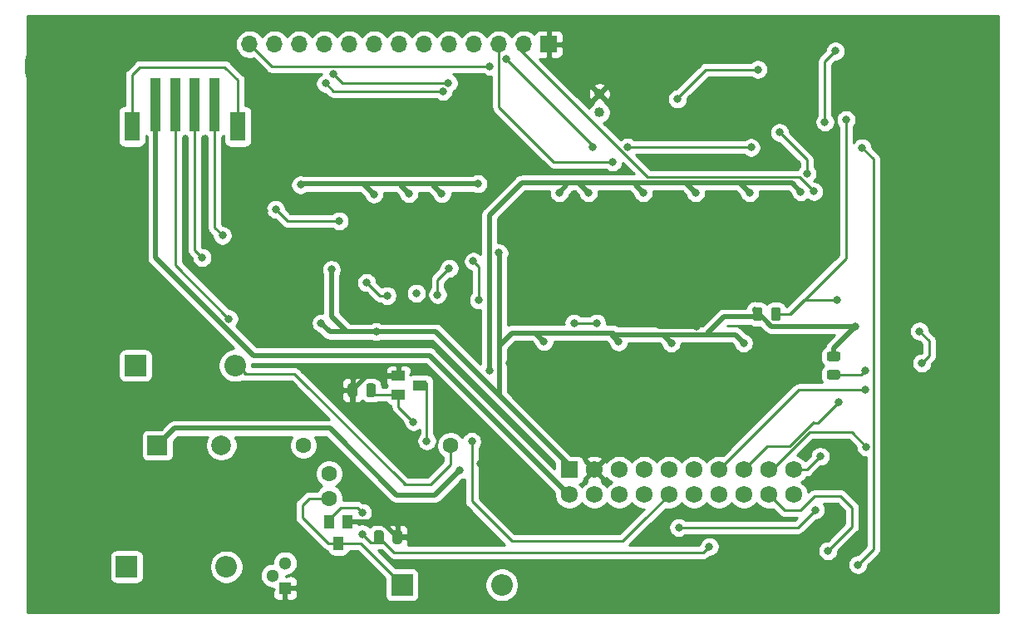
<source format=gbr>
G04 #@! TF.GenerationSoftware,KiCad,Pcbnew,(5.1.6-0-10_14)*
G04 #@! TF.CreationDate,2020-09-03T17:39:19-04:00*
G04 #@! TF.ProjectId,Pufferfish-Interface-2,50756666-6572-4666-9973-682d496e7465,rev?*
G04 #@! TF.SameCoordinates,Original*
G04 #@! TF.FileFunction,Copper,L2,Bot*
G04 #@! TF.FilePolarity,Positive*
%FSLAX46Y46*%
G04 Gerber Fmt 4.6, Leading zero omitted, Abs format (unit mm)*
G04 Created by KiCad (PCBNEW (5.1.6-0-10_14)) date 2020-09-03 17:39:19*
%MOMM*%
%LPD*%
G01*
G04 APERTURE LIST*
G04 #@! TA.AperFunction,ComponentPad*
%ADD10C,6.350000*%
G04 #@! TD*
G04 #@! TA.AperFunction,ComponentPad*
%ADD11O,1.700000X1.700000*%
G04 #@! TD*
G04 #@! TA.AperFunction,ComponentPad*
%ADD12R,1.700000X1.700000*%
G04 #@! TD*
G04 #@! TA.AperFunction,ComponentPad*
%ADD13O,2.200000X2.200000*%
G04 #@! TD*
G04 #@! TA.AperFunction,ComponentPad*
%ADD14R,2.200000X2.200000*%
G04 #@! TD*
G04 #@! TA.AperFunction,ComponentPad*
%ADD15R,2.000000X2.000000*%
G04 #@! TD*
G04 #@! TA.AperFunction,ComponentPad*
%ADD16C,2.000000*%
G04 #@! TD*
G04 #@! TA.AperFunction,ComponentPad*
%ADD17C,1.010000*%
G04 #@! TD*
G04 #@! TA.AperFunction,ComponentPad*
%ADD18R,1.300000X1.300000*%
G04 #@! TD*
G04 #@! TA.AperFunction,ComponentPad*
%ADD19C,1.300000*%
G04 #@! TD*
G04 #@! TA.AperFunction,ComponentPad*
%ADD20C,1.725000*%
G04 #@! TD*
G04 #@! TA.AperFunction,ComponentPad*
%ADD21R,1.725000X1.725000*%
G04 #@! TD*
G04 #@! TA.AperFunction,SMDPad,CuDef*
%ADD22R,1.400000X1.000000*%
G04 #@! TD*
G04 #@! TA.AperFunction,SMDPad,CuDef*
%ADD23R,1.000000X1.400000*%
G04 #@! TD*
G04 #@! TA.AperFunction,SMDPad,CuDef*
%ADD24R,1.000000X5.500000*%
G04 #@! TD*
G04 #@! TA.AperFunction,SMDPad,CuDef*
%ADD25R,1.600000X3.000000*%
G04 #@! TD*
G04 #@! TA.AperFunction,ComponentPad*
%ADD26C,1.600000*%
G04 #@! TD*
G04 #@! TA.AperFunction,ViaPad*
%ADD27C,0.800000*%
G04 #@! TD*
G04 #@! TA.AperFunction,Conductor*
%ADD28C,0.250000*%
G04 #@! TD*
G04 #@! TA.AperFunction,Conductor*
%ADD29C,0.508000*%
G04 #@! TD*
G04 #@! TA.AperFunction,Conductor*
%ADD30C,0.254000*%
G04 #@! TD*
G04 APERTURE END LIST*
G04 #@! TA.AperFunction,SMDPad,CuDef*
G36*
G01*
X62043750Y-29825000D02*
X62956250Y-29825000D01*
G75*
G02*
X63200000Y-30068750I0J-243750D01*
G01*
X63200000Y-30556250D01*
G75*
G02*
X62956250Y-30800000I-243750J0D01*
G01*
X62043750Y-30800000D01*
G75*
G02*
X61800000Y-30556250I0J243750D01*
G01*
X61800000Y-30068750D01*
G75*
G02*
X62043750Y-29825000I243750J0D01*
G01*
G37*
G04 #@! TD.AperFunction*
G04 #@! TA.AperFunction,SMDPad,CuDef*
G36*
G01*
X62043750Y-31700000D02*
X62956250Y-31700000D01*
G75*
G02*
X63200000Y-31943750I0J-243750D01*
G01*
X63200000Y-32431250D01*
G75*
G02*
X62956250Y-32675000I-243750J0D01*
G01*
X62043750Y-32675000D01*
G75*
G02*
X61800000Y-32431250I0J243750D01*
G01*
X61800000Y-31943750D01*
G75*
G02*
X62043750Y-31700000I243750J0D01*
G01*
G37*
G04 #@! TD.AperFunction*
D10*
X75500000Y-51250000D03*
X76000000Y-750000D03*
X-16500000Y-51500000D03*
X-16750000Y-750000D03*
D11*
X3020000Y1500000D03*
X5560000Y1500000D03*
X8100000Y1500000D03*
X10640000Y1500000D03*
X13180000Y1500000D03*
X15720000Y1500000D03*
X18260000Y1500000D03*
X20800000Y1500000D03*
X23340000Y1500000D03*
X25880000Y1500000D03*
X28420000Y1500000D03*
X30960000Y1500000D03*
D12*
X33500000Y1500000D03*
D13*
X645380Y-51745980D03*
D14*
X-9514620Y-51745980D03*
D15*
X-6370000Y-39370000D03*
D16*
X130000Y-39370000D03*
D17*
X38650000Y-3550000D03*
X38650000Y-5450000D03*
G04 #@! TA.AperFunction,SMDPad,CuDef*
G36*
G01*
X56137500Y-26456250D02*
X56137500Y-25543750D01*
G75*
G02*
X56381250Y-25300000I243750J0D01*
G01*
X56868750Y-25300000D01*
G75*
G02*
X57112500Y-25543750I0J-243750D01*
G01*
X57112500Y-26456250D01*
G75*
G02*
X56868750Y-26700000I-243750J0D01*
G01*
X56381250Y-26700000D01*
G75*
G02*
X56137500Y-26456250I0J243750D01*
G01*
G37*
G04 #@! TD.AperFunction*
G04 #@! TA.AperFunction,SMDPad,CuDef*
G36*
G01*
X54262500Y-26456250D02*
X54262500Y-25543750D01*
G75*
G02*
X54506250Y-25300000I243750J0D01*
G01*
X54993750Y-25300000D01*
G75*
G02*
X55237500Y-25543750I0J-243750D01*
G01*
X55237500Y-26456250D01*
G75*
G02*
X54993750Y-26700000I-243750J0D01*
G01*
X54506250Y-26700000D01*
G75*
G02*
X54262500Y-26456250I0J243750D01*
G01*
G37*
G04 #@! TD.AperFunction*
D18*
X6630000Y-53920000D03*
D19*
X6630000Y-51380000D03*
X5360000Y-52650000D03*
D20*
X58453500Y-44409840D03*
X58453500Y-41869840D03*
X55913500Y-44409840D03*
X55913500Y-41869840D03*
X48293500Y-41869840D03*
X48293500Y-44409840D03*
X50833500Y-41869840D03*
X50833500Y-44409840D03*
X53373500Y-41869840D03*
X53373500Y-44409840D03*
X40673500Y-41869840D03*
X35593500Y-44409840D03*
X38133500Y-41869840D03*
X40673500Y-44409840D03*
D21*
X35593500Y-41869840D03*
D20*
X43213500Y-41869840D03*
X43213500Y-44409840D03*
X45753500Y-41869840D03*
X45753500Y-44409840D03*
X38133500Y-44409840D03*
D22*
X20376060Y-33258760D03*
X18176060Y-32308760D03*
X18176060Y-34208760D03*
D23*
X12070120Y-49355100D03*
X13020120Y-47155100D03*
X11120120Y-47155100D03*
G04 #@! TA.AperFunction,SMDPad,CuDef*
G36*
G01*
X13987600Y-33307970D02*
X13987600Y-34220470D01*
G75*
G02*
X13743850Y-34464220I-243750J0D01*
G01*
X13256350Y-34464220D01*
G75*
G02*
X13012600Y-34220470I0J243750D01*
G01*
X13012600Y-33307970D01*
G75*
G02*
X13256350Y-33064220I243750J0D01*
G01*
X13743850Y-33064220D01*
G75*
G02*
X13987600Y-33307970I0J-243750D01*
G01*
G37*
G04 #@! TD.AperFunction*
G04 #@! TA.AperFunction,SMDPad,CuDef*
G36*
G01*
X15862600Y-33307970D02*
X15862600Y-34220470D01*
G75*
G02*
X15618850Y-34464220I-243750J0D01*
G01*
X15131350Y-34464220D01*
G75*
G02*
X14887600Y-34220470I0J243750D01*
G01*
X14887600Y-33307970D01*
G75*
G02*
X15131350Y-33064220I243750J0D01*
G01*
X15618850Y-33064220D01*
G75*
G02*
X15862600Y-33307970I0J-243750D01*
G01*
G37*
G04 #@! TD.AperFunction*
G04 #@! TA.AperFunction,SMDPad,CuDef*
G36*
G01*
X17574680Y-49191230D02*
X17574680Y-48278730D01*
G75*
G02*
X17818430Y-48034980I243750J0D01*
G01*
X18305930Y-48034980D01*
G75*
G02*
X18549680Y-48278730I0J-243750D01*
G01*
X18549680Y-49191230D01*
G75*
G02*
X18305930Y-49434980I-243750J0D01*
G01*
X17818430Y-49434980D01*
G75*
G02*
X17574680Y-49191230I0J243750D01*
G01*
G37*
G04 #@! TD.AperFunction*
G04 #@! TA.AperFunction,SMDPad,CuDef*
G36*
G01*
X15699680Y-49191230D02*
X15699680Y-48278730D01*
G75*
G02*
X15943430Y-48034980I243750J0D01*
G01*
X16430930Y-48034980D01*
G75*
G02*
X16674680Y-48278730I0J-243750D01*
G01*
X16674680Y-49191230D01*
G75*
G02*
X16430930Y-49434980I-243750J0D01*
G01*
X15943430Y-49434980D01*
G75*
G02*
X15699680Y-49191230I0J243750D01*
G01*
G37*
G04 #@! TD.AperFunction*
D13*
X1550000Y-31250000D03*
D14*
X-8610000Y-31250000D03*
D13*
X28702000Y-53594000D03*
D14*
X18542000Y-53594000D03*
D24*
X-4573780Y-4645660D03*
X-2573780Y-4645660D03*
X-6573780Y-4645660D03*
X-573780Y-4645660D03*
D25*
X-8973780Y-6895660D03*
X1826220Y-6895660D03*
D26*
X11102000Y-44770000D03*
X11102000Y-42270000D03*
X8502000Y-39370000D03*
X23502000Y-39370000D03*
D27*
X45974000Y-28956000D03*
X53340000Y-28956000D03*
X32992060Y-28821380D03*
X15905480Y-27795220D03*
X40604440Y-28823920D03*
X28430220Y-19766280D03*
X26271220Y-12730480D03*
X15684500Y-13771880D03*
X19235420Y-13708380D03*
X22585680Y-13731240D03*
X8210000Y-12830000D03*
X11350000Y-21460000D03*
X10300000Y-26930000D03*
X64750000Y-27250000D03*
X21066000Y-38934900D03*
X15000000Y-37000000D03*
X42500000Y-25000000D03*
X29500000Y-31000000D03*
X4500000Y-15500000D03*
X7500000Y-14000000D03*
X51000000Y-24403220D03*
X46750000Y-24250000D03*
X48500000Y-27243480D03*
X28500000Y-39000000D03*
X26500000Y-41250000D03*
X35500000Y-23000000D03*
X26250000Y-47500000D03*
X62500000Y-16500000D03*
X70500000Y-7500000D03*
X66500000Y-6500000D03*
X57500000Y-21250000D03*
X46736000Y-47752000D03*
X27432000Y-31750000D03*
X37531040Y-13634720D03*
X43119040Y-13634720D03*
X48453040Y-13634720D03*
X19702780Y-36974780D03*
X25654000Y-38973760D03*
X14488160Y-46217840D03*
X14488160Y-48407320D03*
X36068000Y-26924000D03*
X38358653Y-26919347D03*
X25806400Y-20616080D03*
X49847500Y-49690020D03*
X241300Y-17985740D03*
X-1833880Y-20246340D03*
X906780Y-26482040D03*
X26357580Y-24571960D03*
X17020540Y-24132540D03*
X19987260Y-23881080D03*
X22166580Y-24030940D03*
X23347680Y-21341080D03*
X60660280Y-45961300D03*
X53947060Y-13634720D03*
X59159140Y-13538200D03*
X34550000Y-13630000D03*
X24420000Y-41890000D03*
X63000000Y-35000000D03*
X62860000Y-24540000D03*
X54800000Y-1080000D03*
X46600000Y-4090000D03*
X63760000Y-6210000D03*
X61610000Y-6440000D03*
X62682653Y802653D03*
X61920000Y-50130000D03*
X61147960Y-40505380D03*
X65830000Y-39540000D03*
X29145000Y0D03*
X38000000Y-9000000D03*
X40000000Y-10500000D03*
X60500000Y-13500000D03*
X14935200Y-22801580D03*
X57000000Y-7500000D03*
X59782347Y-11717653D03*
X65410000Y-9060000D03*
X64980000Y-51540000D03*
X5666740Y-15321280D03*
X12152203Y-16514237D03*
X54090000Y-9020000D03*
X27500000Y-775000D03*
X41512653Y-8987347D03*
X10750000Y-2500000D03*
X22712659Y-3308608D03*
X11500000Y-1500000D03*
X23250000Y-2465240D03*
X65750000Y-33750000D03*
X65750000Y-31750000D03*
X71250000Y-27750000D03*
X71500000Y-31000000D03*
D28*
X23502000Y-41335002D02*
X23502000Y-39370000D01*
X21442001Y-43395001D02*
X23502000Y-41335002D01*
X18876381Y-43395001D02*
X20577439Y-43395001D01*
X7597140Y-32115760D02*
X18876381Y-43395001D01*
X20577439Y-43395001D02*
X21442001Y-43395001D01*
X18757001Y-43395001D02*
X20577439Y-43395001D01*
X1768480Y-31250000D02*
X2634240Y-32115760D01*
X1550000Y-31250000D02*
X1768480Y-31250000D01*
X2634240Y-32115760D02*
X7597140Y-32115760D01*
X2468880Y-32115760D02*
X2634240Y-32115760D01*
D29*
X35560000Y-41910000D02*
X35560000Y-41402000D01*
X28448000Y-31496000D02*
X28448000Y-30988000D01*
X28448000Y-34290000D02*
X28448000Y-31496000D01*
X28448000Y-29210000D02*
X29718000Y-27940000D01*
X28448000Y-31496000D02*
X28448000Y-29210000D01*
X29718000Y-27940000D02*
X32004000Y-27940000D01*
X35560000Y-41402000D02*
X29210000Y-35052000D01*
X29210000Y-35052000D02*
X28448000Y-34290000D01*
X32110680Y-27940000D02*
X32992060Y-28821380D01*
X29718000Y-27940000D02*
X31912560Y-27940000D01*
X31912560Y-27940000D02*
X32110680Y-27940000D01*
X31912560Y-27940000D02*
X39878000Y-27940000D01*
X39878000Y-27940000D02*
X40065960Y-27940000D01*
X39878000Y-28097480D02*
X40604440Y-28823920D01*
X39878000Y-27940000D02*
X39878000Y-28097480D01*
X21953220Y-27795220D02*
X23461980Y-29303980D01*
X15905480Y-27795220D02*
X21953220Y-27795220D01*
X23461980Y-29303980D02*
X23114000Y-28956000D01*
X29210000Y-35052000D02*
X23461980Y-29303980D01*
X28448000Y-19784060D02*
X28430220Y-19766280D01*
X28448000Y-29210000D02*
X28448000Y-19784060D01*
X14686280Y-12773660D02*
X15684500Y-13771880D01*
X14686280Y-12730480D02*
X14686280Y-12773660D01*
X14686280Y-12730480D02*
X10817860Y-12730480D01*
X18389600Y-12862560D02*
X18389600Y-12730480D01*
X18389600Y-12730480D02*
X14686280Y-12730480D01*
X19235420Y-13708380D02*
X18389600Y-12862560D01*
X21724620Y-12870180D02*
X21724620Y-12730480D01*
X21724620Y-12730480D02*
X18389600Y-12730480D01*
X22585680Y-13731240D02*
X21724620Y-12870180D01*
X26271220Y-12730480D02*
X21724620Y-12730480D01*
X10817860Y-12730480D02*
X8547100Y-12730480D01*
X12915220Y-27795220D02*
X15905480Y-27795220D01*
X11350000Y-26230000D02*
X12915220Y-27795220D01*
X11350000Y-21460000D02*
X11350000Y-26230000D01*
X11165220Y-27795220D02*
X10300000Y-26930000D01*
X12915220Y-27795220D02*
X11165220Y-27795220D01*
X49660000Y-27940000D02*
X51320000Y-26280000D01*
X52481480Y-28097480D02*
X52567000Y-28183000D01*
X52567000Y-28183000D02*
X53340000Y-28956000D01*
X44847480Y-28097480D02*
X52481480Y-28097480D01*
X45115480Y-28097480D02*
X44847480Y-28097480D01*
X45974000Y-28956000D02*
X45115480Y-28097480D01*
X39878000Y-28097480D02*
X44847480Y-28097480D01*
X54470000Y-26280000D02*
X54750000Y-26000000D01*
X51320000Y-26280000D02*
X54470000Y-26280000D01*
X56188218Y-27250000D02*
X54438218Y-25500000D01*
X64750000Y-27250000D02*
X56188218Y-27250000D01*
X54438218Y-25688218D02*
X54750000Y-26000000D01*
X54438218Y-25500000D02*
X54438218Y-25688218D01*
X62500000Y-29500000D02*
X64750000Y-27250000D01*
X62500000Y-30312500D02*
X62500000Y-29500000D01*
D28*
X21066000Y-33020000D02*
X21066000Y-38934900D01*
X8382000Y-45466000D02*
X9078000Y-44770000D01*
X8382000Y-46736000D02*
X8382000Y-45466000D01*
X9078000Y-44770000D02*
X11102000Y-44770000D01*
X11001100Y-49355100D02*
X12070120Y-49355100D01*
X8382000Y-46736000D02*
X11001100Y-49355100D01*
X14303100Y-49355100D02*
X18542000Y-53594000D01*
X12070120Y-49355100D02*
X14303100Y-49355100D01*
D29*
X13482320Y-33782000D02*
X13500100Y-33764220D01*
X14955560Y-32308760D02*
X13500100Y-33764220D01*
X18176060Y-32308760D02*
X14955560Y-32308760D01*
X16482300Y-47155100D02*
X13020120Y-47155100D01*
X18062180Y-48734980D02*
X16482300Y-47155100D01*
X13500100Y-35500100D02*
X15000000Y-37000000D01*
X13500100Y-33764220D02*
X13500100Y-35500100D01*
X5434315Y-14000000D02*
X7500000Y-14000000D01*
X4500000Y-14934315D02*
X5434315Y-14000000D01*
X4500000Y-15500000D02*
X4500000Y-14934315D01*
X50403220Y-25000000D02*
X51000000Y-24403220D01*
X46750000Y-24250000D02*
X47500000Y-25000000D01*
X47500000Y-25000000D02*
X50403220Y-25000000D01*
X42500000Y-25000000D02*
X47500000Y-25000000D01*
X42500000Y-25000000D02*
X44750000Y-27250000D01*
X44756520Y-27243480D02*
X48500000Y-27243480D01*
X44750000Y-27250000D02*
X44756520Y-27243480D01*
X28500000Y-39250000D02*
X26500000Y-41250000D01*
X28500000Y-39000000D02*
X28500000Y-39250000D01*
X37500000Y-25000000D02*
X42500000Y-25000000D01*
X35500000Y-23000000D02*
X37500000Y-25000000D01*
X25015020Y-48734980D02*
X26250000Y-47500000D01*
X18062180Y-48734980D02*
X25015020Y-48734980D01*
X67500000Y-7500000D02*
X66500000Y-6500000D01*
X70500000Y-7500000D02*
X67500000Y-7500000D01*
X56000000Y-18250000D02*
X52750000Y-18250000D01*
X52750000Y-18250000D02*
X46750000Y-24250000D01*
X57500000Y-19750000D02*
X56000000Y-18250000D01*
X57500000Y-21250000D02*
X57500000Y-19750000D01*
X36515040Y-12618720D02*
X37531040Y-13634720D01*
X35753040Y-12618720D02*
X36515040Y-12618720D01*
X42357040Y-12872720D02*
X43119040Y-13634720D01*
X42357040Y-12618720D02*
X42357040Y-12872720D01*
X35753040Y-12618720D02*
X42357040Y-12618720D01*
X47437040Y-12618720D02*
X48453040Y-13634720D01*
X46929040Y-12618720D02*
X47437040Y-12618720D01*
X42357040Y-12618720D02*
X46929040Y-12618720D01*
X46929040Y-12618720D02*
X48961040Y-12618720D01*
D28*
X18088060Y-34020760D02*
X18276060Y-34208760D01*
X18276060Y-34208760D02*
X18276060Y-33823758D01*
X25654000Y-43273980D02*
X25654000Y-43472340D01*
X17731520Y-33764220D02*
X18176060Y-34208760D01*
X15819640Y-34208760D02*
X15375100Y-33764220D01*
X18176060Y-34208760D02*
X15819640Y-34208760D01*
X18176060Y-35448060D02*
X19702780Y-36974780D01*
X18176060Y-34208760D02*
X18176060Y-35448060D01*
X25654000Y-38973760D02*
X25654000Y-43273980D01*
X11120120Y-47155100D02*
X11120120Y-46956980D01*
X16187180Y-48537158D02*
X16187180Y-48734980D01*
X11120120Y-47155100D02*
X11120120Y-46913800D01*
X11120120Y-46913800D02*
X12275820Y-45758100D01*
X12275820Y-45758100D02*
X13662660Y-45758100D01*
X14028420Y-45758100D02*
X14488160Y-46217840D01*
X13662660Y-45758100D02*
X14028420Y-45758100D01*
X14488160Y-48407320D02*
X15336520Y-49255680D01*
X16707880Y-49255680D02*
X17384910Y-49932710D01*
X15336520Y-49255680D02*
X16707880Y-49255680D01*
X16187180Y-48734980D02*
X17384910Y-49932710D01*
X1826220Y-2171660D02*
X1826220Y-6895660D01*
X-8145780Y-835660D02*
X490220Y-835660D01*
X-8973780Y-1663660D02*
X-8145780Y-835660D01*
X490220Y-835660D02*
X1826220Y-2171660D01*
X-8973780Y-6895660D02*
X-8973780Y-1663660D01*
X-573780Y-4645660D02*
X-573780Y-6979660D01*
X38354000Y-26924000D02*
X38358653Y-26919347D01*
X36068000Y-26924000D02*
X38354000Y-26924000D01*
X25806400Y-20616080D02*
X26332180Y-21141860D01*
X26332180Y-21141860D02*
X26332180Y-24524012D01*
X43155870Y-47014130D02*
X45720000Y-44450000D01*
X42618660Y-47551340D02*
X43155870Y-47014130D01*
D29*
X-6573780Y-12408762D02*
X-6556301Y-12426241D01*
X-6573780Y-4645660D02*
X-6573780Y-12408762D01*
X-6556301Y-11999521D02*
X-6556301Y-12426241D01*
X35557798Y-44450000D02*
X35560000Y-44450000D01*
X21333798Y-30226000D02*
X35557798Y-44450000D01*
D28*
X-573780Y-4645660D02*
X-573780Y-10589000D01*
X-573780Y-17170660D02*
X241300Y-17985740D01*
X-573780Y-10589000D02*
X-573780Y-17170660D01*
X-2573780Y-11062460D02*
X-2573780Y-19506440D01*
X-2573780Y-4645660D02*
X-2573780Y-11062460D01*
X-2573780Y-19506440D02*
X-1833880Y-20246340D01*
X-2573780Y-11062460D02*
X-2573780Y-11319000D01*
X-4573780Y-4645660D02*
X-4573780Y-7426200D01*
X-4573780Y-7426200D02*
X-4573780Y-8185660D01*
X-4573780Y-11588240D02*
X-4573780Y-21001480D01*
X-4573780Y-21001480D02*
X906780Y-26482040D01*
X-4573780Y-7426200D02*
X-4573780Y-11588240D01*
X-4573780Y-11588240D02*
X-4573780Y-11795000D01*
X26332180Y-24546560D02*
X26357580Y-24571960D01*
X26332180Y-24524012D02*
X26332180Y-24546560D01*
X16799560Y-24132540D02*
X17020540Y-24132540D01*
X19885660Y-23881080D02*
X19987260Y-23881080D01*
X22166580Y-23964900D02*
X22166580Y-24030940D01*
X22166580Y-22522180D02*
X23347680Y-21341080D01*
X22166580Y-24030940D02*
X22166580Y-22522180D01*
X58869580Y-47752000D02*
X55008780Y-47752000D01*
X55008780Y-47752000D02*
X46736000Y-47752000D01*
X60660280Y-45961300D02*
X58869580Y-47752000D01*
X55626000Y-47752000D02*
X55008780Y-47752000D01*
D29*
X3386818Y-30226000D02*
X21333798Y-30226000D01*
X-6556301Y-20282881D02*
X-2419591Y-24419591D01*
X-6556301Y-12426241D02*
X-6556301Y-20282881D01*
X-2419591Y-24419591D02*
X3386818Y-30226000D01*
X-2661483Y-24177699D02*
X-2419591Y-24419591D01*
X51356260Y-12618720D02*
X52931060Y-12618720D01*
X52931060Y-12618720D02*
X53947060Y-13634720D01*
X48961040Y-12618720D02*
X51356260Y-12618720D01*
X51356260Y-12618720D02*
X53787040Y-12618720D01*
X58239660Y-12618720D02*
X59159140Y-13538200D01*
X53787040Y-12618720D02*
X58239660Y-12618720D01*
X35278720Y-12901280D02*
X35278720Y-12618720D01*
X34550000Y-13630000D02*
X35278720Y-12901280D01*
X35278720Y-12618720D02*
X35753040Y-12618720D01*
X30721280Y-12618720D02*
X34448720Y-12618720D01*
X27432000Y-15908000D02*
X30721280Y-12618720D01*
X27432000Y-31750000D02*
X27432000Y-15908000D01*
X34448720Y-12618720D02*
X35278720Y-12618720D01*
X34069020Y-12618720D02*
X34448720Y-12618720D01*
X11170000Y-37640000D02*
X-4640000Y-37640000D01*
X17960000Y-44430000D02*
X11170000Y-37640000D01*
X21880000Y-44430000D02*
X17960000Y-44430000D01*
X-4640000Y-37640000D02*
X-6370000Y-39370000D01*
X24420000Y-41890000D02*
X21880000Y-44430000D01*
D28*
X25654000Y-45090320D02*
X25654000Y-43273980D01*
X29715220Y-49151540D02*
X25654000Y-45090320D01*
X41018460Y-49151540D02*
X29715220Y-49151540D01*
X43155870Y-47014130D02*
X41018460Y-49151540D01*
X49245520Y-50292000D02*
X49847500Y-49690020D01*
X17744200Y-50292000D02*
X49245520Y-50292000D01*
X17384910Y-49932710D02*
X17744200Y-50292000D01*
X55743340Y-39500000D02*
X53373500Y-41869840D01*
X58000000Y-39500000D02*
X55743340Y-39500000D01*
X60875000Y-37125000D02*
X60375000Y-37125000D01*
X60375000Y-37125000D02*
X58000000Y-39500000D01*
X63000000Y-35000000D02*
X60875000Y-37125000D01*
X60500000Y-37000000D02*
X60375000Y-37125000D01*
X54800000Y-1080000D02*
X49490000Y-1080000D01*
X46600000Y-3970000D02*
X46600000Y-4090000D01*
X49490000Y-1080000D02*
X46600000Y-3970000D01*
X63760000Y-6210000D02*
X63760000Y-20310000D01*
X58070000Y-26000000D02*
X59035000Y-25035000D01*
X56625000Y-26000000D02*
X58070000Y-26000000D01*
X63760000Y-20310000D02*
X59035000Y-25035000D01*
X58027500Y-25972500D02*
X58027500Y-26042500D01*
X58027500Y-26042500D02*
X59035000Y-25035000D01*
X59460000Y-24540000D02*
X58027500Y-25972500D01*
X62860000Y-24540000D02*
X59460000Y-24540000D01*
X61610000Y-270000D02*
X62682653Y802653D01*
X61610000Y-6440000D02*
X61610000Y-270000D01*
X57101001Y-45597341D02*
X57117341Y-45597341D01*
X55913500Y-44409840D02*
X57101001Y-45597341D01*
X57117341Y-45597341D02*
X57510000Y-45990000D01*
X57510000Y-45990000D02*
X59130000Y-45990000D01*
X59130000Y-45990000D02*
X60580000Y-44540000D01*
X60580000Y-44540000D02*
X63210000Y-44540000D01*
X63210000Y-44540000D02*
X64410000Y-45740000D01*
X64410000Y-47640000D02*
X61920000Y-50130000D01*
X64410000Y-45740000D02*
X64410000Y-47640000D01*
X59783500Y-41869840D02*
X58870010Y-41869840D01*
X61147960Y-40505380D02*
X59783500Y-41869840D01*
X65830000Y-39540000D02*
X64350000Y-38060000D01*
X56266570Y-41869840D02*
X55913500Y-41869840D01*
X60076410Y-38060000D02*
X56266570Y-41869840D01*
X64350000Y-38060000D02*
X60076410Y-38060000D01*
X57710000Y-34993340D02*
X50833500Y-41869840D01*
X38000000Y-8855000D02*
X38000000Y-9000000D01*
X29145000Y0D02*
X38000000Y-8855000D01*
X40000000Y-10500000D02*
X36725478Y-10500000D01*
X34000000Y-10500000D02*
X40000000Y-10500000D01*
X28420000Y-4920000D02*
X34000000Y-10500000D01*
X28420000Y1500000D02*
X28420000Y-4920000D01*
X58960290Y-12039710D02*
X59000000Y-12000000D01*
X43539710Y-12039710D02*
X58960290Y-12039710D01*
X30500000Y1000000D02*
X43539710Y-12039710D01*
X59000000Y-12000000D02*
X60500000Y-13500000D01*
X16291560Y-24132540D02*
X16042640Y-23883620D01*
X17020540Y-24132540D02*
X16291560Y-24132540D01*
X16042640Y-23883620D02*
X16182340Y-24023320D01*
X16266160Y-24132540D02*
X16291560Y-24132540D01*
X14935200Y-22801580D02*
X16266160Y-24132540D01*
X59782347Y-10282347D02*
X59782347Y-11717653D01*
X57000000Y-7500000D02*
X59782347Y-10282347D01*
X66555001Y-10205001D02*
X66555001Y-49964999D01*
X66555001Y-49964999D02*
X64980000Y-51540000D01*
X65410000Y-9060000D02*
X66555001Y-10205001D01*
X6859697Y-16514237D02*
X12152203Y-16514237D01*
X5666740Y-15321280D02*
X6859697Y-16514237D01*
X5295000Y-775000D02*
X27500000Y-775000D01*
X3020000Y1500000D02*
X5295000Y-775000D01*
X46447347Y-8987347D02*
X46480000Y-9020000D01*
X41512653Y-8987347D02*
X46447347Y-8987347D01*
X46480000Y-9020000D02*
X46340000Y-9020000D01*
X54090000Y-9020000D02*
X46480000Y-9020000D01*
X11558608Y-3308608D02*
X22712659Y-3308608D01*
X10750000Y-2500000D02*
X11558608Y-3308608D01*
X12465240Y-2465240D02*
X23250000Y-2465240D01*
X11500000Y-1500000D02*
X12465240Y-2465240D01*
X58953340Y-33750000D02*
X65750000Y-33750000D01*
X57710000Y-34993340D02*
X58953340Y-33750000D01*
X65312500Y-32187500D02*
X65750000Y-31750000D01*
X62500000Y-32187500D02*
X65312500Y-32187500D01*
X71250000Y-27750000D02*
X72250000Y-28750000D01*
X72250000Y-30250000D02*
X71500000Y-31000000D01*
X72250000Y-28750000D02*
X72250000Y-30250000D01*
D30*
G36*
X79300000Y-56440000D02*
G01*
X-19610000Y-56440000D01*
X-19610000Y-50645980D01*
X-11252692Y-50645980D01*
X-11252692Y-52845980D01*
X-11240432Y-52970462D01*
X-11204122Y-53090160D01*
X-11145157Y-53200474D01*
X-11065805Y-53297165D01*
X-10969114Y-53376517D01*
X-10858800Y-53435482D01*
X-10739102Y-53471792D01*
X-10614620Y-53484052D01*
X-8414620Y-53484052D01*
X-8290138Y-53471792D01*
X-8170440Y-53435482D01*
X-8060126Y-53376517D01*
X-7963435Y-53297165D01*
X-7884083Y-53200474D01*
X-7825118Y-53090160D01*
X-7788808Y-52970462D01*
X-7776548Y-52845980D01*
X-7776548Y-51575097D01*
X-1089620Y-51575097D01*
X-1089620Y-51916863D01*
X-1022945Y-52252061D01*
X-892157Y-52567811D01*
X-702283Y-52851978D01*
X-460618Y-53093643D01*
X-176451Y-53283517D01*
X139299Y-53414305D01*
X474497Y-53480980D01*
X816263Y-53480980D01*
X1151461Y-53414305D01*
X1467211Y-53283517D01*
X1751378Y-53093643D01*
X1993043Y-52851978D01*
X2182917Y-52567811D01*
X2201296Y-52523439D01*
X4075000Y-52523439D01*
X4075000Y-52776561D01*
X4124381Y-53024821D01*
X4221247Y-53258676D01*
X4361875Y-53469140D01*
X4540860Y-53648125D01*
X4751324Y-53788753D01*
X4985179Y-53885619D01*
X5233439Y-53935000D01*
X5345000Y-53935000D01*
X5345000Y-54047002D01*
X5503748Y-54047002D01*
X5345000Y-54205750D01*
X5341928Y-54570000D01*
X5354188Y-54694482D01*
X5390498Y-54814180D01*
X5449463Y-54924494D01*
X5528815Y-55021185D01*
X5625506Y-55100537D01*
X5735820Y-55159502D01*
X5855518Y-55195812D01*
X5980000Y-55208072D01*
X6344250Y-55205000D01*
X6503000Y-55046250D01*
X6503000Y-54047000D01*
X6757000Y-54047000D01*
X6757000Y-55046250D01*
X6915750Y-55205000D01*
X7280000Y-55208072D01*
X7404482Y-55195812D01*
X7524180Y-55159502D01*
X7634494Y-55100537D01*
X7731185Y-55021185D01*
X7810537Y-54924494D01*
X7869502Y-54814180D01*
X7905812Y-54694482D01*
X7918072Y-54570000D01*
X7915000Y-54205750D01*
X7756250Y-54047000D01*
X6757000Y-54047000D01*
X6503000Y-54047000D01*
X6483000Y-54047000D01*
X6483000Y-53793000D01*
X6503000Y-53793000D01*
X6503000Y-53773000D01*
X6757000Y-53773000D01*
X6757000Y-53793000D01*
X7756250Y-53793000D01*
X7915000Y-53634250D01*
X7918072Y-53270000D01*
X7905812Y-53145518D01*
X7869502Y-53025820D01*
X7810537Y-52915506D01*
X7731185Y-52818815D01*
X7634494Y-52739463D01*
X7524180Y-52680498D01*
X7404482Y-52644188D01*
X7280000Y-52631928D01*
X6915750Y-52635000D01*
X6757002Y-52793748D01*
X6757002Y-52664912D01*
X7004821Y-52615619D01*
X7238676Y-52518753D01*
X7449140Y-52378125D01*
X7628125Y-52199140D01*
X7768753Y-51988676D01*
X7865619Y-51754821D01*
X7915000Y-51506561D01*
X7915000Y-51253439D01*
X7865619Y-51005179D01*
X7768753Y-50771324D01*
X7628125Y-50560860D01*
X7449140Y-50381875D01*
X7238676Y-50241247D01*
X7004821Y-50144381D01*
X6756561Y-50095000D01*
X6503439Y-50095000D01*
X6255179Y-50144381D01*
X6021324Y-50241247D01*
X5810860Y-50381875D01*
X5631875Y-50560860D01*
X5491247Y-50771324D01*
X5394381Y-51005179D01*
X5345000Y-51253439D01*
X5345000Y-51365000D01*
X5233439Y-51365000D01*
X4985179Y-51414381D01*
X4751324Y-51511247D01*
X4540860Y-51651875D01*
X4361875Y-51830860D01*
X4221247Y-52041324D01*
X4124381Y-52275179D01*
X4075000Y-52523439D01*
X2201296Y-52523439D01*
X2313705Y-52252061D01*
X2380380Y-51916863D01*
X2380380Y-51575097D01*
X2313705Y-51239899D01*
X2182917Y-50924149D01*
X1993043Y-50639982D01*
X1751378Y-50398317D01*
X1467211Y-50208443D01*
X1151461Y-50077655D01*
X816263Y-50010980D01*
X474497Y-50010980D01*
X139299Y-50077655D01*
X-176451Y-50208443D01*
X-460618Y-50398317D01*
X-702283Y-50639982D01*
X-892157Y-50924149D01*
X-1022945Y-51239899D01*
X-1089620Y-51575097D01*
X-7776548Y-51575097D01*
X-7776548Y-50645980D01*
X-7788808Y-50521498D01*
X-7825118Y-50401800D01*
X-7884083Y-50291486D01*
X-7963435Y-50194795D01*
X-8060126Y-50115443D01*
X-8170440Y-50056478D01*
X-8290138Y-50020168D01*
X-8414620Y-50007908D01*
X-10614620Y-50007908D01*
X-10739102Y-50020168D01*
X-10858800Y-50056478D01*
X-10969114Y-50115443D01*
X-11065805Y-50194795D01*
X-11145157Y-50291486D01*
X-11204122Y-50401800D01*
X-11240432Y-50521498D01*
X-11252692Y-50645980D01*
X-19610000Y-50645980D01*
X-19610000Y-30150000D01*
X-10348072Y-30150000D01*
X-10348072Y-32350000D01*
X-10335812Y-32474482D01*
X-10299502Y-32594180D01*
X-10240537Y-32704494D01*
X-10161185Y-32801185D01*
X-10064494Y-32880537D01*
X-9954180Y-32939502D01*
X-9834482Y-32975812D01*
X-9710000Y-32988072D01*
X-7510000Y-32988072D01*
X-7385518Y-32975812D01*
X-7265820Y-32939502D01*
X-7155506Y-32880537D01*
X-7058815Y-32801185D01*
X-6979463Y-32704494D01*
X-6920498Y-32594180D01*
X-6884188Y-32474482D01*
X-6871928Y-32350000D01*
X-6871928Y-30150000D01*
X-6884188Y-30025518D01*
X-6920498Y-29905820D01*
X-6979463Y-29795506D01*
X-7058815Y-29698815D01*
X-7155506Y-29619463D01*
X-7265820Y-29560498D01*
X-7385518Y-29524188D01*
X-7510000Y-29511928D01*
X-9710000Y-29511928D01*
X-9834482Y-29524188D01*
X-9954180Y-29560498D01*
X-10064494Y-29619463D01*
X-10161185Y-29698815D01*
X-10240537Y-29795506D01*
X-10299502Y-29905820D01*
X-10335812Y-30025518D01*
X-10348072Y-30150000D01*
X-19610000Y-30150000D01*
X-19610000Y-5395660D01*
X-10411852Y-5395660D01*
X-10411852Y-8395660D01*
X-10399592Y-8520142D01*
X-10363282Y-8639840D01*
X-10304317Y-8750154D01*
X-10224965Y-8846845D01*
X-10128274Y-8926197D01*
X-10017960Y-8985162D01*
X-9898262Y-9021472D01*
X-9773780Y-9033732D01*
X-8173780Y-9033732D01*
X-8049298Y-9021472D01*
X-7929600Y-8985162D01*
X-7819286Y-8926197D01*
X-7722595Y-8846845D01*
X-7643243Y-8750154D01*
X-7584278Y-8639840D01*
X-7547968Y-8520142D01*
X-7535708Y-8395660D01*
X-7535708Y-7833755D01*
X-7524965Y-7846845D01*
X-7462780Y-7897879D01*
X-7462779Y-12365092D01*
X-7467080Y-12408762D01*
X-7449916Y-12583036D01*
X-7445301Y-12598250D01*
X-7445300Y-20239211D01*
X-7449601Y-20282881D01*
X-7432437Y-20457155D01*
X-7381603Y-20624733D01*
X-7299053Y-20779172D01*
X-7241243Y-20849613D01*
X-7187959Y-20914540D01*
X-7154042Y-20942375D01*
X1418583Y-29515000D01*
X1379117Y-29515000D01*
X1043919Y-29581675D01*
X728169Y-29712463D01*
X444002Y-29902337D01*
X202337Y-30144002D01*
X12463Y-30428169D01*
X-118325Y-30743919D01*
X-185000Y-31079117D01*
X-185000Y-31420883D01*
X-118325Y-31756081D01*
X12463Y-32071831D01*
X202337Y-32355998D01*
X444002Y-32597663D01*
X728169Y-32787537D01*
X1043919Y-32918325D01*
X1379117Y-32985000D01*
X1720883Y-32985000D01*
X2056081Y-32918325D01*
X2242251Y-32841211D01*
X2319894Y-32864763D01*
X2431547Y-32875760D01*
X2596907Y-32875760D01*
X2634240Y-32879437D01*
X2671573Y-32875760D01*
X7282339Y-32875760D01*
X11154778Y-36748199D01*
X11126340Y-36751000D01*
X-4596341Y-36751000D01*
X-4640001Y-36746700D01*
X-4683661Y-36751000D01*
X-4683667Y-36751000D01*
X-4781076Y-36760594D01*
X-4814276Y-36763864D01*
X-4915942Y-36794704D01*
X-4981851Y-36814697D01*
X-5136291Y-36897247D01*
X-5271659Y-37008341D01*
X-5299494Y-37042258D01*
X-5989164Y-37731928D01*
X-7370000Y-37731928D01*
X-7494482Y-37744188D01*
X-7614180Y-37780498D01*
X-7724494Y-37839463D01*
X-7821185Y-37918815D01*
X-7900537Y-38015506D01*
X-7959502Y-38125820D01*
X-7995812Y-38245518D01*
X-8008072Y-38370000D01*
X-8008072Y-40370000D01*
X-7995812Y-40494482D01*
X-7959502Y-40614180D01*
X-7900537Y-40724494D01*
X-7821185Y-40821185D01*
X-7724494Y-40900537D01*
X-7614180Y-40959502D01*
X-7494482Y-40995812D01*
X-7370000Y-41008072D01*
X-5370000Y-41008072D01*
X-5245518Y-40995812D01*
X-5125820Y-40959502D01*
X-5015506Y-40900537D01*
X-4918815Y-40821185D01*
X-4839463Y-40724494D01*
X-4780498Y-40614180D01*
X-4744188Y-40494482D01*
X-4731928Y-40370000D01*
X-4731928Y-38989164D01*
X-4271764Y-38529000D01*
X-1274459Y-38529000D01*
X-1318918Y-38595537D01*
X-1442168Y-38893088D01*
X-1505000Y-39208967D01*
X-1505000Y-39531033D01*
X-1442168Y-39846912D01*
X-1318918Y-40144463D01*
X-1139987Y-40412252D01*
X-912252Y-40639987D01*
X-644463Y-40818918D01*
X-346912Y-40942168D01*
X-31033Y-41005000D01*
X291033Y-41005000D01*
X606912Y-40942168D01*
X904463Y-40818918D01*
X1172252Y-40639987D01*
X1399987Y-40412252D01*
X1578918Y-40144463D01*
X1702168Y-39846912D01*
X1765000Y-39531033D01*
X1765000Y-39208967D01*
X1702168Y-38893088D01*
X1578918Y-38595537D01*
X1534459Y-38529000D01*
X7338079Y-38529000D01*
X7230320Y-38690273D01*
X7122147Y-38951426D01*
X7067000Y-39228665D01*
X7067000Y-39511335D01*
X7122147Y-39788574D01*
X7230320Y-40049727D01*
X7387363Y-40284759D01*
X7587241Y-40484637D01*
X7822273Y-40641680D01*
X8083426Y-40749853D01*
X8360665Y-40805000D01*
X8643335Y-40805000D01*
X8920574Y-40749853D01*
X9181727Y-40641680D01*
X9416759Y-40484637D01*
X9616637Y-40284759D01*
X9773680Y-40049727D01*
X9881853Y-39788574D01*
X9937000Y-39511335D01*
X9937000Y-39228665D01*
X9881853Y-38951426D01*
X9773680Y-38690273D01*
X9665921Y-38529000D01*
X10801765Y-38529000D01*
X17300506Y-45027742D01*
X17328341Y-45061659D01*
X17463709Y-45172753D01*
X17618149Y-45255303D01*
X17684058Y-45275296D01*
X17785724Y-45306136D01*
X17818924Y-45309406D01*
X17916333Y-45319000D01*
X17916339Y-45319000D01*
X17959999Y-45323300D01*
X18003659Y-45319000D01*
X21836340Y-45319000D01*
X21880000Y-45323300D01*
X21923660Y-45319000D01*
X21923667Y-45319000D01*
X22054274Y-45306136D01*
X22221851Y-45255303D01*
X22376291Y-45172753D01*
X22511659Y-45061659D01*
X22539499Y-45027736D01*
X24672106Y-42895130D01*
X24721898Y-42885226D01*
X24894001Y-42813938D01*
X24894001Y-43236638D01*
X24894000Y-43236648D01*
X24894000Y-43509673D01*
X24894001Y-43509682D01*
X24894000Y-45052997D01*
X24890324Y-45090320D01*
X24894000Y-45127642D01*
X24894000Y-45127652D01*
X24904997Y-45239305D01*
X24933669Y-45333824D01*
X24948454Y-45382566D01*
X25019026Y-45514596D01*
X25054701Y-45558066D01*
X25113999Y-45630321D01*
X25143003Y-45654124D01*
X29020877Y-49532000D01*
X19178197Y-49532000D01*
X19187752Y-49434980D01*
X19184680Y-49020730D01*
X19025930Y-48861980D01*
X18189180Y-48861980D01*
X18189180Y-48881980D01*
X17935180Y-48881980D01*
X17935180Y-48861980D01*
X17915180Y-48861980D01*
X17915180Y-48607980D01*
X17935180Y-48607980D01*
X17935180Y-47558730D01*
X18189180Y-47558730D01*
X18189180Y-48607980D01*
X19025930Y-48607980D01*
X19184680Y-48449230D01*
X19187752Y-48034980D01*
X19175492Y-47910498D01*
X19139182Y-47790800D01*
X19080217Y-47680486D01*
X19000865Y-47583795D01*
X18904174Y-47504443D01*
X18793860Y-47445478D01*
X18674162Y-47409168D01*
X18549680Y-47396908D01*
X18347930Y-47399980D01*
X18189180Y-47558730D01*
X17935180Y-47558730D01*
X17776430Y-47399980D01*
X17574680Y-47396908D01*
X17450198Y-47409168D01*
X17330500Y-47445478D01*
X17220186Y-47504443D01*
X17123495Y-47583795D01*
X17059688Y-47661544D01*
X17054472Y-47655188D01*
X16920844Y-47545522D01*
X16768389Y-47464033D01*
X16602965Y-47413852D01*
X16430930Y-47396908D01*
X15943430Y-47396908D01*
X15771395Y-47413852D01*
X15605971Y-47464033D01*
X15453516Y-47545522D01*
X15319888Y-47655188D01*
X15265730Y-47721179D01*
X15147934Y-47603383D01*
X14978416Y-47490115D01*
X14790058Y-47412094D01*
X14590099Y-47372320D01*
X14386221Y-47372320D01*
X14186262Y-47412094D01*
X14143908Y-47429638D01*
X13996372Y-47282102D01*
X14155120Y-47282102D01*
X14155120Y-47200166D01*
X14186262Y-47213066D01*
X14386221Y-47252840D01*
X14590099Y-47252840D01*
X14790058Y-47213066D01*
X14978416Y-47135045D01*
X15147934Y-47021777D01*
X15292097Y-46877614D01*
X15405365Y-46708096D01*
X15483386Y-46519738D01*
X15523160Y-46319779D01*
X15523160Y-46115901D01*
X15483386Y-45915942D01*
X15405365Y-45727584D01*
X15292097Y-45558066D01*
X15147934Y-45413903D01*
X14978416Y-45300635D01*
X14790058Y-45222614D01*
X14590099Y-45182840D01*
X14525458Y-45182840D01*
X14452696Y-45123126D01*
X14320667Y-45052554D01*
X14177406Y-45009097D01*
X14065753Y-44998100D01*
X14065742Y-44998100D01*
X14028420Y-44994424D01*
X13991098Y-44998100D01*
X12519741Y-44998100D01*
X12537000Y-44911335D01*
X12537000Y-44628665D01*
X12481853Y-44351426D01*
X12373680Y-44090273D01*
X12216637Y-43855241D01*
X12016759Y-43655363D01*
X11814173Y-43520000D01*
X12016759Y-43384637D01*
X12216637Y-43184759D01*
X12373680Y-42949727D01*
X12481853Y-42688574D01*
X12537000Y-42411335D01*
X12537000Y-42128665D01*
X12481853Y-41851426D01*
X12373680Y-41590273D01*
X12216637Y-41355241D01*
X12016759Y-41155363D01*
X11781727Y-40998320D01*
X11520574Y-40890147D01*
X11243335Y-40835000D01*
X10960665Y-40835000D01*
X10683426Y-40890147D01*
X10422273Y-40998320D01*
X10187241Y-41155363D01*
X9987363Y-41355241D01*
X9830320Y-41590273D01*
X9722147Y-41851426D01*
X9667000Y-42128665D01*
X9667000Y-42411335D01*
X9722147Y-42688574D01*
X9830320Y-42949727D01*
X9987363Y-43184759D01*
X10187241Y-43384637D01*
X10389827Y-43520000D01*
X10187241Y-43655363D01*
X9987363Y-43855241D01*
X9883957Y-44010000D01*
X9115325Y-44010000D01*
X9078000Y-44006324D01*
X9040675Y-44010000D01*
X9040667Y-44010000D01*
X8929014Y-44020997D01*
X8785753Y-44064454D01*
X8653724Y-44135026D01*
X8537999Y-44229999D01*
X8514201Y-44258998D01*
X7870998Y-44902201D01*
X7842000Y-44925999D01*
X7818202Y-44954997D01*
X7818201Y-44954998D01*
X7747026Y-45041724D01*
X7676454Y-45173754D01*
X7651581Y-45255754D01*
X7633390Y-45315724D01*
X7632998Y-45317015D01*
X7618324Y-45466000D01*
X7622001Y-45503332D01*
X7622000Y-46698677D01*
X7618324Y-46736000D01*
X7622000Y-46773322D01*
X7622000Y-46773332D01*
X7632997Y-46884985D01*
X7672172Y-47014130D01*
X7676454Y-47028246D01*
X7747026Y-47160276D01*
X7749358Y-47163117D01*
X7841999Y-47276001D01*
X7871003Y-47299804D01*
X10437300Y-49866102D01*
X10461099Y-49895101D01*
X10576824Y-49990074D01*
X10708853Y-50060646D01*
X10852114Y-50104103D01*
X10937704Y-50112533D01*
X10944308Y-50179582D01*
X10980618Y-50299280D01*
X11039583Y-50409594D01*
X11118935Y-50506285D01*
X11215626Y-50585637D01*
X11325940Y-50644602D01*
X11445638Y-50680912D01*
X11570120Y-50693172D01*
X12570120Y-50693172D01*
X12694602Y-50680912D01*
X12814300Y-50644602D01*
X12924614Y-50585637D01*
X13021305Y-50506285D01*
X13100657Y-50409594D01*
X13159622Y-50299280D01*
X13195932Y-50179582D01*
X13202283Y-50115100D01*
X13988299Y-50115100D01*
X16803928Y-52930730D01*
X16803928Y-54694000D01*
X16816188Y-54818482D01*
X16852498Y-54938180D01*
X16911463Y-55048494D01*
X16990815Y-55145185D01*
X17087506Y-55224537D01*
X17197820Y-55283502D01*
X17317518Y-55319812D01*
X17442000Y-55332072D01*
X19642000Y-55332072D01*
X19766482Y-55319812D01*
X19886180Y-55283502D01*
X19996494Y-55224537D01*
X20093185Y-55145185D01*
X20172537Y-55048494D01*
X20231502Y-54938180D01*
X20267812Y-54818482D01*
X20280072Y-54694000D01*
X20280072Y-53423117D01*
X26967000Y-53423117D01*
X26967000Y-53764883D01*
X27033675Y-54100081D01*
X27164463Y-54415831D01*
X27354337Y-54699998D01*
X27596002Y-54941663D01*
X27880169Y-55131537D01*
X28195919Y-55262325D01*
X28531117Y-55329000D01*
X28872883Y-55329000D01*
X29208081Y-55262325D01*
X29523831Y-55131537D01*
X29807998Y-54941663D01*
X30049663Y-54699998D01*
X30239537Y-54415831D01*
X30370325Y-54100081D01*
X30437000Y-53764883D01*
X30437000Y-53423117D01*
X30370325Y-53087919D01*
X30239537Y-52772169D01*
X30049663Y-52488002D01*
X29807998Y-52246337D01*
X29523831Y-52056463D01*
X29208081Y-51925675D01*
X28872883Y-51859000D01*
X28531117Y-51859000D01*
X28195919Y-51925675D01*
X27880169Y-52056463D01*
X27596002Y-52246337D01*
X27354337Y-52488002D01*
X27164463Y-52772169D01*
X27033675Y-53087919D01*
X26967000Y-53423117D01*
X20280072Y-53423117D01*
X20280072Y-52494000D01*
X20267812Y-52369518D01*
X20231502Y-52249820D01*
X20172537Y-52139506D01*
X20093185Y-52042815D01*
X19996494Y-51963463D01*
X19886180Y-51904498D01*
X19766482Y-51868188D01*
X19642000Y-51855928D01*
X17878730Y-51855928D01*
X16095853Y-50073052D01*
X16430930Y-50073052D01*
X16448700Y-50071302D01*
X16873907Y-50496509D01*
X16873913Y-50496514D01*
X17180396Y-50802997D01*
X17204199Y-50832001D01*
X17319924Y-50926974D01*
X17451953Y-50997546D01*
X17595214Y-51041003D01*
X17706867Y-51052000D01*
X17706875Y-51052000D01*
X17744200Y-51055676D01*
X17781525Y-51052000D01*
X49208198Y-51052000D01*
X49245520Y-51055676D01*
X49282842Y-51052000D01*
X49282853Y-51052000D01*
X49394506Y-51041003D01*
X49537767Y-50997546D01*
X49669796Y-50926974D01*
X49785521Y-50832001D01*
X49809323Y-50802998D01*
X49887301Y-50725020D01*
X49949439Y-50725020D01*
X50149398Y-50685246D01*
X50337756Y-50607225D01*
X50507274Y-50493957D01*
X50651437Y-50349794D01*
X50764705Y-50180276D01*
X50842726Y-49991918D01*
X50882500Y-49791959D01*
X50882500Y-49588081D01*
X50842726Y-49388122D01*
X50764705Y-49199764D01*
X50651437Y-49030246D01*
X50507274Y-48886083D01*
X50337756Y-48772815D01*
X50149398Y-48694794D01*
X49949439Y-48655020D01*
X49745561Y-48655020D01*
X49545602Y-48694794D01*
X49357244Y-48772815D01*
X49187726Y-48886083D01*
X49043563Y-49030246D01*
X48930295Y-49199764D01*
X48852274Y-49388122D01*
X48823655Y-49532000D01*
X41712801Y-49532000D01*
X43719669Y-47525133D01*
X43719673Y-47525128D01*
X45382017Y-45862785D01*
X45606009Y-45907340D01*
X45900991Y-45907340D01*
X46190305Y-45849792D01*
X46462832Y-45736907D01*
X46708101Y-45573024D01*
X46916684Y-45364441D01*
X47023500Y-45204579D01*
X47130316Y-45364441D01*
X47338899Y-45573024D01*
X47584168Y-45736907D01*
X47856695Y-45849792D01*
X48146009Y-45907340D01*
X48440991Y-45907340D01*
X48730305Y-45849792D01*
X49002832Y-45736907D01*
X49248101Y-45573024D01*
X49456684Y-45364441D01*
X49563500Y-45204579D01*
X49670316Y-45364441D01*
X49878899Y-45573024D01*
X50124168Y-45736907D01*
X50396695Y-45849792D01*
X50686009Y-45907340D01*
X50980991Y-45907340D01*
X51270305Y-45849792D01*
X51542832Y-45736907D01*
X51788101Y-45573024D01*
X51996684Y-45364441D01*
X52103500Y-45204579D01*
X52210316Y-45364441D01*
X52418899Y-45573024D01*
X52664168Y-45736907D01*
X52936695Y-45849792D01*
X53226009Y-45907340D01*
X53520991Y-45907340D01*
X53810305Y-45849792D01*
X54082832Y-45736907D01*
X54328101Y-45573024D01*
X54536684Y-45364441D01*
X54643500Y-45204579D01*
X54750316Y-45364441D01*
X54958899Y-45573024D01*
X55204168Y-45736907D01*
X55476695Y-45849792D01*
X55766009Y-45907340D01*
X56060991Y-45907340D01*
X56290539Y-45861680D01*
X56537201Y-46108343D01*
X56561000Y-46137342D01*
X56589998Y-46161140D01*
X56676724Y-46232315D01*
X56678421Y-46233222D01*
X56946196Y-46500997D01*
X56969999Y-46530001D01*
X57085724Y-46624974D01*
X57217753Y-46695546D01*
X57361014Y-46739003D01*
X57472667Y-46750000D01*
X57472675Y-46750000D01*
X57510000Y-46753676D01*
X57547325Y-46750000D01*
X58796779Y-46750000D01*
X58554779Y-46992000D01*
X47439711Y-46992000D01*
X47395774Y-46948063D01*
X47226256Y-46834795D01*
X47037898Y-46756774D01*
X46837939Y-46717000D01*
X46634061Y-46717000D01*
X46434102Y-46756774D01*
X46245744Y-46834795D01*
X46076226Y-46948063D01*
X45932063Y-47092226D01*
X45818795Y-47261744D01*
X45740774Y-47450102D01*
X45701000Y-47650061D01*
X45701000Y-47853939D01*
X45740774Y-48053898D01*
X45818795Y-48242256D01*
X45932063Y-48411774D01*
X46076226Y-48555937D01*
X46245744Y-48669205D01*
X46434102Y-48747226D01*
X46634061Y-48787000D01*
X46837939Y-48787000D01*
X47037898Y-48747226D01*
X47226256Y-48669205D01*
X47395774Y-48555937D01*
X47439711Y-48512000D01*
X58832258Y-48512000D01*
X58869580Y-48515676D01*
X58906902Y-48512000D01*
X58906913Y-48512000D01*
X59018566Y-48501003D01*
X59161827Y-48457546D01*
X59293856Y-48386974D01*
X59409581Y-48292001D01*
X59433384Y-48262997D01*
X60700082Y-46996300D01*
X60762219Y-46996300D01*
X60962178Y-46956526D01*
X61150536Y-46878505D01*
X61320054Y-46765237D01*
X61464217Y-46621074D01*
X61577485Y-46451556D01*
X61655506Y-46263198D01*
X61695280Y-46063239D01*
X61695280Y-45859361D01*
X61655506Y-45659402D01*
X61577485Y-45471044D01*
X61464217Y-45301526D01*
X61462691Y-45300000D01*
X62895199Y-45300000D01*
X63650000Y-46054802D01*
X63650001Y-47325197D01*
X61880199Y-49095000D01*
X61818061Y-49095000D01*
X61618102Y-49134774D01*
X61429744Y-49212795D01*
X61260226Y-49326063D01*
X61116063Y-49470226D01*
X61002795Y-49639744D01*
X60924774Y-49828102D01*
X60885000Y-50028061D01*
X60885000Y-50231939D01*
X60924774Y-50431898D01*
X61002795Y-50620256D01*
X61116063Y-50789774D01*
X61260226Y-50933937D01*
X61429744Y-51047205D01*
X61618102Y-51125226D01*
X61818061Y-51165000D01*
X62021939Y-51165000D01*
X62221898Y-51125226D01*
X62410256Y-51047205D01*
X62579774Y-50933937D01*
X62723937Y-50789774D01*
X62837205Y-50620256D01*
X62915226Y-50431898D01*
X62955000Y-50231939D01*
X62955000Y-50169801D01*
X64921003Y-48203799D01*
X64950001Y-48180001D01*
X65044974Y-48064276D01*
X65115546Y-47932247D01*
X65159003Y-47788986D01*
X65170000Y-47677333D01*
X65170000Y-47677325D01*
X65173676Y-47640000D01*
X65170000Y-47602675D01*
X65170000Y-45777322D01*
X65173676Y-45739999D01*
X65170000Y-45702676D01*
X65170000Y-45702667D01*
X65159003Y-45591014D01*
X65115546Y-45447753D01*
X65044974Y-45315724D01*
X64950001Y-45199999D01*
X64921004Y-45176202D01*
X63773804Y-44029003D01*
X63750001Y-43999999D01*
X63634276Y-43905026D01*
X63502247Y-43834454D01*
X63358986Y-43790997D01*
X63247333Y-43780000D01*
X63247322Y-43780000D01*
X63210000Y-43776324D01*
X63172678Y-43780000D01*
X60617325Y-43780000D01*
X60580000Y-43776324D01*
X60542675Y-43780000D01*
X60542667Y-43780000D01*
X60431014Y-43790997D01*
X60287753Y-43834454D01*
X60155724Y-43905026D01*
X60039999Y-43999999D01*
X60016201Y-44028997D01*
X59923102Y-44122096D01*
X59893452Y-43973035D01*
X59780567Y-43700508D01*
X59616684Y-43455239D01*
X59408101Y-43246656D01*
X59248239Y-43139840D01*
X59408101Y-43033024D01*
X59616684Y-42824441D01*
X59746679Y-42629889D01*
X59783500Y-42633516D01*
X59820822Y-42629840D01*
X59820833Y-42629840D01*
X59932486Y-42618843D01*
X60075747Y-42575386D01*
X60207776Y-42504814D01*
X60323501Y-42409841D01*
X60347304Y-42380837D01*
X61187762Y-41540380D01*
X61249899Y-41540380D01*
X61449858Y-41500606D01*
X61638216Y-41422585D01*
X61807734Y-41309317D01*
X61951897Y-41165154D01*
X62065165Y-40995636D01*
X62143186Y-40807278D01*
X62182960Y-40607319D01*
X62182960Y-40403441D01*
X62143186Y-40203482D01*
X62065165Y-40015124D01*
X61951897Y-39845606D01*
X61807734Y-39701443D01*
X61638216Y-39588175D01*
X61449858Y-39510154D01*
X61249899Y-39470380D01*
X61046021Y-39470380D01*
X60846062Y-39510154D01*
X60657704Y-39588175D01*
X60488186Y-39701443D01*
X60344023Y-39845606D01*
X60230755Y-40015124D01*
X60152734Y-40203482D01*
X60112960Y-40403441D01*
X60112960Y-40465578D01*
X59635356Y-40943183D01*
X59616684Y-40915239D01*
X59408101Y-40706656D01*
X59162832Y-40542773D01*
X58890305Y-40429888D01*
X58799405Y-40411807D01*
X60391213Y-38820000D01*
X64035199Y-38820000D01*
X64795000Y-39579802D01*
X64795000Y-39641939D01*
X64834774Y-39841898D01*
X64912795Y-40030256D01*
X65026063Y-40199774D01*
X65170226Y-40343937D01*
X65339744Y-40457205D01*
X65528102Y-40535226D01*
X65728061Y-40575000D01*
X65795002Y-40575000D01*
X65795002Y-49650196D01*
X64940199Y-50505000D01*
X64878061Y-50505000D01*
X64678102Y-50544774D01*
X64489744Y-50622795D01*
X64320226Y-50736063D01*
X64176063Y-50880226D01*
X64062795Y-51049744D01*
X63984774Y-51238102D01*
X63945000Y-51438061D01*
X63945000Y-51641939D01*
X63984774Y-51841898D01*
X64062795Y-52030256D01*
X64176063Y-52199774D01*
X64320226Y-52343937D01*
X64489744Y-52457205D01*
X64678102Y-52535226D01*
X64878061Y-52575000D01*
X65081939Y-52575000D01*
X65281898Y-52535226D01*
X65470256Y-52457205D01*
X65639774Y-52343937D01*
X65783937Y-52199774D01*
X65897205Y-52030256D01*
X65975226Y-51841898D01*
X66015000Y-51641939D01*
X66015000Y-51579801D01*
X67066004Y-50528798D01*
X67095002Y-50505000D01*
X67189975Y-50389275D01*
X67260547Y-50257246D01*
X67304004Y-50113985D01*
X67315001Y-50002332D01*
X67315001Y-50002324D01*
X67318677Y-49964999D01*
X67315001Y-49927674D01*
X67315001Y-27648061D01*
X70215000Y-27648061D01*
X70215000Y-27851939D01*
X70254774Y-28051898D01*
X70332795Y-28240256D01*
X70446063Y-28409774D01*
X70590226Y-28553937D01*
X70759744Y-28667205D01*
X70948102Y-28745226D01*
X71148061Y-28785000D01*
X71210199Y-28785000D01*
X71490000Y-29064802D01*
X71490001Y-29935198D01*
X71460198Y-29965000D01*
X71398061Y-29965000D01*
X71198102Y-30004774D01*
X71009744Y-30082795D01*
X70840226Y-30196063D01*
X70696063Y-30340226D01*
X70582795Y-30509744D01*
X70504774Y-30698102D01*
X70465000Y-30898061D01*
X70465000Y-31101939D01*
X70504774Y-31301898D01*
X70582795Y-31490256D01*
X70696063Y-31659774D01*
X70840226Y-31803937D01*
X71009744Y-31917205D01*
X71198102Y-31995226D01*
X71398061Y-32035000D01*
X71601939Y-32035000D01*
X71801898Y-31995226D01*
X71990256Y-31917205D01*
X72159774Y-31803937D01*
X72303937Y-31659774D01*
X72417205Y-31490256D01*
X72495226Y-31301898D01*
X72535000Y-31101939D01*
X72535000Y-31039802D01*
X72761002Y-30813799D01*
X72790001Y-30790001D01*
X72884974Y-30674276D01*
X72955546Y-30542247D01*
X72999003Y-30398986D01*
X73010000Y-30287333D01*
X73010000Y-30287324D01*
X73013676Y-30250001D01*
X73010000Y-30212678D01*
X73010000Y-28787333D01*
X73013677Y-28750000D01*
X72999003Y-28601014D01*
X72955546Y-28457753D01*
X72884974Y-28325724D01*
X72813799Y-28238997D01*
X72790001Y-28209999D01*
X72761004Y-28186202D01*
X72285000Y-27710199D01*
X72285000Y-27648061D01*
X72245226Y-27448102D01*
X72167205Y-27259744D01*
X72053937Y-27090226D01*
X71909774Y-26946063D01*
X71740256Y-26832795D01*
X71551898Y-26754774D01*
X71351939Y-26715000D01*
X71148061Y-26715000D01*
X70948102Y-26754774D01*
X70759744Y-26832795D01*
X70590226Y-26946063D01*
X70446063Y-27090226D01*
X70332795Y-27259744D01*
X70254774Y-27448102D01*
X70215000Y-27648061D01*
X67315001Y-27648061D01*
X67315001Y-10242324D01*
X67318677Y-10205001D01*
X67315001Y-10167678D01*
X67315001Y-10167668D01*
X67304004Y-10056015D01*
X67260547Y-9912754D01*
X67244886Y-9883454D01*
X67189975Y-9780724D01*
X67118800Y-9693998D01*
X67095002Y-9665000D01*
X67066005Y-9641203D01*
X66445000Y-9020199D01*
X66445000Y-8958061D01*
X66405226Y-8758102D01*
X66327205Y-8569744D01*
X66213937Y-8400226D01*
X66069774Y-8256063D01*
X65900256Y-8142795D01*
X65711898Y-8064774D01*
X65511939Y-8025000D01*
X65308061Y-8025000D01*
X65108102Y-8064774D01*
X64919744Y-8142795D01*
X64750226Y-8256063D01*
X64606063Y-8400226D01*
X64520000Y-8529029D01*
X64520000Y-6913711D01*
X64563937Y-6869774D01*
X64677205Y-6700256D01*
X64755226Y-6511898D01*
X64795000Y-6311939D01*
X64795000Y-6108061D01*
X64755226Y-5908102D01*
X64677205Y-5719744D01*
X64563937Y-5550226D01*
X64419774Y-5406063D01*
X64250256Y-5292795D01*
X64061898Y-5214774D01*
X63861939Y-5175000D01*
X63658061Y-5175000D01*
X63458102Y-5214774D01*
X63269744Y-5292795D01*
X63100226Y-5406063D01*
X62956063Y-5550226D01*
X62842795Y-5719744D01*
X62764774Y-5908102D01*
X62725000Y-6108061D01*
X62725000Y-6311939D01*
X62764774Y-6511898D01*
X62842795Y-6700256D01*
X62956063Y-6869774D01*
X63000000Y-6913711D01*
X63000001Y-19995197D01*
X59152697Y-23842501D01*
X59035723Y-23905026D01*
X59008256Y-23927568D01*
X58919999Y-23999999D01*
X58896201Y-24028997D01*
X57691700Y-25233499D01*
X57683447Y-25206291D01*
X57601958Y-25053836D01*
X57492292Y-24920208D01*
X57358664Y-24810542D01*
X57206209Y-24729053D01*
X57040785Y-24678872D01*
X56868750Y-24661928D01*
X56381250Y-24661928D01*
X56209215Y-24678872D01*
X56043791Y-24729053D01*
X55891336Y-24810542D01*
X55757708Y-24920208D01*
X55687500Y-25005756D01*
X55617292Y-24920208D01*
X55483664Y-24810542D01*
X55331209Y-24729053D01*
X55165785Y-24678872D01*
X54993750Y-24661928D01*
X54737973Y-24661928D01*
X54685459Y-24645998D01*
X54612492Y-24623864D01*
X54596866Y-24622325D01*
X54438218Y-24606699D01*
X54263944Y-24623864D01*
X54096367Y-24674697D01*
X53941927Y-24757247D01*
X53806559Y-24868341D01*
X53695465Y-25003710D01*
X53612915Y-25158150D01*
X53607812Y-25174974D01*
X53565976Y-25312891D01*
X53562082Y-25325727D01*
X53555653Y-25391000D01*
X51363668Y-25391000D01*
X51320000Y-25386699D01*
X51145725Y-25403864D01*
X51094892Y-25419284D01*
X50978149Y-25454697D01*
X50823709Y-25537247D01*
X50823707Y-25537248D01*
X50823708Y-25537248D01*
X50725039Y-25618224D01*
X50688341Y-25648341D01*
X50660506Y-25682258D01*
X49134285Y-27208480D01*
X45159140Y-27208480D01*
X45115480Y-27204180D01*
X45071820Y-27208480D01*
X40575938Y-27208480D01*
X40562251Y-27197247D01*
X40407811Y-27114697D01*
X40240234Y-27063864D01*
X40109627Y-27051000D01*
X39921667Y-27051000D01*
X39878000Y-27046699D01*
X39834333Y-27051000D01*
X39387743Y-27051000D01*
X39393653Y-27021286D01*
X39393653Y-26817408D01*
X39353879Y-26617449D01*
X39275858Y-26429091D01*
X39162590Y-26259573D01*
X39018427Y-26115410D01*
X38848909Y-26002142D01*
X38660551Y-25924121D01*
X38460592Y-25884347D01*
X38256714Y-25884347D01*
X38056755Y-25924121D01*
X37868397Y-26002142D01*
X37698879Y-26115410D01*
X37650289Y-26164000D01*
X36771711Y-26164000D01*
X36727774Y-26120063D01*
X36558256Y-26006795D01*
X36369898Y-25928774D01*
X36169939Y-25889000D01*
X35966061Y-25889000D01*
X35766102Y-25928774D01*
X35577744Y-26006795D01*
X35408226Y-26120063D01*
X35264063Y-26264226D01*
X35150795Y-26433744D01*
X35072774Y-26622102D01*
X35033000Y-26822061D01*
X35033000Y-27025939D01*
X35037985Y-27051000D01*
X32154340Y-27051000D01*
X32110680Y-27046700D01*
X32067020Y-27051000D01*
X29761659Y-27051000D01*
X29717999Y-27046700D01*
X29674339Y-27051000D01*
X29674333Y-27051000D01*
X29576924Y-27060594D01*
X29543724Y-27063864D01*
X29442058Y-27094704D01*
X29376149Y-27114697D01*
X29337000Y-27135623D01*
X29337000Y-20272138D01*
X29347425Y-20256536D01*
X29425446Y-20068178D01*
X29465220Y-19868219D01*
X29465220Y-19664341D01*
X29425446Y-19464382D01*
X29347425Y-19276024D01*
X29234157Y-19106506D01*
X29089994Y-18962343D01*
X28920476Y-18849075D01*
X28732118Y-18771054D01*
X28532159Y-18731280D01*
X28328281Y-18731280D01*
X28321000Y-18732728D01*
X28321000Y-16276235D01*
X31089515Y-13507720D01*
X33519046Y-13507720D01*
X33515000Y-13528061D01*
X33515000Y-13731939D01*
X33554774Y-13931898D01*
X33632795Y-14120256D01*
X33746063Y-14289774D01*
X33890226Y-14433937D01*
X34059744Y-14547205D01*
X34248102Y-14625226D01*
X34448061Y-14665000D01*
X34651939Y-14665000D01*
X34851898Y-14625226D01*
X35040256Y-14547205D01*
X35209774Y-14433937D01*
X35353937Y-14289774D01*
X35467205Y-14120256D01*
X35545226Y-13931898D01*
X35555130Y-13882105D01*
X35876462Y-13560773D01*
X35910379Y-13532939D01*
X35931076Y-13507720D01*
X36146805Y-13507720D01*
X36525910Y-13886825D01*
X36535814Y-13936618D01*
X36613835Y-14124976D01*
X36727103Y-14294494D01*
X36871266Y-14438657D01*
X37040784Y-14551925D01*
X37229142Y-14629946D01*
X37429101Y-14669720D01*
X37632979Y-14669720D01*
X37832938Y-14629946D01*
X38021296Y-14551925D01*
X38190814Y-14438657D01*
X38334977Y-14294494D01*
X38448245Y-14124976D01*
X38526266Y-13936618D01*
X38566040Y-13736659D01*
X38566040Y-13532781D01*
X38561055Y-13507720D01*
X41729452Y-13507720D01*
X41759302Y-13532217D01*
X42113910Y-13886825D01*
X42123814Y-13936618D01*
X42201835Y-14124976D01*
X42315103Y-14294494D01*
X42459266Y-14438657D01*
X42628784Y-14551925D01*
X42817142Y-14629946D01*
X43017101Y-14669720D01*
X43220979Y-14669720D01*
X43420938Y-14629946D01*
X43609296Y-14551925D01*
X43778814Y-14438657D01*
X43922977Y-14294494D01*
X44036245Y-14124976D01*
X44114266Y-13936618D01*
X44154040Y-13736659D01*
X44154040Y-13532781D01*
X44149055Y-13507720D01*
X47068805Y-13507720D01*
X47447910Y-13886825D01*
X47457814Y-13936618D01*
X47535835Y-14124976D01*
X47649103Y-14294494D01*
X47793266Y-14438657D01*
X47962784Y-14551925D01*
X48151142Y-14629946D01*
X48351101Y-14669720D01*
X48554979Y-14669720D01*
X48754938Y-14629946D01*
X48943296Y-14551925D01*
X49112814Y-14438657D01*
X49256977Y-14294494D01*
X49370245Y-14124976D01*
X49448266Y-13936618D01*
X49488040Y-13736659D01*
X49488040Y-13532781D01*
X49483055Y-13507720D01*
X52562825Y-13507720D01*
X52941930Y-13886825D01*
X52951834Y-13936618D01*
X53029855Y-14124976D01*
X53143123Y-14294494D01*
X53287286Y-14438657D01*
X53456804Y-14551925D01*
X53645162Y-14629946D01*
X53845121Y-14669720D01*
X54048999Y-14669720D01*
X54248958Y-14629946D01*
X54437316Y-14551925D01*
X54606834Y-14438657D01*
X54750997Y-14294494D01*
X54864265Y-14124976D01*
X54942286Y-13936618D01*
X54982060Y-13736659D01*
X54982060Y-13532781D01*
X54977075Y-13507720D01*
X57871425Y-13507720D01*
X58154010Y-13790305D01*
X58163914Y-13840098D01*
X58241935Y-14028456D01*
X58355203Y-14197974D01*
X58499366Y-14342137D01*
X58668884Y-14455405D01*
X58857242Y-14533426D01*
X59057201Y-14573200D01*
X59261079Y-14573200D01*
X59461038Y-14533426D01*
X59649396Y-14455405D01*
X59818914Y-14342137D01*
X59850350Y-14310701D01*
X60009744Y-14417205D01*
X60198102Y-14495226D01*
X60398061Y-14535000D01*
X60601939Y-14535000D01*
X60801898Y-14495226D01*
X60990256Y-14417205D01*
X61159774Y-14303937D01*
X61303937Y-14159774D01*
X61417205Y-13990256D01*
X61495226Y-13801898D01*
X61535000Y-13601939D01*
X61535000Y-13398061D01*
X61495226Y-13198102D01*
X61417205Y-13009744D01*
X61303937Y-12840226D01*
X61159774Y-12696063D01*
X60990256Y-12582795D01*
X60801898Y-12504774D01*
X60601939Y-12465000D01*
X60539802Y-12465000D01*
X60519256Y-12444455D01*
X60586284Y-12377427D01*
X60699552Y-12207909D01*
X60777573Y-12019551D01*
X60817347Y-11819592D01*
X60817347Y-11615714D01*
X60777573Y-11415755D01*
X60699552Y-11227397D01*
X60586284Y-11057879D01*
X60542347Y-11013942D01*
X60542347Y-10319670D01*
X60546023Y-10282347D01*
X60542347Y-10245024D01*
X60542347Y-10245014D01*
X60531350Y-10133361D01*
X60487893Y-9990100D01*
X60417321Y-9858071D01*
X60322348Y-9742346D01*
X60293351Y-9718549D01*
X58035000Y-7460199D01*
X58035000Y-7398061D01*
X57995226Y-7198102D01*
X57917205Y-7009744D01*
X57803937Y-6840226D01*
X57659774Y-6696063D01*
X57490256Y-6582795D01*
X57301898Y-6504774D01*
X57101939Y-6465000D01*
X56898061Y-6465000D01*
X56698102Y-6504774D01*
X56509744Y-6582795D01*
X56340226Y-6696063D01*
X56196063Y-6840226D01*
X56082795Y-7009744D01*
X56004774Y-7198102D01*
X55965000Y-7398061D01*
X55965000Y-7601939D01*
X56004774Y-7801898D01*
X56082795Y-7990256D01*
X56196063Y-8159774D01*
X56340226Y-8303937D01*
X56509744Y-8417205D01*
X56698102Y-8495226D01*
X56898061Y-8535000D01*
X56960199Y-8535000D01*
X59022347Y-10597149D01*
X59022348Y-11013941D01*
X58978410Y-11057879D01*
X58865142Y-11227397D01*
X58855551Y-11250551D01*
X58851014Y-11250998D01*
X58831993Y-11256768D01*
X58756360Y-11279710D01*
X43854512Y-11279710D01*
X42322149Y-9747347D01*
X46119623Y-9747347D01*
X46191014Y-9769003D01*
X46302667Y-9780000D01*
X46442677Y-9780000D01*
X46479999Y-9783676D01*
X46517322Y-9780000D01*
X53386289Y-9780000D01*
X53430226Y-9823937D01*
X53599744Y-9937205D01*
X53788102Y-10015226D01*
X53988061Y-10055000D01*
X54191939Y-10055000D01*
X54391898Y-10015226D01*
X54580256Y-9937205D01*
X54749774Y-9823937D01*
X54893937Y-9679774D01*
X55007205Y-9510256D01*
X55085226Y-9321898D01*
X55125000Y-9121939D01*
X55125000Y-8918061D01*
X55085226Y-8718102D01*
X55007205Y-8529744D01*
X54893937Y-8360226D01*
X54749774Y-8216063D01*
X54580256Y-8102795D01*
X54391898Y-8024774D01*
X54191939Y-7985000D01*
X53988061Y-7985000D01*
X53788102Y-8024774D01*
X53599744Y-8102795D01*
X53430226Y-8216063D01*
X53386289Y-8260000D01*
X46667724Y-8260000D01*
X46596333Y-8238344D01*
X46484680Y-8227347D01*
X46484669Y-8227347D01*
X46447347Y-8223671D01*
X46410025Y-8227347D01*
X42216364Y-8227347D01*
X42172427Y-8183410D01*
X42002909Y-8070142D01*
X41814551Y-7992121D01*
X41614592Y-7952347D01*
X41410714Y-7952347D01*
X41210755Y-7992121D01*
X41022397Y-8070142D01*
X40852879Y-8183410D01*
X40805545Y-8230744D01*
X39080436Y-6505635D01*
X39189993Y-6460255D01*
X39372869Y-6338061D01*
X60575000Y-6338061D01*
X60575000Y-6541939D01*
X60614774Y-6741898D01*
X60692795Y-6930256D01*
X60806063Y-7099774D01*
X60950226Y-7243937D01*
X61119744Y-7357205D01*
X61308102Y-7435226D01*
X61508061Y-7475000D01*
X61711939Y-7475000D01*
X61911898Y-7435226D01*
X62100256Y-7357205D01*
X62269774Y-7243937D01*
X62413937Y-7099774D01*
X62527205Y-6930256D01*
X62605226Y-6741898D01*
X62645000Y-6541939D01*
X62645000Y-6338061D01*
X62605226Y-6138102D01*
X62527205Y-5949744D01*
X62413937Y-5780226D01*
X62370000Y-5736289D01*
X62370000Y-584801D01*
X62722455Y-232347D01*
X62784592Y-232347D01*
X62984551Y-192573D01*
X63172909Y-114552D01*
X63342427Y-1284D01*
X63486590Y142879D01*
X63599858Y312397D01*
X63677879Y500755D01*
X63717653Y700714D01*
X63717653Y904592D01*
X63677879Y1104551D01*
X63599858Y1292909D01*
X63486590Y1462427D01*
X63342427Y1606590D01*
X63172909Y1719858D01*
X62984551Y1797879D01*
X62784592Y1837653D01*
X62580714Y1837653D01*
X62380755Y1797879D01*
X62192397Y1719858D01*
X62022879Y1606590D01*
X61878716Y1462427D01*
X61765448Y1292909D01*
X61687427Y1104551D01*
X61647653Y904592D01*
X61647653Y842455D01*
X61098998Y293799D01*
X61070000Y270001D01*
X61046202Y241003D01*
X61046201Y241002D01*
X60975026Y154276D01*
X60904454Y22246D01*
X60884056Y-45000D01*
X60860998Y-121014D01*
X60858243Y-148985D01*
X60846324Y-270000D01*
X60850001Y-307332D01*
X60850000Y-5736289D01*
X60806063Y-5780226D01*
X60692795Y-5949744D01*
X60614774Y-6138102D01*
X60575000Y-6338061D01*
X39372869Y-6338061D01*
X39376708Y-6335496D01*
X39535496Y-6176708D01*
X39660255Y-5989993D01*
X39746190Y-5782526D01*
X39790000Y-5562280D01*
X39790000Y-5337720D01*
X39746190Y-5117474D01*
X39660255Y-4910007D01*
X39535496Y-4723292D01*
X39376708Y-4564504D01*
X39229682Y-4466264D01*
X39252143Y-4331748D01*
X38650000Y-3729605D01*
X38047857Y-4331748D01*
X38070318Y-4466264D01*
X37923292Y-4564504D01*
X37764504Y-4723292D01*
X37639745Y-4910007D01*
X37594365Y-5019564D01*
X36207008Y-3632207D01*
X37507438Y-3632207D01*
X37545430Y-3853530D01*
X37625870Y-4063189D01*
X37654322Y-4116422D01*
X37868252Y-4152143D01*
X38470395Y-3550000D01*
X38829605Y-3550000D01*
X39431748Y-4152143D01*
X39645678Y-4116422D01*
X39702853Y-3988061D01*
X45565000Y-3988061D01*
X45565000Y-4191939D01*
X45604774Y-4391898D01*
X45682795Y-4580256D01*
X45796063Y-4749774D01*
X45940226Y-4893937D01*
X46109744Y-5007205D01*
X46298102Y-5085226D01*
X46498061Y-5125000D01*
X46701939Y-5125000D01*
X46901898Y-5085226D01*
X47090256Y-5007205D01*
X47259774Y-4893937D01*
X47403937Y-4749774D01*
X47517205Y-4580256D01*
X47595226Y-4391898D01*
X47635000Y-4191939D01*
X47635000Y-4009801D01*
X49804802Y-1840000D01*
X54096289Y-1840000D01*
X54140226Y-1883937D01*
X54309744Y-1997205D01*
X54498102Y-2075226D01*
X54698061Y-2115000D01*
X54901939Y-2115000D01*
X55101898Y-2075226D01*
X55290256Y-1997205D01*
X55459774Y-1883937D01*
X55603937Y-1739774D01*
X55717205Y-1570256D01*
X55795226Y-1381898D01*
X55835000Y-1181939D01*
X55835000Y-978061D01*
X55795226Y-778102D01*
X55717205Y-589744D01*
X55603937Y-420226D01*
X55459774Y-276063D01*
X55290256Y-162795D01*
X55101898Y-84774D01*
X54901939Y-45000D01*
X54698061Y-45000D01*
X54498102Y-84774D01*
X54309744Y-162795D01*
X54140226Y-276063D01*
X54096289Y-320000D01*
X49527322Y-320000D01*
X49489999Y-316324D01*
X49452676Y-320000D01*
X49452667Y-320000D01*
X49341014Y-330997D01*
X49197753Y-374454D01*
X49065724Y-445026D01*
X48949999Y-539999D01*
X48926201Y-568997D01*
X46425832Y-3069367D01*
X46298102Y-3094774D01*
X46109744Y-3172795D01*
X45940226Y-3286063D01*
X45796063Y-3430226D01*
X45682795Y-3599744D01*
X45604774Y-3788102D01*
X45565000Y-3988061D01*
X39702853Y-3988061D01*
X39737049Y-3911291D01*
X39786646Y-3692276D01*
X39792562Y-3467793D01*
X39754570Y-3246470D01*
X39674130Y-3036811D01*
X39645678Y-2983578D01*
X39431748Y-2947857D01*
X38829605Y-3550000D01*
X38470395Y-3550000D01*
X37868252Y-2947857D01*
X37654322Y-2983578D01*
X37562951Y-3188709D01*
X37513354Y-3407724D01*
X37507438Y-3632207D01*
X36207008Y-3632207D01*
X35343053Y-2768252D01*
X38047857Y-2768252D01*
X38650000Y-3370395D01*
X39252143Y-2768252D01*
X39216422Y-2554322D01*
X39011291Y-2462951D01*
X38792276Y-2413354D01*
X38567793Y-2407438D01*
X38346470Y-2445430D01*
X38136811Y-2525870D01*
X38083578Y-2554322D01*
X38047857Y-2768252D01*
X35343053Y-2768252D01*
X32553355Y21446D01*
X32650000Y11928D01*
X33214250Y15000D01*
X33373000Y173750D01*
X33373000Y1373000D01*
X33627000Y1373000D01*
X33627000Y173750D01*
X33785750Y15000D01*
X34350000Y11928D01*
X34474482Y24188D01*
X34594180Y60498D01*
X34704494Y119463D01*
X34801185Y198815D01*
X34880537Y295506D01*
X34939502Y405820D01*
X34975812Y525518D01*
X34988072Y650000D01*
X34985000Y1214250D01*
X34826250Y1373000D01*
X33627000Y1373000D01*
X33373000Y1373000D01*
X33353000Y1373000D01*
X33353000Y1627000D01*
X33373000Y1627000D01*
X33373000Y2826250D01*
X33627000Y2826250D01*
X33627000Y1627000D01*
X34826250Y1627000D01*
X34985000Y1785750D01*
X34988072Y2350000D01*
X34975812Y2474482D01*
X34939502Y2594180D01*
X34880537Y2704494D01*
X34801185Y2801185D01*
X34704494Y2880537D01*
X34594180Y2939502D01*
X34474482Y2975812D01*
X34350000Y2988072D01*
X33785750Y2985000D01*
X33627000Y2826250D01*
X33373000Y2826250D01*
X33214250Y2985000D01*
X32650000Y2988072D01*
X32525518Y2975812D01*
X32405820Y2939502D01*
X32295506Y2880537D01*
X32198815Y2801185D01*
X32119463Y2704494D01*
X32060498Y2594180D01*
X32038487Y2521620D01*
X31906632Y2653475D01*
X31663411Y2815990D01*
X31393158Y2927932D01*
X31106260Y2985000D01*
X30813740Y2985000D01*
X30526842Y2927932D01*
X30256589Y2815990D01*
X30013368Y2653475D01*
X29806525Y2446632D01*
X29690000Y2272240D01*
X29573475Y2446632D01*
X29366632Y2653475D01*
X29123411Y2815990D01*
X28853158Y2927932D01*
X28566260Y2985000D01*
X28273740Y2985000D01*
X27986842Y2927932D01*
X27716589Y2815990D01*
X27473368Y2653475D01*
X27266525Y2446632D01*
X27150000Y2272240D01*
X27033475Y2446632D01*
X26826632Y2653475D01*
X26583411Y2815990D01*
X26313158Y2927932D01*
X26026260Y2985000D01*
X25733740Y2985000D01*
X25446842Y2927932D01*
X25176589Y2815990D01*
X24933368Y2653475D01*
X24726525Y2446632D01*
X24610000Y2272240D01*
X24493475Y2446632D01*
X24286632Y2653475D01*
X24043411Y2815990D01*
X23773158Y2927932D01*
X23486260Y2985000D01*
X23193740Y2985000D01*
X22906842Y2927932D01*
X22636589Y2815990D01*
X22393368Y2653475D01*
X22186525Y2446632D01*
X22070000Y2272240D01*
X21953475Y2446632D01*
X21746632Y2653475D01*
X21503411Y2815990D01*
X21233158Y2927932D01*
X20946260Y2985000D01*
X20653740Y2985000D01*
X20366842Y2927932D01*
X20096589Y2815990D01*
X19853368Y2653475D01*
X19646525Y2446632D01*
X19530000Y2272240D01*
X19413475Y2446632D01*
X19206632Y2653475D01*
X18963411Y2815990D01*
X18693158Y2927932D01*
X18406260Y2985000D01*
X18113740Y2985000D01*
X17826842Y2927932D01*
X17556589Y2815990D01*
X17313368Y2653475D01*
X17106525Y2446632D01*
X16990000Y2272240D01*
X16873475Y2446632D01*
X16666632Y2653475D01*
X16423411Y2815990D01*
X16153158Y2927932D01*
X15866260Y2985000D01*
X15573740Y2985000D01*
X15286842Y2927932D01*
X15016589Y2815990D01*
X14773368Y2653475D01*
X14566525Y2446632D01*
X14450000Y2272240D01*
X14333475Y2446632D01*
X14126632Y2653475D01*
X13883411Y2815990D01*
X13613158Y2927932D01*
X13326260Y2985000D01*
X13033740Y2985000D01*
X12746842Y2927932D01*
X12476589Y2815990D01*
X12233368Y2653475D01*
X12026525Y2446632D01*
X11910000Y2272240D01*
X11793475Y2446632D01*
X11586632Y2653475D01*
X11343411Y2815990D01*
X11073158Y2927932D01*
X10786260Y2985000D01*
X10493740Y2985000D01*
X10206842Y2927932D01*
X9936589Y2815990D01*
X9693368Y2653475D01*
X9486525Y2446632D01*
X9370000Y2272240D01*
X9253475Y2446632D01*
X9046632Y2653475D01*
X8803411Y2815990D01*
X8533158Y2927932D01*
X8246260Y2985000D01*
X7953740Y2985000D01*
X7666842Y2927932D01*
X7396589Y2815990D01*
X7153368Y2653475D01*
X6946525Y2446632D01*
X6830000Y2272240D01*
X6713475Y2446632D01*
X6506632Y2653475D01*
X6263411Y2815990D01*
X5993158Y2927932D01*
X5706260Y2985000D01*
X5413740Y2985000D01*
X5126842Y2927932D01*
X4856589Y2815990D01*
X4613368Y2653475D01*
X4406525Y2446632D01*
X4290000Y2272240D01*
X4173475Y2446632D01*
X3966632Y2653475D01*
X3723411Y2815990D01*
X3453158Y2927932D01*
X3166260Y2985000D01*
X2873740Y2985000D01*
X2586842Y2927932D01*
X2316589Y2815990D01*
X2073368Y2653475D01*
X1866525Y2446632D01*
X1704010Y2203411D01*
X1592068Y1933158D01*
X1535000Y1646260D01*
X1535000Y1353740D01*
X1592068Y1066842D01*
X1704010Y796589D01*
X1866525Y553368D01*
X2073368Y346525D01*
X2316589Y184010D01*
X2586842Y72068D01*
X2873740Y15000D01*
X3166260Y15000D01*
X3386408Y58791D01*
X4731201Y-1286003D01*
X4754999Y-1315001D01*
X4870724Y-1409974D01*
X5002753Y-1480546D01*
X5146014Y-1524003D01*
X5257667Y-1535000D01*
X5257677Y-1535000D01*
X5295000Y-1538676D01*
X5332323Y-1535000D01*
X10375131Y-1535000D01*
X10259744Y-1582795D01*
X10090226Y-1696063D01*
X9946063Y-1840226D01*
X9832795Y-2009744D01*
X9754774Y-2198102D01*
X9715000Y-2398061D01*
X9715000Y-2601939D01*
X9754774Y-2801898D01*
X9832795Y-2990256D01*
X9946063Y-3159774D01*
X10090226Y-3303937D01*
X10259744Y-3417205D01*
X10448102Y-3495226D01*
X10648061Y-3535000D01*
X10710198Y-3535000D01*
X10994813Y-3819616D01*
X11018607Y-3848609D01*
X11047600Y-3872403D01*
X11047604Y-3872407D01*
X11084769Y-3902907D01*
X11134332Y-3943582D01*
X11266361Y-4014154D01*
X11409622Y-4057611D01*
X11521275Y-4068608D01*
X11521284Y-4068608D01*
X11558607Y-4072284D01*
X11595930Y-4068608D01*
X22008948Y-4068608D01*
X22052885Y-4112545D01*
X22222403Y-4225813D01*
X22410761Y-4303834D01*
X22610720Y-4343608D01*
X22814598Y-4343608D01*
X23014557Y-4303834D01*
X23202915Y-4225813D01*
X23372433Y-4112545D01*
X23516596Y-3968382D01*
X23629864Y-3798864D01*
X23707885Y-3610506D01*
X23747659Y-3410547D01*
X23747659Y-3377498D01*
X23909774Y-3269177D01*
X24053937Y-3125014D01*
X24167205Y-2955496D01*
X24245226Y-2767138D01*
X24285000Y-2567179D01*
X24285000Y-2363301D01*
X24245226Y-2163342D01*
X24167205Y-1974984D01*
X24053937Y-1805466D01*
X23909774Y-1661303D01*
X23740256Y-1548035D01*
X23708787Y-1535000D01*
X26796289Y-1535000D01*
X26840226Y-1578937D01*
X27009744Y-1692205D01*
X27198102Y-1770226D01*
X27398061Y-1810000D01*
X27601939Y-1810000D01*
X27660001Y-1798451D01*
X27660001Y-4882668D01*
X27656324Y-4920000D01*
X27670998Y-5068985D01*
X27714454Y-5212246D01*
X27785026Y-5344276D01*
X27835734Y-5406063D01*
X27880000Y-5460001D01*
X27908998Y-5483799D01*
X33436201Y-11011003D01*
X33459999Y-11040001D01*
X33575724Y-11134974D01*
X33707753Y-11205546D01*
X33851014Y-11249003D01*
X33962667Y-11260000D01*
X33962675Y-11260000D01*
X34000000Y-11263676D01*
X34037325Y-11260000D01*
X39296289Y-11260000D01*
X39340226Y-11303937D01*
X39509744Y-11417205D01*
X39698102Y-11495226D01*
X39898061Y-11535000D01*
X40101939Y-11535000D01*
X40301898Y-11495226D01*
X40490256Y-11417205D01*
X40659774Y-11303937D01*
X40803937Y-11159774D01*
X40917205Y-10990256D01*
X40995226Y-10801898D01*
X41033695Y-10608497D01*
X42154918Y-11729720D01*
X36558700Y-11729720D01*
X36515040Y-11725420D01*
X36471380Y-11729720D01*
X35322387Y-11729720D01*
X35278720Y-11725419D01*
X35235053Y-11729720D01*
X30764939Y-11729720D01*
X30721279Y-11725420D01*
X30677619Y-11729720D01*
X30677613Y-11729720D01*
X30580204Y-11739314D01*
X30547004Y-11742584D01*
X30463199Y-11768006D01*
X30379429Y-11793417D01*
X30224989Y-11875967D01*
X30089621Y-11987061D01*
X30061781Y-12020984D01*
X26834259Y-15248506D01*
X26800342Y-15276341D01*
X26772507Y-15310258D01*
X26772505Y-15310260D01*
X26689248Y-15411709D01*
X26606698Y-15566148D01*
X26555864Y-15733726D01*
X26538700Y-15908000D01*
X26543001Y-15951670D01*
X26543001Y-19888970D01*
X26466174Y-19812143D01*
X26296656Y-19698875D01*
X26108298Y-19620854D01*
X25908339Y-19581080D01*
X25704461Y-19581080D01*
X25504502Y-19620854D01*
X25316144Y-19698875D01*
X25146626Y-19812143D01*
X25002463Y-19956306D01*
X24889195Y-20125824D01*
X24811174Y-20314182D01*
X24771400Y-20514141D01*
X24771400Y-20718019D01*
X24811174Y-20917978D01*
X24889195Y-21106336D01*
X25002463Y-21275854D01*
X25146626Y-21420017D01*
X25316144Y-21533285D01*
X25504502Y-21611306D01*
X25572180Y-21624768D01*
X25572181Y-23893648D01*
X25553643Y-23912186D01*
X25440375Y-24081704D01*
X25362354Y-24270062D01*
X25322580Y-24470021D01*
X25322580Y-24673899D01*
X25362354Y-24873858D01*
X25440375Y-25062216D01*
X25553643Y-25231734D01*
X25697806Y-25375897D01*
X25867324Y-25489165D01*
X26055682Y-25567186D01*
X26255641Y-25606960D01*
X26459519Y-25606960D01*
X26543000Y-25590355D01*
X26543000Y-31127765D01*
X24121480Y-28706245D01*
X24121475Y-28706239D01*
X22612719Y-27197484D01*
X22584879Y-27163561D01*
X22449511Y-27052467D01*
X22295071Y-26969917D01*
X22127494Y-26919084D01*
X21996887Y-26906220D01*
X21996880Y-26906220D01*
X21953220Y-26901920D01*
X21909560Y-26906220D01*
X16437948Y-26906220D01*
X16395736Y-26878015D01*
X16207378Y-26799994D01*
X16007419Y-26760220D01*
X15803541Y-26760220D01*
X15603582Y-26799994D01*
X15415224Y-26878015D01*
X15373012Y-26906220D01*
X13283455Y-26906220D01*
X12239000Y-25861765D01*
X12239000Y-22699641D01*
X13900200Y-22699641D01*
X13900200Y-22903519D01*
X13939974Y-23103478D01*
X14017995Y-23291836D01*
X14131263Y-23461354D01*
X14275426Y-23605517D01*
X14444944Y-23718785D01*
X14633302Y-23796806D01*
X14833261Y-23836580D01*
X14895399Y-23836580D01*
X15702361Y-24643543D01*
X15726159Y-24672541D01*
X15841884Y-24767514D01*
X15973913Y-24838086D01*
X16117174Y-24881543D01*
X16228827Y-24892540D01*
X16228835Y-24892540D01*
X16266160Y-24896216D01*
X16278860Y-24894965D01*
X16291559Y-24896216D01*
X16317910Y-24893621D01*
X16360766Y-24936477D01*
X16530284Y-25049745D01*
X16718642Y-25127766D01*
X16918601Y-25167540D01*
X17122479Y-25167540D01*
X17322438Y-25127766D01*
X17510796Y-25049745D01*
X17680314Y-24936477D01*
X17824477Y-24792314D01*
X17937745Y-24622796D01*
X18015766Y-24434438D01*
X18055540Y-24234479D01*
X18055540Y-24030601D01*
X18015766Y-23830642D01*
X17994434Y-23779141D01*
X18952260Y-23779141D01*
X18952260Y-23983019D01*
X18992034Y-24182978D01*
X19070055Y-24371336D01*
X19183323Y-24540854D01*
X19327486Y-24685017D01*
X19497004Y-24798285D01*
X19685362Y-24876306D01*
X19885321Y-24916080D01*
X20089199Y-24916080D01*
X20289158Y-24876306D01*
X20477516Y-24798285D01*
X20647034Y-24685017D01*
X20791197Y-24540854D01*
X20904465Y-24371336D01*
X20982486Y-24182978D01*
X21022260Y-23983019D01*
X21022260Y-23929001D01*
X21131580Y-23929001D01*
X21131580Y-24132879D01*
X21171354Y-24332838D01*
X21249375Y-24521196D01*
X21362643Y-24690714D01*
X21506806Y-24834877D01*
X21676324Y-24948145D01*
X21864682Y-25026166D01*
X22064641Y-25065940D01*
X22268519Y-25065940D01*
X22468478Y-25026166D01*
X22656836Y-24948145D01*
X22826354Y-24834877D01*
X22970517Y-24690714D01*
X23083785Y-24521196D01*
X23161806Y-24332838D01*
X23201580Y-24132879D01*
X23201580Y-23929001D01*
X23161806Y-23729042D01*
X23083785Y-23540684D01*
X22970517Y-23371166D01*
X22926580Y-23327229D01*
X22926580Y-22836981D01*
X23387482Y-22376080D01*
X23449619Y-22376080D01*
X23649578Y-22336306D01*
X23837936Y-22258285D01*
X24007454Y-22145017D01*
X24151617Y-22000854D01*
X24264885Y-21831336D01*
X24342906Y-21642978D01*
X24382680Y-21443019D01*
X24382680Y-21239141D01*
X24342906Y-21039182D01*
X24264885Y-20850824D01*
X24151617Y-20681306D01*
X24007454Y-20537143D01*
X23837936Y-20423875D01*
X23649578Y-20345854D01*
X23449619Y-20306080D01*
X23245741Y-20306080D01*
X23045782Y-20345854D01*
X22857424Y-20423875D01*
X22687906Y-20537143D01*
X22543743Y-20681306D01*
X22430475Y-20850824D01*
X22352454Y-21039182D01*
X22312680Y-21239141D01*
X22312680Y-21301278D01*
X21655578Y-21958381D01*
X21626580Y-21982179D01*
X21602782Y-22011177D01*
X21602781Y-22011178D01*
X21531606Y-22097904D01*
X21461034Y-22229934D01*
X21451435Y-22261579D01*
X21417578Y-22373194D01*
X21406581Y-22484847D01*
X21402904Y-22522180D01*
X21406581Y-22559512D01*
X21406580Y-23327229D01*
X21362643Y-23371166D01*
X21249375Y-23540684D01*
X21171354Y-23729042D01*
X21131580Y-23929001D01*
X21022260Y-23929001D01*
X21022260Y-23779141D01*
X20982486Y-23579182D01*
X20904465Y-23390824D01*
X20791197Y-23221306D01*
X20647034Y-23077143D01*
X20477516Y-22963875D01*
X20289158Y-22885854D01*
X20089199Y-22846080D01*
X19885321Y-22846080D01*
X19685362Y-22885854D01*
X19497004Y-22963875D01*
X19327486Y-23077143D01*
X19183323Y-23221306D01*
X19070055Y-23390824D01*
X18992034Y-23579182D01*
X18952260Y-23779141D01*
X17994434Y-23779141D01*
X17937745Y-23642284D01*
X17824477Y-23472766D01*
X17680314Y-23328603D01*
X17510796Y-23215335D01*
X17322438Y-23137314D01*
X17122479Y-23097540D01*
X16918601Y-23097540D01*
X16718642Y-23137314D01*
X16530284Y-23215335D01*
X16472981Y-23253624D01*
X16466916Y-23248646D01*
X16445759Y-23237337D01*
X15970200Y-22761779D01*
X15970200Y-22699641D01*
X15930426Y-22499682D01*
X15852405Y-22311324D01*
X15739137Y-22141806D01*
X15594974Y-21997643D01*
X15425456Y-21884375D01*
X15237098Y-21806354D01*
X15037139Y-21766580D01*
X14833261Y-21766580D01*
X14633302Y-21806354D01*
X14444944Y-21884375D01*
X14275426Y-21997643D01*
X14131263Y-22141806D01*
X14017995Y-22311324D01*
X13939974Y-22499682D01*
X13900200Y-22699641D01*
X12239000Y-22699641D01*
X12239000Y-21992468D01*
X12267205Y-21950256D01*
X12345226Y-21761898D01*
X12385000Y-21561939D01*
X12385000Y-21358061D01*
X12345226Y-21158102D01*
X12267205Y-20969744D01*
X12153937Y-20800226D01*
X12009774Y-20656063D01*
X11840256Y-20542795D01*
X11651898Y-20464774D01*
X11451939Y-20425000D01*
X11248061Y-20425000D01*
X11048102Y-20464774D01*
X10859744Y-20542795D01*
X10690226Y-20656063D01*
X10546063Y-20800226D01*
X10432795Y-20969744D01*
X10354774Y-21158102D01*
X10315000Y-21358061D01*
X10315000Y-21561939D01*
X10354774Y-21761898D01*
X10432795Y-21950256D01*
X10461000Y-21992468D01*
X10461001Y-25906748D01*
X10401939Y-25895000D01*
X10198061Y-25895000D01*
X9998102Y-25934774D01*
X9809744Y-26012795D01*
X9640226Y-26126063D01*
X9496063Y-26270226D01*
X9382795Y-26439744D01*
X9304774Y-26628102D01*
X9265000Y-26828061D01*
X9265000Y-27031939D01*
X9304774Y-27231898D01*
X9382795Y-27420256D01*
X9496063Y-27589774D01*
X9640226Y-27733937D01*
X9809744Y-27847205D01*
X9998102Y-27925226D01*
X10047895Y-27935130D01*
X10505724Y-28392960D01*
X10533561Y-28426879D01*
X10668929Y-28537973D01*
X10823369Y-28620523D01*
X10902363Y-28644485D01*
X10990945Y-28671356D01*
X11007545Y-28672991D01*
X11121553Y-28684220D01*
X11121560Y-28684220D01*
X11165220Y-28688520D01*
X11208880Y-28684220D01*
X12871559Y-28684220D01*
X12915219Y-28688520D01*
X12958879Y-28684220D01*
X15373012Y-28684220D01*
X15415224Y-28712425D01*
X15603582Y-28790446D01*
X15803541Y-28830220D01*
X16007419Y-28830220D01*
X16207378Y-28790446D01*
X16395736Y-28712425D01*
X16437948Y-28684220D01*
X21584985Y-28684220D01*
X22864239Y-29963475D01*
X22864245Y-29963480D01*
X27788506Y-34887742D01*
X27816341Y-34921659D01*
X27850259Y-34949495D01*
X28612259Y-35711495D01*
X28612265Y-35711500D01*
X34092928Y-41192164D01*
X34092928Y-41727894D01*
X21993297Y-29628264D01*
X21965457Y-29594341D01*
X21830089Y-29483247D01*
X21675649Y-29400697D01*
X21508072Y-29349864D01*
X21377465Y-29337000D01*
X21377458Y-29337000D01*
X21333798Y-29332700D01*
X21290138Y-29337000D01*
X3755053Y-29337000D01*
X1635292Y-27217239D01*
X1710717Y-27141814D01*
X1823985Y-26972296D01*
X1902006Y-26783938D01*
X1941780Y-26583979D01*
X1941780Y-26380101D01*
X1902006Y-26180142D01*
X1823985Y-25991784D01*
X1710717Y-25822266D01*
X1566554Y-25678103D01*
X1397036Y-25564835D01*
X1208678Y-25486814D01*
X1008719Y-25447040D01*
X946582Y-25447040D01*
X-3813780Y-20686679D01*
X-3813780Y-7976706D01*
X-3719286Y-7926197D01*
X-3622595Y-7846845D01*
X-3573780Y-7787364D01*
X-3524965Y-7846845D01*
X-3428274Y-7926197D01*
X-3333779Y-7976706D01*
X-3333779Y-11025118D01*
X-3333780Y-11025128D01*
X-3333779Y-19469108D01*
X-3337456Y-19506440D01*
X-3333779Y-19543773D01*
X-3322782Y-19655426D01*
X-3309602Y-19698875D01*
X-3279326Y-19798686D01*
X-3208754Y-19930716D01*
X-3137579Y-20017442D01*
X-3113780Y-20046441D01*
X-3084782Y-20070239D01*
X-2868880Y-20286141D01*
X-2868880Y-20348279D01*
X-2829106Y-20548238D01*
X-2751085Y-20736596D01*
X-2637817Y-20906114D01*
X-2493654Y-21050277D01*
X-2324136Y-21163545D01*
X-2135778Y-21241566D01*
X-1935819Y-21281340D01*
X-1731941Y-21281340D01*
X-1531982Y-21241566D01*
X-1343624Y-21163545D01*
X-1174106Y-21050277D01*
X-1029943Y-20906114D01*
X-916675Y-20736596D01*
X-838654Y-20548238D01*
X-798880Y-20348279D01*
X-798880Y-20144401D01*
X-838654Y-19944442D01*
X-916675Y-19756084D01*
X-1029943Y-19586566D01*
X-1174106Y-19442403D01*
X-1343624Y-19329135D01*
X-1531982Y-19251114D01*
X-1731941Y-19211340D01*
X-1794079Y-19211340D01*
X-1813780Y-19191639D01*
X-1813780Y-7976706D01*
X-1719286Y-7926197D01*
X-1622595Y-7846845D01*
X-1573780Y-7787364D01*
X-1524965Y-7846845D01*
X-1428274Y-7926197D01*
X-1333779Y-7976706D01*
X-1333779Y-10551658D01*
X-1333780Y-10551668D01*
X-1333779Y-17133328D01*
X-1337456Y-17170660D01*
X-1322782Y-17319645D01*
X-1279326Y-17462906D01*
X-1208754Y-17594936D01*
X-1137579Y-17681662D01*
X-1113780Y-17710661D01*
X-1084782Y-17734459D01*
X-793700Y-18025541D01*
X-793700Y-18087679D01*
X-753926Y-18287638D01*
X-675905Y-18475996D01*
X-562637Y-18645514D01*
X-418474Y-18789677D01*
X-248956Y-18902945D01*
X-60598Y-18980966D01*
X139361Y-19020740D01*
X343239Y-19020740D01*
X543198Y-18980966D01*
X731556Y-18902945D01*
X901074Y-18789677D01*
X1045237Y-18645514D01*
X1158505Y-18475996D01*
X1236526Y-18287638D01*
X1276300Y-18087679D01*
X1276300Y-17883801D01*
X1236526Y-17683842D01*
X1158505Y-17495484D01*
X1045237Y-17325966D01*
X901074Y-17181803D01*
X731556Y-17068535D01*
X543198Y-16990514D01*
X343239Y-16950740D01*
X281101Y-16950740D01*
X186220Y-16855859D01*
X186220Y-15219341D01*
X4631740Y-15219341D01*
X4631740Y-15423219D01*
X4671514Y-15623178D01*
X4749535Y-15811536D01*
X4862803Y-15981054D01*
X5006966Y-16125217D01*
X5176484Y-16238485D01*
X5364842Y-16316506D01*
X5564801Y-16356280D01*
X5626939Y-16356280D01*
X6295898Y-17025240D01*
X6319696Y-17054238D01*
X6348694Y-17078036D01*
X6435420Y-17149211D01*
X6496395Y-17181803D01*
X6567450Y-17219783D01*
X6710711Y-17263240D01*
X6822364Y-17274237D01*
X6822374Y-17274237D01*
X6859697Y-17277913D01*
X6897020Y-17274237D01*
X11448492Y-17274237D01*
X11492429Y-17318174D01*
X11661947Y-17431442D01*
X11850305Y-17509463D01*
X12050264Y-17549237D01*
X12254142Y-17549237D01*
X12454101Y-17509463D01*
X12642459Y-17431442D01*
X12811977Y-17318174D01*
X12956140Y-17174011D01*
X13069408Y-17004493D01*
X13147429Y-16816135D01*
X13187203Y-16616176D01*
X13187203Y-16412298D01*
X13147429Y-16212339D01*
X13069408Y-16023981D01*
X12956140Y-15854463D01*
X12811977Y-15710300D01*
X12642459Y-15597032D01*
X12454101Y-15519011D01*
X12254142Y-15479237D01*
X12050264Y-15479237D01*
X11850305Y-15519011D01*
X11661947Y-15597032D01*
X11492429Y-15710300D01*
X11448492Y-15754237D01*
X7174499Y-15754237D01*
X6701740Y-15281479D01*
X6701740Y-15219341D01*
X6661966Y-15019382D01*
X6583945Y-14831024D01*
X6470677Y-14661506D01*
X6326514Y-14517343D01*
X6156996Y-14404075D01*
X5968638Y-14326054D01*
X5768679Y-14286280D01*
X5564801Y-14286280D01*
X5364842Y-14326054D01*
X5176484Y-14404075D01*
X5006966Y-14517343D01*
X4862803Y-14661506D01*
X4749535Y-14831024D01*
X4671514Y-15019382D01*
X4631740Y-15219341D01*
X186220Y-15219341D01*
X186220Y-12728061D01*
X7175000Y-12728061D01*
X7175000Y-12931939D01*
X7214774Y-13131898D01*
X7292795Y-13320256D01*
X7406063Y-13489774D01*
X7550226Y-13633937D01*
X7719744Y-13747205D01*
X7908102Y-13825226D01*
X8108061Y-13865000D01*
X8311939Y-13865000D01*
X8511898Y-13825226D01*
X8700256Y-13747205D01*
X8869774Y-13633937D01*
X8884231Y-13619480D01*
X14274865Y-13619480D01*
X14679370Y-14023985D01*
X14689274Y-14073778D01*
X14767295Y-14262136D01*
X14880563Y-14431654D01*
X15024726Y-14575817D01*
X15194244Y-14689085D01*
X15382602Y-14767106D01*
X15582561Y-14806880D01*
X15786439Y-14806880D01*
X15986398Y-14767106D01*
X16174756Y-14689085D01*
X16344274Y-14575817D01*
X16488437Y-14431654D01*
X16601705Y-14262136D01*
X16679726Y-14073778D01*
X16719500Y-13873819D01*
X16719500Y-13669941D01*
X16709463Y-13619480D01*
X17889285Y-13619480D01*
X18230290Y-13960485D01*
X18240194Y-14010278D01*
X18318215Y-14198636D01*
X18431483Y-14368154D01*
X18575646Y-14512317D01*
X18745164Y-14625585D01*
X18933522Y-14703606D01*
X19133481Y-14743380D01*
X19337359Y-14743380D01*
X19537318Y-14703606D01*
X19725676Y-14625585D01*
X19895194Y-14512317D01*
X20039357Y-14368154D01*
X20152625Y-14198636D01*
X20230646Y-14010278D01*
X20270420Y-13810319D01*
X20270420Y-13619480D01*
X21216685Y-13619480D01*
X21580550Y-13983345D01*
X21590454Y-14033138D01*
X21668475Y-14221496D01*
X21781743Y-14391014D01*
X21925906Y-14535177D01*
X22095424Y-14648445D01*
X22283782Y-14726466D01*
X22483741Y-14766240D01*
X22687619Y-14766240D01*
X22887578Y-14726466D01*
X23075936Y-14648445D01*
X23245454Y-14535177D01*
X23389617Y-14391014D01*
X23502885Y-14221496D01*
X23580906Y-14033138D01*
X23620680Y-13833179D01*
X23620680Y-13629301D01*
X23618726Y-13619480D01*
X25738752Y-13619480D01*
X25780964Y-13647685D01*
X25969322Y-13725706D01*
X26169281Y-13765480D01*
X26373159Y-13765480D01*
X26573118Y-13725706D01*
X26761476Y-13647685D01*
X26930994Y-13534417D01*
X27075157Y-13390254D01*
X27188425Y-13220736D01*
X27266446Y-13032378D01*
X27306220Y-12832419D01*
X27306220Y-12628541D01*
X27266446Y-12428582D01*
X27188425Y-12240224D01*
X27075157Y-12070706D01*
X26930994Y-11926543D01*
X26761476Y-11813275D01*
X26573118Y-11735254D01*
X26373159Y-11695480D01*
X26169281Y-11695480D01*
X25969322Y-11735254D01*
X25780964Y-11813275D01*
X25738752Y-11841480D01*
X21768287Y-11841480D01*
X21724620Y-11837179D01*
X21680953Y-11841480D01*
X18433267Y-11841480D01*
X18389600Y-11837179D01*
X18345933Y-11841480D01*
X14729947Y-11841480D01*
X14686280Y-11837179D01*
X14642613Y-11841480D01*
X8528088Y-11841480D01*
X8511898Y-11834774D01*
X8311939Y-11795000D01*
X8108061Y-11795000D01*
X7908102Y-11834774D01*
X7719744Y-11912795D01*
X7550226Y-12026063D01*
X7406063Y-12170226D01*
X7292795Y-12339744D01*
X7214774Y-12528102D01*
X7175000Y-12728061D01*
X186220Y-12728061D01*
X186220Y-7976706D01*
X280714Y-7926197D01*
X377405Y-7846845D01*
X388148Y-7833755D01*
X388148Y-8395660D01*
X400408Y-8520142D01*
X436718Y-8639840D01*
X495683Y-8750154D01*
X575035Y-8846845D01*
X671726Y-8926197D01*
X782040Y-8985162D01*
X901738Y-9021472D01*
X1026220Y-9033732D01*
X2626220Y-9033732D01*
X2750702Y-9021472D01*
X2870400Y-8985162D01*
X2980714Y-8926197D01*
X3077405Y-8846845D01*
X3156757Y-8750154D01*
X3215722Y-8639840D01*
X3252032Y-8520142D01*
X3264292Y-8395660D01*
X3264292Y-5395660D01*
X3252032Y-5271178D01*
X3215722Y-5151480D01*
X3156757Y-5041166D01*
X3077405Y-4944475D01*
X2980714Y-4865123D01*
X2870400Y-4806158D01*
X2750702Y-4769848D01*
X2626220Y-4757588D01*
X2586220Y-4757588D01*
X2586220Y-2208982D01*
X2589896Y-2171659D01*
X2586220Y-2134336D01*
X2586220Y-2134327D01*
X2575223Y-2022674D01*
X2531766Y-1879413D01*
X2461194Y-1747384D01*
X2366221Y-1631659D01*
X2337224Y-1607862D01*
X1054024Y-324663D01*
X1030221Y-295659D01*
X914496Y-200686D01*
X782467Y-130114D01*
X639206Y-86657D01*
X527553Y-75660D01*
X527542Y-75660D01*
X490220Y-71984D01*
X452898Y-75660D01*
X-8108457Y-75660D01*
X-8145780Y-71984D01*
X-8183103Y-75660D01*
X-8183113Y-75660D01*
X-8294766Y-86657D01*
X-8438027Y-130114D01*
X-8570056Y-200686D01*
X-8685781Y-295659D01*
X-8709579Y-324658D01*
X-9484782Y-1099861D01*
X-9513780Y-1123659D01*
X-9537578Y-1152657D01*
X-9537579Y-1152658D01*
X-9608754Y-1239384D01*
X-9679326Y-1371414D01*
X-9697170Y-1430240D01*
X-9722782Y-1514674D01*
X-9731377Y-1601939D01*
X-9737456Y-1663660D01*
X-9733779Y-1700992D01*
X-9733780Y-4757588D01*
X-9773780Y-4757588D01*
X-9898262Y-4769848D01*
X-10017960Y-4806158D01*
X-10128274Y-4865123D01*
X-10224965Y-4944475D01*
X-10304317Y-5041166D01*
X-10363282Y-5151480D01*
X-10399592Y-5271178D01*
X-10411852Y-5395660D01*
X-19610000Y-5395660D01*
X-19610000Y4370000D01*
X79300001Y4370000D01*
X79300000Y-56440000D01*
G37*
X79300000Y-56440000D02*
X-19610000Y-56440000D01*
X-19610000Y-50645980D01*
X-11252692Y-50645980D01*
X-11252692Y-52845980D01*
X-11240432Y-52970462D01*
X-11204122Y-53090160D01*
X-11145157Y-53200474D01*
X-11065805Y-53297165D01*
X-10969114Y-53376517D01*
X-10858800Y-53435482D01*
X-10739102Y-53471792D01*
X-10614620Y-53484052D01*
X-8414620Y-53484052D01*
X-8290138Y-53471792D01*
X-8170440Y-53435482D01*
X-8060126Y-53376517D01*
X-7963435Y-53297165D01*
X-7884083Y-53200474D01*
X-7825118Y-53090160D01*
X-7788808Y-52970462D01*
X-7776548Y-52845980D01*
X-7776548Y-51575097D01*
X-1089620Y-51575097D01*
X-1089620Y-51916863D01*
X-1022945Y-52252061D01*
X-892157Y-52567811D01*
X-702283Y-52851978D01*
X-460618Y-53093643D01*
X-176451Y-53283517D01*
X139299Y-53414305D01*
X474497Y-53480980D01*
X816263Y-53480980D01*
X1151461Y-53414305D01*
X1467211Y-53283517D01*
X1751378Y-53093643D01*
X1993043Y-52851978D01*
X2182917Y-52567811D01*
X2201296Y-52523439D01*
X4075000Y-52523439D01*
X4075000Y-52776561D01*
X4124381Y-53024821D01*
X4221247Y-53258676D01*
X4361875Y-53469140D01*
X4540860Y-53648125D01*
X4751324Y-53788753D01*
X4985179Y-53885619D01*
X5233439Y-53935000D01*
X5345000Y-53935000D01*
X5345000Y-54047002D01*
X5503748Y-54047002D01*
X5345000Y-54205750D01*
X5341928Y-54570000D01*
X5354188Y-54694482D01*
X5390498Y-54814180D01*
X5449463Y-54924494D01*
X5528815Y-55021185D01*
X5625506Y-55100537D01*
X5735820Y-55159502D01*
X5855518Y-55195812D01*
X5980000Y-55208072D01*
X6344250Y-55205000D01*
X6503000Y-55046250D01*
X6503000Y-54047000D01*
X6757000Y-54047000D01*
X6757000Y-55046250D01*
X6915750Y-55205000D01*
X7280000Y-55208072D01*
X7404482Y-55195812D01*
X7524180Y-55159502D01*
X7634494Y-55100537D01*
X7731185Y-55021185D01*
X7810537Y-54924494D01*
X7869502Y-54814180D01*
X7905812Y-54694482D01*
X7918072Y-54570000D01*
X7915000Y-54205750D01*
X7756250Y-54047000D01*
X6757000Y-54047000D01*
X6503000Y-54047000D01*
X6483000Y-54047000D01*
X6483000Y-53793000D01*
X6503000Y-53793000D01*
X6503000Y-53773000D01*
X6757000Y-53773000D01*
X6757000Y-53793000D01*
X7756250Y-53793000D01*
X7915000Y-53634250D01*
X7918072Y-53270000D01*
X7905812Y-53145518D01*
X7869502Y-53025820D01*
X7810537Y-52915506D01*
X7731185Y-52818815D01*
X7634494Y-52739463D01*
X7524180Y-52680498D01*
X7404482Y-52644188D01*
X7280000Y-52631928D01*
X6915750Y-52635000D01*
X6757002Y-52793748D01*
X6757002Y-52664912D01*
X7004821Y-52615619D01*
X7238676Y-52518753D01*
X7449140Y-52378125D01*
X7628125Y-52199140D01*
X7768753Y-51988676D01*
X7865619Y-51754821D01*
X7915000Y-51506561D01*
X7915000Y-51253439D01*
X7865619Y-51005179D01*
X7768753Y-50771324D01*
X7628125Y-50560860D01*
X7449140Y-50381875D01*
X7238676Y-50241247D01*
X7004821Y-50144381D01*
X6756561Y-50095000D01*
X6503439Y-50095000D01*
X6255179Y-50144381D01*
X6021324Y-50241247D01*
X5810860Y-50381875D01*
X5631875Y-50560860D01*
X5491247Y-50771324D01*
X5394381Y-51005179D01*
X5345000Y-51253439D01*
X5345000Y-51365000D01*
X5233439Y-51365000D01*
X4985179Y-51414381D01*
X4751324Y-51511247D01*
X4540860Y-51651875D01*
X4361875Y-51830860D01*
X4221247Y-52041324D01*
X4124381Y-52275179D01*
X4075000Y-52523439D01*
X2201296Y-52523439D01*
X2313705Y-52252061D01*
X2380380Y-51916863D01*
X2380380Y-51575097D01*
X2313705Y-51239899D01*
X2182917Y-50924149D01*
X1993043Y-50639982D01*
X1751378Y-50398317D01*
X1467211Y-50208443D01*
X1151461Y-50077655D01*
X816263Y-50010980D01*
X474497Y-50010980D01*
X139299Y-50077655D01*
X-176451Y-50208443D01*
X-460618Y-50398317D01*
X-702283Y-50639982D01*
X-892157Y-50924149D01*
X-1022945Y-51239899D01*
X-1089620Y-51575097D01*
X-7776548Y-51575097D01*
X-7776548Y-50645980D01*
X-7788808Y-50521498D01*
X-7825118Y-50401800D01*
X-7884083Y-50291486D01*
X-7963435Y-50194795D01*
X-8060126Y-50115443D01*
X-8170440Y-50056478D01*
X-8290138Y-50020168D01*
X-8414620Y-50007908D01*
X-10614620Y-50007908D01*
X-10739102Y-50020168D01*
X-10858800Y-50056478D01*
X-10969114Y-50115443D01*
X-11065805Y-50194795D01*
X-11145157Y-50291486D01*
X-11204122Y-50401800D01*
X-11240432Y-50521498D01*
X-11252692Y-50645980D01*
X-19610000Y-50645980D01*
X-19610000Y-30150000D01*
X-10348072Y-30150000D01*
X-10348072Y-32350000D01*
X-10335812Y-32474482D01*
X-10299502Y-32594180D01*
X-10240537Y-32704494D01*
X-10161185Y-32801185D01*
X-10064494Y-32880537D01*
X-9954180Y-32939502D01*
X-9834482Y-32975812D01*
X-9710000Y-32988072D01*
X-7510000Y-32988072D01*
X-7385518Y-32975812D01*
X-7265820Y-32939502D01*
X-7155506Y-32880537D01*
X-7058815Y-32801185D01*
X-6979463Y-32704494D01*
X-6920498Y-32594180D01*
X-6884188Y-32474482D01*
X-6871928Y-32350000D01*
X-6871928Y-30150000D01*
X-6884188Y-30025518D01*
X-6920498Y-29905820D01*
X-6979463Y-29795506D01*
X-7058815Y-29698815D01*
X-7155506Y-29619463D01*
X-7265820Y-29560498D01*
X-7385518Y-29524188D01*
X-7510000Y-29511928D01*
X-9710000Y-29511928D01*
X-9834482Y-29524188D01*
X-9954180Y-29560498D01*
X-10064494Y-29619463D01*
X-10161185Y-29698815D01*
X-10240537Y-29795506D01*
X-10299502Y-29905820D01*
X-10335812Y-30025518D01*
X-10348072Y-30150000D01*
X-19610000Y-30150000D01*
X-19610000Y-5395660D01*
X-10411852Y-5395660D01*
X-10411852Y-8395660D01*
X-10399592Y-8520142D01*
X-10363282Y-8639840D01*
X-10304317Y-8750154D01*
X-10224965Y-8846845D01*
X-10128274Y-8926197D01*
X-10017960Y-8985162D01*
X-9898262Y-9021472D01*
X-9773780Y-9033732D01*
X-8173780Y-9033732D01*
X-8049298Y-9021472D01*
X-7929600Y-8985162D01*
X-7819286Y-8926197D01*
X-7722595Y-8846845D01*
X-7643243Y-8750154D01*
X-7584278Y-8639840D01*
X-7547968Y-8520142D01*
X-7535708Y-8395660D01*
X-7535708Y-7833755D01*
X-7524965Y-7846845D01*
X-7462780Y-7897879D01*
X-7462779Y-12365092D01*
X-7467080Y-12408762D01*
X-7449916Y-12583036D01*
X-7445301Y-12598250D01*
X-7445300Y-20239211D01*
X-7449601Y-20282881D01*
X-7432437Y-20457155D01*
X-7381603Y-20624733D01*
X-7299053Y-20779172D01*
X-7241243Y-20849613D01*
X-7187959Y-20914540D01*
X-7154042Y-20942375D01*
X1418583Y-29515000D01*
X1379117Y-29515000D01*
X1043919Y-29581675D01*
X728169Y-29712463D01*
X444002Y-29902337D01*
X202337Y-30144002D01*
X12463Y-30428169D01*
X-118325Y-30743919D01*
X-185000Y-31079117D01*
X-185000Y-31420883D01*
X-118325Y-31756081D01*
X12463Y-32071831D01*
X202337Y-32355998D01*
X444002Y-32597663D01*
X728169Y-32787537D01*
X1043919Y-32918325D01*
X1379117Y-32985000D01*
X1720883Y-32985000D01*
X2056081Y-32918325D01*
X2242251Y-32841211D01*
X2319894Y-32864763D01*
X2431547Y-32875760D01*
X2596907Y-32875760D01*
X2634240Y-32879437D01*
X2671573Y-32875760D01*
X7282339Y-32875760D01*
X11154778Y-36748199D01*
X11126340Y-36751000D01*
X-4596341Y-36751000D01*
X-4640001Y-36746700D01*
X-4683661Y-36751000D01*
X-4683667Y-36751000D01*
X-4781076Y-36760594D01*
X-4814276Y-36763864D01*
X-4915942Y-36794704D01*
X-4981851Y-36814697D01*
X-5136291Y-36897247D01*
X-5271659Y-37008341D01*
X-5299494Y-37042258D01*
X-5989164Y-37731928D01*
X-7370000Y-37731928D01*
X-7494482Y-37744188D01*
X-7614180Y-37780498D01*
X-7724494Y-37839463D01*
X-7821185Y-37918815D01*
X-7900537Y-38015506D01*
X-7959502Y-38125820D01*
X-7995812Y-38245518D01*
X-8008072Y-38370000D01*
X-8008072Y-40370000D01*
X-7995812Y-40494482D01*
X-7959502Y-40614180D01*
X-7900537Y-40724494D01*
X-7821185Y-40821185D01*
X-7724494Y-40900537D01*
X-7614180Y-40959502D01*
X-7494482Y-40995812D01*
X-7370000Y-41008072D01*
X-5370000Y-41008072D01*
X-5245518Y-40995812D01*
X-5125820Y-40959502D01*
X-5015506Y-40900537D01*
X-4918815Y-40821185D01*
X-4839463Y-40724494D01*
X-4780498Y-40614180D01*
X-4744188Y-40494482D01*
X-4731928Y-40370000D01*
X-4731928Y-38989164D01*
X-4271764Y-38529000D01*
X-1274459Y-38529000D01*
X-1318918Y-38595537D01*
X-1442168Y-38893088D01*
X-1505000Y-39208967D01*
X-1505000Y-39531033D01*
X-1442168Y-39846912D01*
X-1318918Y-40144463D01*
X-1139987Y-40412252D01*
X-912252Y-40639987D01*
X-644463Y-40818918D01*
X-346912Y-40942168D01*
X-31033Y-41005000D01*
X291033Y-41005000D01*
X606912Y-40942168D01*
X904463Y-40818918D01*
X1172252Y-40639987D01*
X1399987Y-40412252D01*
X1578918Y-40144463D01*
X1702168Y-39846912D01*
X1765000Y-39531033D01*
X1765000Y-39208967D01*
X1702168Y-38893088D01*
X1578918Y-38595537D01*
X1534459Y-38529000D01*
X7338079Y-38529000D01*
X7230320Y-38690273D01*
X7122147Y-38951426D01*
X7067000Y-39228665D01*
X7067000Y-39511335D01*
X7122147Y-39788574D01*
X7230320Y-40049727D01*
X7387363Y-40284759D01*
X7587241Y-40484637D01*
X7822273Y-40641680D01*
X8083426Y-40749853D01*
X8360665Y-40805000D01*
X8643335Y-40805000D01*
X8920574Y-40749853D01*
X9181727Y-40641680D01*
X9416759Y-40484637D01*
X9616637Y-40284759D01*
X9773680Y-40049727D01*
X9881853Y-39788574D01*
X9937000Y-39511335D01*
X9937000Y-39228665D01*
X9881853Y-38951426D01*
X9773680Y-38690273D01*
X9665921Y-38529000D01*
X10801765Y-38529000D01*
X17300506Y-45027742D01*
X17328341Y-45061659D01*
X17463709Y-45172753D01*
X17618149Y-45255303D01*
X17684058Y-45275296D01*
X17785724Y-45306136D01*
X17818924Y-45309406D01*
X17916333Y-45319000D01*
X17916339Y-45319000D01*
X17959999Y-45323300D01*
X18003659Y-45319000D01*
X21836340Y-45319000D01*
X21880000Y-45323300D01*
X21923660Y-45319000D01*
X21923667Y-45319000D01*
X22054274Y-45306136D01*
X22221851Y-45255303D01*
X22376291Y-45172753D01*
X22511659Y-45061659D01*
X22539499Y-45027736D01*
X24672106Y-42895130D01*
X24721898Y-42885226D01*
X24894001Y-42813938D01*
X24894001Y-43236638D01*
X24894000Y-43236648D01*
X24894000Y-43509673D01*
X24894001Y-43509682D01*
X24894000Y-45052997D01*
X24890324Y-45090320D01*
X24894000Y-45127642D01*
X24894000Y-45127652D01*
X24904997Y-45239305D01*
X24933669Y-45333824D01*
X24948454Y-45382566D01*
X25019026Y-45514596D01*
X25054701Y-45558066D01*
X25113999Y-45630321D01*
X25143003Y-45654124D01*
X29020877Y-49532000D01*
X19178197Y-49532000D01*
X19187752Y-49434980D01*
X19184680Y-49020730D01*
X19025930Y-48861980D01*
X18189180Y-48861980D01*
X18189180Y-48881980D01*
X17935180Y-48881980D01*
X17935180Y-48861980D01*
X17915180Y-48861980D01*
X17915180Y-48607980D01*
X17935180Y-48607980D01*
X17935180Y-47558730D01*
X18189180Y-47558730D01*
X18189180Y-48607980D01*
X19025930Y-48607980D01*
X19184680Y-48449230D01*
X19187752Y-48034980D01*
X19175492Y-47910498D01*
X19139182Y-47790800D01*
X19080217Y-47680486D01*
X19000865Y-47583795D01*
X18904174Y-47504443D01*
X18793860Y-47445478D01*
X18674162Y-47409168D01*
X18549680Y-47396908D01*
X18347930Y-47399980D01*
X18189180Y-47558730D01*
X17935180Y-47558730D01*
X17776430Y-47399980D01*
X17574680Y-47396908D01*
X17450198Y-47409168D01*
X17330500Y-47445478D01*
X17220186Y-47504443D01*
X17123495Y-47583795D01*
X17059688Y-47661544D01*
X17054472Y-47655188D01*
X16920844Y-47545522D01*
X16768389Y-47464033D01*
X16602965Y-47413852D01*
X16430930Y-47396908D01*
X15943430Y-47396908D01*
X15771395Y-47413852D01*
X15605971Y-47464033D01*
X15453516Y-47545522D01*
X15319888Y-47655188D01*
X15265730Y-47721179D01*
X15147934Y-47603383D01*
X14978416Y-47490115D01*
X14790058Y-47412094D01*
X14590099Y-47372320D01*
X14386221Y-47372320D01*
X14186262Y-47412094D01*
X14143908Y-47429638D01*
X13996372Y-47282102D01*
X14155120Y-47282102D01*
X14155120Y-47200166D01*
X14186262Y-47213066D01*
X14386221Y-47252840D01*
X14590099Y-47252840D01*
X14790058Y-47213066D01*
X14978416Y-47135045D01*
X15147934Y-47021777D01*
X15292097Y-46877614D01*
X15405365Y-46708096D01*
X15483386Y-46519738D01*
X15523160Y-46319779D01*
X15523160Y-46115901D01*
X15483386Y-45915942D01*
X15405365Y-45727584D01*
X15292097Y-45558066D01*
X15147934Y-45413903D01*
X14978416Y-45300635D01*
X14790058Y-45222614D01*
X14590099Y-45182840D01*
X14525458Y-45182840D01*
X14452696Y-45123126D01*
X14320667Y-45052554D01*
X14177406Y-45009097D01*
X14065753Y-44998100D01*
X14065742Y-44998100D01*
X14028420Y-44994424D01*
X13991098Y-44998100D01*
X12519741Y-44998100D01*
X12537000Y-44911335D01*
X12537000Y-44628665D01*
X12481853Y-44351426D01*
X12373680Y-44090273D01*
X12216637Y-43855241D01*
X12016759Y-43655363D01*
X11814173Y-43520000D01*
X12016759Y-43384637D01*
X12216637Y-43184759D01*
X12373680Y-42949727D01*
X12481853Y-42688574D01*
X12537000Y-42411335D01*
X12537000Y-42128665D01*
X12481853Y-41851426D01*
X12373680Y-41590273D01*
X12216637Y-41355241D01*
X12016759Y-41155363D01*
X11781727Y-40998320D01*
X11520574Y-40890147D01*
X11243335Y-40835000D01*
X10960665Y-40835000D01*
X10683426Y-40890147D01*
X10422273Y-40998320D01*
X10187241Y-41155363D01*
X9987363Y-41355241D01*
X9830320Y-41590273D01*
X9722147Y-41851426D01*
X9667000Y-42128665D01*
X9667000Y-42411335D01*
X9722147Y-42688574D01*
X9830320Y-42949727D01*
X9987363Y-43184759D01*
X10187241Y-43384637D01*
X10389827Y-43520000D01*
X10187241Y-43655363D01*
X9987363Y-43855241D01*
X9883957Y-44010000D01*
X9115325Y-44010000D01*
X9078000Y-44006324D01*
X9040675Y-44010000D01*
X9040667Y-44010000D01*
X8929014Y-44020997D01*
X8785753Y-44064454D01*
X8653724Y-44135026D01*
X8537999Y-44229999D01*
X8514201Y-44258998D01*
X7870998Y-44902201D01*
X7842000Y-44925999D01*
X7818202Y-44954997D01*
X7818201Y-44954998D01*
X7747026Y-45041724D01*
X7676454Y-45173754D01*
X7651581Y-45255754D01*
X7633390Y-45315724D01*
X7632998Y-45317015D01*
X7618324Y-45466000D01*
X7622001Y-45503332D01*
X7622000Y-46698677D01*
X7618324Y-46736000D01*
X7622000Y-46773322D01*
X7622000Y-46773332D01*
X7632997Y-46884985D01*
X7672172Y-47014130D01*
X7676454Y-47028246D01*
X7747026Y-47160276D01*
X7749358Y-47163117D01*
X7841999Y-47276001D01*
X7871003Y-47299804D01*
X10437300Y-49866102D01*
X10461099Y-49895101D01*
X10576824Y-49990074D01*
X10708853Y-50060646D01*
X10852114Y-50104103D01*
X10937704Y-50112533D01*
X10944308Y-50179582D01*
X10980618Y-50299280D01*
X11039583Y-50409594D01*
X11118935Y-50506285D01*
X11215626Y-50585637D01*
X11325940Y-50644602D01*
X11445638Y-50680912D01*
X11570120Y-50693172D01*
X12570120Y-50693172D01*
X12694602Y-50680912D01*
X12814300Y-50644602D01*
X12924614Y-50585637D01*
X13021305Y-50506285D01*
X13100657Y-50409594D01*
X13159622Y-50299280D01*
X13195932Y-50179582D01*
X13202283Y-50115100D01*
X13988299Y-50115100D01*
X16803928Y-52930730D01*
X16803928Y-54694000D01*
X16816188Y-54818482D01*
X16852498Y-54938180D01*
X16911463Y-55048494D01*
X16990815Y-55145185D01*
X17087506Y-55224537D01*
X17197820Y-55283502D01*
X17317518Y-55319812D01*
X17442000Y-55332072D01*
X19642000Y-55332072D01*
X19766482Y-55319812D01*
X19886180Y-55283502D01*
X19996494Y-55224537D01*
X20093185Y-55145185D01*
X20172537Y-55048494D01*
X20231502Y-54938180D01*
X20267812Y-54818482D01*
X20280072Y-54694000D01*
X20280072Y-53423117D01*
X26967000Y-53423117D01*
X26967000Y-53764883D01*
X27033675Y-54100081D01*
X27164463Y-54415831D01*
X27354337Y-54699998D01*
X27596002Y-54941663D01*
X27880169Y-55131537D01*
X28195919Y-55262325D01*
X28531117Y-55329000D01*
X28872883Y-55329000D01*
X29208081Y-55262325D01*
X29523831Y-55131537D01*
X29807998Y-54941663D01*
X30049663Y-54699998D01*
X30239537Y-54415831D01*
X30370325Y-54100081D01*
X30437000Y-53764883D01*
X30437000Y-53423117D01*
X30370325Y-53087919D01*
X30239537Y-52772169D01*
X30049663Y-52488002D01*
X29807998Y-52246337D01*
X29523831Y-52056463D01*
X29208081Y-51925675D01*
X28872883Y-51859000D01*
X28531117Y-51859000D01*
X28195919Y-51925675D01*
X27880169Y-52056463D01*
X27596002Y-52246337D01*
X27354337Y-52488002D01*
X27164463Y-52772169D01*
X27033675Y-53087919D01*
X26967000Y-53423117D01*
X20280072Y-53423117D01*
X20280072Y-52494000D01*
X20267812Y-52369518D01*
X20231502Y-52249820D01*
X20172537Y-52139506D01*
X20093185Y-52042815D01*
X19996494Y-51963463D01*
X19886180Y-51904498D01*
X19766482Y-51868188D01*
X19642000Y-51855928D01*
X17878730Y-51855928D01*
X16095853Y-50073052D01*
X16430930Y-50073052D01*
X16448700Y-50071302D01*
X16873907Y-50496509D01*
X16873913Y-50496514D01*
X17180396Y-50802997D01*
X17204199Y-50832001D01*
X17319924Y-50926974D01*
X17451953Y-50997546D01*
X17595214Y-51041003D01*
X17706867Y-51052000D01*
X17706875Y-51052000D01*
X17744200Y-51055676D01*
X17781525Y-51052000D01*
X49208198Y-51052000D01*
X49245520Y-51055676D01*
X49282842Y-51052000D01*
X49282853Y-51052000D01*
X49394506Y-51041003D01*
X49537767Y-50997546D01*
X49669796Y-50926974D01*
X49785521Y-50832001D01*
X49809323Y-50802998D01*
X49887301Y-50725020D01*
X49949439Y-50725020D01*
X50149398Y-50685246D01*
X50337756Y-50607225D01*
X50507274Y-50493957D01*
X50651437Y-50349794D01*
X50764705Y-50180276D01*
X50842726Y-49991918D01*
X50882500Y-49791959D01*
X50882500Y-49588081D01*
X50842726Y-49388122D01*
X50764705Y-49199764D01*
X50651437Y-49030246D01*
X50507274Y-48886083D01*
X50337756Y-48772815D01*
X50149398Y-48694794D01*
X49949439Y-48655020D01*
X49745561Y-48655020D01*
X49545602Y-48694794D01*
X49357244Y-48772815D01*
X49187726Y-48886083D01*
X49043563Y-49030246D01*
X48930295Y-49199764D01*
X48852274Y-49388122D01*
X48823655Y-49532000D01*
X41712801Y-49532000D01*
X43719669Y-47525133D01*
X43719673Y-47525128D01*
X45382017Y-45862785D01*
X45606009Y-45907340D01*
X45900991Y-45907340D01*
X46190305Y-45849792D01*
X46462832Y-45736907D01*
X46708101Y-45573024D01*
X46916684Y-45364441D01*
X47023500Y-45204579D01*
X47130316Y-45364441D01*
X47338899Y-45573024D01*
X47584168Y-45736907D01*
X47856695Y-45849792D01*
X48146009Y-45907340D01*
X48440991Y-45907340D01*
X48730305Y-45849792D01*
X49002832Y-45736907D01*
X49248101Y-45573024D01*
X49456684Y-45364441D01*
X49563500Y-45204579D01*
X49670316Y-45364441D01*
X49878899Y-45573024D01*
X50124168Y-45736907D01*
X50396695Y-45849792D01*
X50686009Y-45907340D01*
X50980991Y-45907340D01*
X51270305Y-45849792D01*
X51542832Y-45736907D01*
X51788101Y-45573024D01*
X51996684Y-45364441D01*
X52103500Y-45204579D01*
X52210316Y-45364441D01*
X52418899Y-45573024D01*
X52664168Y-45736907D01*
X52936695Y-45849792D01*
X53226009Y-45907340D01*
X53520991Y-45907340D01*
X53810305Y-45849792D01*
X54082832Y-45736907D01*
X54328101Y-45573024D01*
X54536684Y-45364441D01*
X54643500Y-45204579D01*
X54750316Y-45364441D01*
X54958899Y-45573024D01*
X55204168Y-45736907D01*
X55476695Y-45849792D01*
X55766009Y-45907340D01*
X56060991Y-45907340D01*
X56290539Y-45861680D01*
X56537201Y-46108343D01*
X56561000Y-46137342D01*
X56589998Y-46161140D01*
X56676724Y-46232315D01*
X56678421Y-46233222D01*
X56946196Y-46500997D01*
X56969999Y-46530001D01*
X57085724Y-46624974D01*
X57217753Y-46695546D01*
X57361014Y-46739003D01*
X57472667Y-46750000D01*
X57472675Y-46750000D01*
X57510000Y-46753676D01*
X57547325Y-46750000D01*
X58796779Y-46750000D01*
X58554779Y-46992000D01*
X47439711Y-46992000D01*
X47395774Y-46948063D01*
X47226256Y-46834795D01*
X47037898Y-46756774D01*
X46837939Y-46717000D01*
X46634061Y-46717000D01*
X46434102Y-46756774D01*
X46245744Y-46834795D01*
X46076226Y-46948063D01*
X45932063Y-47092226D01*
X45818795Y-47261744D01*
X45740774Y-47450102D01*
X45701000Y-47650061D01*
X45701000Y-47853939D01*
X45740774Y-48053898D01*
X45818795Y-48242256D01*
X45932063Y-48411774D01*
X46076226Y-48555937D01*
X46245744Y-48669205D01*
X46434102Y-48747226D01*
X46634061Y-48787000D01*
X46837939Y-48787000D01*
X47037898Y-48747226D01*
X47226256Y-48669205D01*
X47395774Y-48555937D01*
X47439711Y-48512000D01*
X58832258Y-48512000D01*
X58869580Y-48515676D01*
X58906902Y-48512000D01*
X58906913Y-48512000D01*
X59018566Y-48501003D01*
X59161827Y-48457546D01*
X59293856Y-48386974D01*
X59409581Y-48292001D01*
X59433384Y-48262997D01*
X60700082Y-46996300D01*
X60762219Y-46996300D01*
X60962178Y-46956526D01*
X61150536Y-46878505D01*
X61320054Y-46765237D01*
X61464217Y-46621074D01*
X61577485Y-46451556D01*
X61655506Y-46263198D01*
X61695280Y-46063239D01*
X61695280Y-45859361D01*
X61655506Y-45659402D01*
X61577485Y-45471044D01*
X61464217Y-45301526D01*
X61462691Y-45300000D01*
X62895199Y-45300000D01*
X63650000Y-46054802D01*
X63650001Y-47325197D01*
X61880199Y-49095000D01*
X61818061Y-49095000D01*
X61618102Y-49134774D01*
X61429744Y-49212795D01*
X61260226Y-49326063D01*
X61116063Y-49470226D01*
X61002795Y-49639744D01*
X60924774Y-49828102D01*
X60885000Y-50028061D01*
X60885000Y-50231939D01*
X60924774Y-50431898D01*
X61002795Y-50620256D01*
X61116063Y-50789774D01*
X61260226Y-50933937D01*
X61429744Y-51047205D01*
X61618102Y-51125226D01*
X61818061Y-51165000D01*
X62021939Y-51165000D01*
X62221898Y-51125226D01*
X62410256Y-51047205D01*
X62579774Y-50933937D01*
X62723937Y-50789774D01*
X62837205Y-50620256D01*
X62915226Y-50431898D01*
X62955000Y-50231939D01*
X62955000Y-50169801D01*
X64921003Y-48203799D01*
X64950001Y-48180001D01*
X65044974Y-48064276D01*
X65115546Y-47932247D01*
X65159003Y-47788986D01*
X65170000Y-47677333D01*
X65170000Y-47677325D01*
X65173676Y-47640000D01*
X65170000Y-47602675D01*
X65170000Y-45777322D01*
X65173676Y-45739999D01*
X65170000Y-45702676D01*
X65170000Y-45702667D01*
X65159003Y-45591014D01*
X65115546Y-45447753D01*
X65044974Y-45315724D01*
X64950001Y-45199999D01*
X64921004Y-45176202D01*
X63773804Y-44029003D01*
X63750001Y-43999999D01*
X63634276Y-43905026D01*
X63502247Y-43834454D01*
X63358986Y-43790997D01*
X63247333Y-43780000D01*
X63247322Y-43780000D01*
X63210000Y-43776324D01*
X63172678Y-43780000D01*
X60617325Y-43780000D01*
X60580000Y-43776324D01*
X60542675Y-43780000D01*
X60542667Y-43780000D01*
X60431014Y-43790997D01*
X60287753Y-43834454D01*
X60155724Y-43905026D01*
X60039999Y-43999999D01*
X60016201Y-44028997D01*
X59923102Y-44122096D01*
X59893452Y-43973035D01*
X59780567Y-43700508D01*
X59616684Y-43455239D01*
X59408101Y-43246656D01*
X59248239Y-43139840D01*
X59408101Y-43033024D01*
X59616684Y-42824441D01*
X59746679Y-42629889D01*
X59783500Y-42633516D01*
X59820822Y-42629840D01*
X59820833Y-42629840D01*
X59932486Y-42618843D01*
X60075747Y-42575386D01*
X60207776Y-42504814D01*
X60323501Y-42409841D01*
X60347304Y-42380837D01*
X61187762Y-41540380D01*
X61249899Y-41540380D01*
X61449858Y-41500606D01*
X61638216Y-41422585D01*
X61807734Y-41309317D01*
X61951897Y-41165154D01*
X62065165Y-40995636D01*
X62143186Y-40807278D01*
X62182960Y-40607319D01*
X62182960Y-40403441D01*
X62143186Y-40203482D01*
X62065165Y-40015124D01*
X61951897Y-39845606D01*
X61807734Y-39701443D01*
X61638216Y-39588175D01*
X61449858Y-39510154D01*
X61249899Y-39470380D01*
X61046021Y-39470380D01*
X60846062Y-39510154D01*
X60657704Y-39588175D01*
X60488186Y-39701443D01*
X60344023Y-39845606D01*
X60230755Y-40015124D01*
X60152734Y-40203482D01*
X60112960Y-40403441D01*
X60112960Y-40465578D01*
X59635356Y-40943183D01*
X59616684Y-40915239D01*
X59408101Y-40706656D01*
X59162832Y-40542773D01*
X58890305Y-40429888D01*
X58799405Y-40411807D01*
X60391213Y-38820000D01*
X64035199Y-38820000D01*
X64795000Y-39579802D01*
X64795000Y-39641939D01*
X64834774Y-39841898D01*
X64912795Y-40030256D01*
X65026063Y-40199774D01*
X65170226Y-40343937D01*
X65339744Y-40457205D01*
X65528102Y-40535226D01*
X65728061Y-40575000D01*
X65795002Y-40575000D01*
X65795002Y-49650196D01*
X64940199Y-50505000D01*
X64878061Y-50505000D01*
X64678102Y-50544774D01*
X64489744Y-50622795D01*
X64320226Y-50736063D01*
X64176063Y-50880226D01*
X64062795Y-51049744D01*
X63984774Y-51238102D01*
X63945000Y-51438061D01*
X63945000Y-51641939D01*
X63984774Y-51841898D01*
X64062795Y-52030256D01*
X64176063Y-52199774D01*
X64320226Y-52343937D01*
X64489744Y-52457205D01*
X64678102Y-52535226D01*
X64878061Y-52575000D01*
X65081939Y-52575000D01*
X65281898Y-52535226D01*
X65470256Y-52457205D01*
X65639774Y-52343937D01*
X65783937Y-52199774D01*
X65897205Y-52030256D01*
X65975226Y-51841898D01*
X66015000Y-51641939D01*
X66015000Y-51579801D01*
X67066004Y-50528798D01*
X67095002Y-50505000D01*
X67189975Y-50389275D01*
X67260547Y-50257246D01*
X67304004Y-50113985D01*
X67315001Y-50002332D01*
X67315001Y-50002324D01*
X67318677Y-49964999D01*
X67315001Y-49927674D01*
X67315001Y-27648061D01*
X70215000Y-27648061D01*
X70215000Y-27851939D01*
X70254774Y-28051898D01*
X70332795Y-28240256D01*
X70446063Y-28409774D01*
X70590226Y-28553937D01*
X70759744Y-28667205D01*
X70948102Y-28745226D01*
X71148061Y-28785000D01*
X71210199Y-28785000D01*
X71490000Y-29064802D01*
X71490001Y-29935198D01*
X71460198Y-29965000D01*
X71398061Y-29965000D01*
X71198102Y-30004774D01*
X71009744Y-30082795D01*
X70840226Y-30196063D01*
X70696063Y-30340226D01*
X70582795Y-30509744D01*
X70504774Y-30698102D01*
X70465000Y-30898061D01*
X70465000Y-31101939D01*
X70504774Y-31301898D01*
X70582795Y-31490256D01*
X70696063Y-31659774D01*
X70840226Y-31803937D01*
X71009744Y-31917205D01*
X71198102Y-31995226D01*
X71398061Y-32035000D01*
X71601939Y-32035000D01*
X71801898Y-31995226D01*
X71990256Y-31917205D01*
X72159774Y-31803937D01*
X72303937Y-31659774D01*
X72417205Y-31490256D01*
X72495226Y-31301898D01*
X72535000Y-31101939D01*
X72535000Y-31039802D01*
X72761002Y-30813799D01*
X72790001Y-30790001D01*
X72884974Y-30674276D01*
X72955546Y-30542247D01*
X72999003Y-30398986D01*
X73010000Y-30287333D01*
X73010000Y-30287324D01*
X73013676Y-30250001D01*
X73010000Y-30212678D01*
X73010000Y-28787333D01*
X73013677Y-28750000D01*
X72999003Y-28601014D01*
X72955546Y-28457753D01*
X72884974Y-28325724D01*
X72813799Y-28238997D01*
X72790001Y-28209999D01*
X72761004Y-28186202D01*
X72285000Y-27710199D01*
X72285000Y-27648061D01*
X72245226Y-27448102D01*
X72167205Y-27259744D01*
X72053937Y-27090226D01*
X71909774Y-26946063D01*
X71740256Y-26832795D01*
X71551898Y-26754774D01*
X71351939Y-26715000D01*
X71148061Y-26715000D01*
X70948102Y-26754774D01*
X70759744Y-26832795D01*
X70590226Y-26946063D01*
X70446063Y-27090226D01*
X70332795Y-27259744D01*
X70254774Y-27448102D01*
X70215000Y-27648061D01*
X67315001Y-27648061D01*
X67315001Y-10242324D01*
X67318677Y-10205001D01*
X67315001Y-10167678D01*
X67315001Y-10167668D01*
X67304004Y-10056015D01*
X67260547Y-9912754D01*
X67244886Y-9883454D01*
X67189975Y-9780724D01*
X67118800Y-9693998D01*
X67095002Y-9665000D01*
X67066005Y-9641203D01*
X66445000Y-9020199D01*
X66445000Y-8958061D01*
X66405226Y-8758102D01*
X66327205Y-8569744D01*
X66213937Y-8400226D01*
X66069774Y-8256063D01*
X65900256Y-8142795D01*
X65711898Y-8064774D01*
X65511939Y-8025000D01*
X65308061Y-8025000D01*
X65108102Y-8064774D01*
X64919744Y-8142795D01*
X64750226Y-8256063D01*
X64606063Y-8400226D01*
X64520000Y-8529029D01*
X64520000Y-6913711D01*
X64563937Y-6869774D01*
X64677205Y-6700256D01*
X64755226Y-6511898D01*
X64795000Y-6311939D01*
X64795000Y-6108061D01*
X64755226Y-5908102D01*
X64677205Y-5719744D01*
X64563937Y-5550226D01*
X64419774Y-5406063D01*
X64250256Y-5292795D01*
X64061898Y-5214774D01*
X63861939Y-5175000D01*
X63658061Y-5175000D01*
X63458102Y-5214774D01*
X63269744Y-5292795D01*
X63100226Y-5406063D01*
X62956063Y-5550226D01*
X62842795Y-5719744D01*
X62764774Y-5908102D01*
X62725000Y-6108061D01*
X62725000Y-6311939D01*
X62764774Y-6511898D01*
X62842795Y-6700256D01*
X62956063Y-6869774D01*
X63000000Y-6913711D01*
X63000001Y-19995197D01*
X59152697Y-23842501D01*
X59035723Y-23905026D01*
X59008256Y-23927568D01*
X58919999Y-23999999D01*
X58896201Y-24028997D01*
X57691700Y-25233499D01*
X57683447Y-25206291D01*
X57601958Y-25053836D01*
X57492292Y-24920208D01*
X57358664Y-24810542D01*
X57206209Y-24729053D01*
X57040785Y-24678872D01*
X56868750Y-24661928D01*
X56381250Y-24661928D01*
X56209215Y-24678872D01*
X56043791Y-24729053D01*
X55891336Y-24810542D01*
X55757708Y-24920208D01*
X55687500Y-25005756D01*
X55617292Y-24920208D01*
X55483664Y-24810542D01*
X55331209Y-24729053D01*
X55165785Y-24678872D01*
X54993750Y-24661928D01*
X54737973Y-24661928D01*
X54685459Y-24645998D01*
X54612492Y-24623864D01*
X54596866Y-24622325D01*
X54438218Y-24606699D01*
X54263944Y-24623864D01*
X54096367Y-24674697D01*
X53941927Y-24757247D01*
X53806559Y-24868341D01*
X53695465Y-25003710D01*
X53612915Y-25158150D01*
X53607812Y-25174974D01*
X53565976Y-25312891D01*
X53562082Y-25325727D01*
X53555653Y-25391000D01*
X51363668Y-25391000D01*
X51320000Y-25386699D01*
X51145725Y-25403864D01*
X51094892Y-25419284D01*
X50978149Y-25454697D01*
X50823709Y-25537247D01*
X50823707Y-25537248D01*
X50823708Y-25537248D01*
X50725039Y-25618224D01*
X50688341Y-25648341D01*
X50660506Y-25682258D01*
X49134285Y-27208480D01*
X45159140Y-27208480D01*
X45115480Y-27204180D01*
X45071820Y-27208480D01*
X40575938Y-27208480D01*
X40562251Y-27197247D01*
X40407811Y-27114697D01*
X40240234Y-27063864D01*
X40109627Y-27051000D01*
X39921667Y-27051000D01*
X39878000Y-27046699D01*
X39834333Y-27051000D01*
X39387743Y-27051000D01*
X39393653Y-27021286D01*
X39393653Y-26817408D01*
X39353879Y-26617449D01*
X39275858Y-26429091D01*
X39162590Y-26259573D01*
X39018427Y-26115410D01*
X38848909Y-26002142D01*
X38660551Y-25924121D01*
X38460592Y-25884347D01*
X38256714Y-25884347D01*
X38056755Y-25924121D01*
X37868397Y-26002142D01*
X37698879Y-26115410D01*
X37650289Y-26164000D01*
X36771711Y-26164000D01*
X36727774Y-26120063D01*
X36558256Y-26006795D01*
X36369898Y-25928774D01*
X36169939Y-25889000D01*
X35966061Y-25889000D01*
X35766102Y-25928774D01*
X35577744Y-26006795D01*
X35408226Y-26120063D01*
X35264063Y-26264226D01*
X35150795Y-26433744D01*
X35072774Y-26622102D01*
X35033000Y-26822061D01*
X35033000Y-27025939D01*
X35037985Y-27051000D01*
X32154340Y-27051000D01*
X32110680Y-27046700D01*
X32067020Y-27051000D01*
X29761659Y-27051000D01*
X29717999Y-27046700D01*
X29674339Y-27051000D01*
X29674333Y-27051000D01*
X29576924Y-27060594D01*
X29543724Y-27063864D01*
X29442058Y-27094704D01*
X29376149Y-27114697D01*
X29337000Y-27135623D01*
X29337000Y-20272138D01*
X29347425Y-20256536D01*
X29425446Y-20068178D01*
X29465220Y-19868219D01*
X29465220Y-19664341D01*
X29425446Y-19464382D01*
X29347425Y-19276024D01*
X29234157Y-19106506D01*
X29089994Y-18962343D01*
X28920476Y-18849075D01*
X28732118Y-18771054D01*
X28532159Y-18731280D01*
X28328281Y-18731280D01*
X28321000Y-18732728D01*
X28321000Y-16276235D01*
X31089515Y-13507720D01*
X33519046Y-13507720D01*
X33515000Y-13528061D01*
X33515000Y-13731939D01*
X33554774Y-13931898D01*
X33632795Y-14120256D01*
X33746063Y-14289774D01*
X33890226Y-14433937D01*
X34059744Y-14547205D01*
X34248102Y-14625226D01*
X34448061Y-14665000D01*
X34651939Y-14665000D01*
X34851898Y-14625226D01*
X35040256Y-14547205D01*
X35209774Y-14433937D01*
X35353937Y-14289774D01*
X35467205Y-14120256D01*
X35545226Y-13931898D01*
X35555130Y-13882105D01*
X35876462Y-13560773D01*
X35910379Y-13532939D01*
X35931076Y-13507720D01*
X36146805Y-13507720D01*
X36525910Y-13886825D01*
X36535814Y-13936618D01*
X36613835Y-14124976D01*
X36727103Y-14294494D01*
X36871266Y-14438657D01*
X37040784Y-14551925D01*
X37229142Y-14629946D01*
X37429101Y-14669720D01*
X37632979Y-14669720D01*
X37832938Y-14629946D01*
X38021296Y-14551925D01*
X38190814Y-14438657D01*
X38334977Y-14294494D01*
X38448245Y-14124976D01*
X38526266Y-13936618D01*
X38566040Y-13736659D01*
X38566040Y-13532781D01*
X38561055Y-13507720D01*
X41729452Y-13507720D01*
X41759302Y-13532217D01*
X42113910Y-13886825D01*
X42123814Y-13936618D01*
X42201835Y-14124976D01*
X42315103Y-14294494D01*
X42459266Y-14438657D01*
X42628784Y-14551925D01*
X42817142Y-14629946D01*
X43017101Y-14669720D01*
X43220979Y-14669720D01*
X43420938Y-14629946D01*
X43609296Y-14551925D01*
X43778814Y-14438657D01*
X43922977Y-14294494D01*
X44036245Y-14124976D01*
X44114266Y-13936618D01*
X44154040Y-13736659D01*
X44154040Y-13532781D01*
X44149055Y-13507720D01*
X47068805Y-13507720D01*
X47447910Y-13886825D01*
X47457814Y-13936618D01*
X47535835Y-14124976D01*
X47649103Y-14294494D01*
X47793266Y-14438657D01*
X47962784Y-14551925D01*
X48151142Y-14629946D01*
X48351101Y-14669720D01*
X48554979Y-14669720D01*
X48754938Y-14629946D01*
X48943296Y-14551925D01*
X49112814Y-14438657D01*
X49256977Y-14294494D01*
X49370245Y-14124976D01*
X49448266Y-13936618D01*
X49488040Y-13736659D01*
X49488040Y-13532781D01*
X49483055Y-13507720D01*
X52562825Y-13507720D01*
X52941930Y-13886825D01*
X52951834Y-13936618D01*
X53029855Y-14124976D01*
X53143123Y-14294494D01*
X53287286Y-14438657D01*
X53456804Y-14551925D01*
X53645162Y-14629946D01*
X53845121Y-14669720D01*
X54048999Y-14669720D01*
X54248958Y-14629946D01*
X54437316Y-14551925D01*
X54606834Y-14438657D01*
X54750997Y-14294494D01*
X54864265Y-14124976D01*
X54942286Y-13936618D01*
X54982060Y-13736659D01*
X54982060Y-13532781D01*
X54977075Y-13507720D01*
X57871425Y-13507720D01*
X58154010Y-13790305D01*
X58163914Y-13840098D01*
X58241935Y-14028456D01*
X58355203Y-14197974D01*
X58499366Y-14342137D01*
X58668884Y-14455405D01*
X58857242Y-14533426D01*
X59057201Y-14573200D01*
X59261079Y-14573200D01*
X59461038Y-14533426D01*
X59649396Y-14455405D01*
X59818914Y-14342137D01*
X59850350Y-14310701D01*
X60009744Y-14417205D01*
X60198102Y-14495226D01*
X60398061Y-14535000D01*
X60601939Y-14535000D01*
X60801898Y-14495226D01*
X60990256Y-14417205D01*
X61159774Y-14303937D01*
X61303937Y-14159774D01*
X61417205Y-13990256D01*
X61495226Y-13801898D01*
X61535000Y-13601939D01*
X61535000Y-13398061D01*
X61495226Y-13198102D01*
X61417205Y-13009744D01*
X61303937Y-12840226D01*
X61159774Y-12696063D01*
X60990256Y-12582795D01*
X60801898Y-12504774D01*
X60601939Y-12465000D01*
X60539802Y-12465000D01*
X60519256Y-12444455D01*
X60586284Y-12377427D01*
X60699552Y-12207909D01*
X60777573Y-12019551D01*
X60817347Y-11819592D01*
X60817347Y-11615714D01*
X60777573Y-11415755D01*
X60699552Y-11227397D01*
X60586284Y-11057879D01*
X60542347Y-11013942D01*
X60542347Y-10319670D01*
X60546023Y-10282347D01*
X60542347Y-10245024D01*
X60542347Y-10245014D01*
X60531350Y-10133361D01*
X60487893Y-9990100D01*
X60417321Y-9858071D01*
X60322348Y-9742346D01*
X60293351Y-9718549D01*
X58035000Y-7460199D01*
X58035000Y-7398061D01*
X57995226Y-7198102D01*
X57917205Y-7009744D01*
X57803937Y-6840226D01*
X57659774Y-6696063D01*
X57490256Y-6582795D01*
X57301898Y-6504774D01*
X57101939Y-6465000D01*
X56898061Y-6465000D01*
X56698102Y-6504774D01*
X56509744Y-6582795D01*
X56340226Y-6696063D01*
X56196063Y-6840226D01*
X56082795Y-7009744D01*
X56004774Y-7198102D01*
X55965000Y-7398061D01*
X55965000Y-7601939D01*
X56004774Y-7801898D01*
X56082795Y-7990256D01*
X56196063Y-8159774D01*
X56340226Y-8303937D01*
X56509744Y-8417205D01*
X56698102Y-8495226D01*
X56898061Y-8535000D01*
X56960199Y-8535000D01*
X59022347Y-10597149D01*
X59022348Y-11013941D01*
X58978410Y-11057879D01*
X58865142Y-11227397D01*
X58855551Y-11250551D01*
X58851014Y-11250998D01*
X58831993Y-11256768D01*
X58756360Y-11279710D01*
X43854512Y-11279710D01*
X42322149Y-9747347D01*
X46119623Y-9747347D01*
X46191014Y-9769003D01*
X46302667Y-9780000D01*
X46442677Y-9780000D01*
X46479999Y-9783676D01*
X46517322Y-9780000D01*
X53386289Y-9780000D01*
X53430226Y-9823937D01*
X53599744Y-9937205D01*
X53788102Y-10015226D01*
X53988061Y-10055000D01*
X54191939Y-10055000D01*
X54391898Y-10015226D01*
X54580256Y-9937205D01*
X54749774Y-9823937D01*
X54893937Y-9679774D01*
X55007205Y-9510256D01*
X55085226Y-9321898D01*
X55125000Y-9121939D01*
X55125000Y-8918061D01*
X55085226Y-8718102D01*
X55007205Y-8529744D01*
X54893937Y-8360226D01*
X54749774Y-8216063D01*
X54580256Y-8102795D01*
X54391898Y-8024774D01*
X54191939Y-7985000D01*
X53988061Y-7985000D01*
X53788102Y-8024774D01*
X53599744Y-8102795D01*
X53430226Y-8216063D01*
X53386289Y-8260000D01*
X46667724Y-8260000D01*
X46596333Y-8238344D01*
X46484680Y-8227347D01*
X46484669Y-8227347D01*
X46447347Y-8223671D01*
X46410025Y-8227347D01*
X42216364Y-8227347D01*
X42172427Y-8183410D01*
X42002909Y-8070142D01*
X41814551Y-7992121D01*
X41614592Y-7952347D01*
X41410714Y-7952347D01*
X41210755Y-7992121D01*
X41022397Y-8070142D01*
X40852879Y-8183410D01*
X40805545Y-8230744D01*
X39080436Y-6505635D01*
X39189993Y-6460255D01*
X39372869Y-6338061D01*
X60575000Y-6338061D01*
X60575000Y-6541939D01*
X60614774Y-6741898D01*
X60692795Y-6930256D01*
X60806063Y-7099774D01*
X60950226Y-7243937D01*
X61119744Y-7357205D01*
X61308102Y-7435226D01*
X61508061Y-7475000D01*
X61711939Y-7475000D01*
X61911898Y-7435226D01*
X62100256Y-7357205D01*
X62269774Y-7243937D01*
X62413937Y-7099774D01*
X62527205Y-6930256D01*
X62605226Y-6741898D01*
X62645000Y-6541939D01*
X62645000Y-6338061D01*
X62605226Y-6138102D01*
X62527205Y-5949744D01*
X62413937Y-5780226D01*
X62370000Y-5736289D01*
X62370000Y-584801D01*
X62722455Y-232347D01*
X62784592Y-232347D01*
X62984551Y-192573D01*
X63172909Y-114552D01*
X63342427Y-1284D01*
X63486590Y142879D01*
X63599858Y312397D01*
X63677879Y500755D01*
X63717653Y700714D01*
X63717653Y904592D01*
X63677879Y1104551D01*
X63599858Y1292909D01*
X63486590Y1462427D01*
X63342427Y1606590D01*
X63172909Y1719858D01*
X62984551Y1797879D01*
X62784592Y1837653D01*
X62580714Y1837653D01*
X62380755Y1797879D01*
X62192397Y1719858D01*
X62022879Y1606590D01*
X61878716Y1462427D01*
X61765448Y1292909D01*
X61687427Y1104551D01*
X61647653Y904592D01*
X61647653Y842455D01*
X61098998Y293799D01*
X61070000Y270001D01*
X61046202Y241003D01*
X61046201Y241002D01*
X60975026Y154276D01*
X60904454Y22246D01*
X60884056Y-45000D01*
X60860998Y-121014D01*
X60858243Y-148985D01*
X60846324Y-270000D01*
X60850001Y-307332D01*
X60850000Y-5736289D01*
X60806063Y-5780226D01*
X60692795Y-5949744D01*
X60614774Y-6138102D01*
X60575000Y-6338061D01*
X39372869Y-6338061D01*
X39376708Y-6335496D01*
X39535496Y-6176708D01*
X39660255Y-5989993D01*
X39746190Y-5782526D01*
X39790000Y-5562280D01*
X39790000Y-5337720D01*
X39746190Y-5117474D01*
X39660255Y-4910007D01*
X39535496Y-4723292D01*
X39376708Y-4564504D01*
X39229682Y-4466264D01*
X39252143Y-4331748D01*
X38650000Y-3729605D01*
X38047857Y-4331748D01*
X38070318Y-4466264D01*
X37923292Y-4564504D01*
X37764504Y-4723292D01*
X37639745Y-4910007D01*
X37594365Y-5019564D01*
X36207008Y-3632207D01*
X37507438Y-3632207D01*
X37545430Y-3853530D01*
X37625870Y-4063189D01*
X37654322Y-4116422D01*
X37868252Y-4152143D01*
X38470395Y-3550000D01*
X38829605Y-3550000D01*
X39431748Y-4152143D01*
X39645678Y-4116422D01*
X39702853Y-3988061D01*
X45565000Y-3988061D01*
X45565000Y-4191939D01*
X45604774Y-4391898D01*
X45682795Y-4580256D01*
X45796063Y-4749774D01*
X45940226Y-4893937D01*
X46109744Y-5007205D01*
X46298102Y-5085226D01*
X46498061Y-5125000D01*
X46701939Y-5125000D01*
X46901898Y-5085226D01*
X47090256Y-5007205D01*
X47259774Y-4893937D01*
X47403937Y-4749774D01*
X47517205Y-4580256D01*
X47595226Y-4391898D01*
X47635000Y-4191939D01*
X47635000Y-4009801D01*
X49804802Y-1840000D01*
X54096289Y-1840000D01*
X54140226Y-1883937D01*
X54309744Y-1997205D01*
X54498102Y-2075226D01*
X54698061Y-2115000D01*
X54901939Y-2115000D01*
X55101898Y-2075226D01*
X55290256Y-1997205D01*
X55459774Y-1883937D01*
X55603937Y-1739774D01*
X55717205Y-1570256D01*
X55795226Y-1381898D01*
X55835000Y-1181939D01*
X55835000Y-978061D01*
X55795226Y-778102D01*
X55717205Y-589744D01*
X55603937Y-420226D01*
X55459774Y-276063D01*
X55290256Y-162795D01*
X55101898Y-84774D01*
X54901939Y-45000D01*
X54698061Y-45000D01*
X54498102Y-84774D01*
X54309744Y-162795D01*
X54140226Y-276063D01*
X54096289Y-320000D01*
X49527322Y-320000D01*
X49489999Y-316324D01*
X49452676Y-320000D01*
X49452667Y-320000D01*
X49341014Y-330997D01*
X49197753Y-374454D01*
X49065724Y-445026D01*
X48949999Y-539999D01*
X48926201Y-568997D01*
X46425832Y-3069367D01*
X46298102Y-3094774D01*
X46109744Y-3172795D01*
X45940226Y-3286063D01*
X45796063Y-3430226D01*
X45682795Y-3599744D01*
X45604774Y-3788102D01*
X45565000Y-3988061D01*
X39702853Y-3988061D01*
X39737049Y-3911291D01*
X39786646Y-3692276D01*
X39792562Y-3467793D01*
X39754570Y-3246470D01*
X39674130Y-3036811D01*
X39645678Y-2983578D01*
X39431748Y-2947857D01*
X38829605Y-3550000D01*
X38470395Y-3550000D01*
X37868252Y-2947857D01*
X37654322Y-2983578D01*
X37562951Y-3188709D01*
X37513354Y-3407724D01*
X37507438Y-3632207D01*
X36207008Y-3632207D01*
X35343053Y-2768252D01*
X38047857Y-2768252D01*
X38650000Y-3370395D01*
X39252143Y-2768252D01*
X39216422Y-2554322D01*
X39011291Y-2462951D01*
X38792276Y-2413354D01*
X38567793Y-2407438D01*
X38346470Y-2445430D01*
X38136811Y-2525870D01*
X38083578Y-2554322D01*
X38047857Y-2768252D01*
X35343053Y-2768252D01*
X32553355Y21446D01*
X32650000Y11928D01*
X33214250Y15000D01*
X33373000Y173750D01*
X33373000Y1373000D01*
X33627000Y1373000D01*
X33627000Y173750D01*
X33785750Y15000D01*
X34350000Y11928D01*
X34474482Y24188D01*
X34594180Y60498D01*
X34704494Y119463D01*
X34801185Y198815D01*
X34880537Y295506D01*
X34939502Y405820D01*
X34975812Y525518D01*
X34988072Y650000D01*
X34985000Y1214250D01*
X34826250Y1373000D01*
X33627000Y1373000D01*
X33373000Y1373000D01*
X33353000Y1373000D01*
X33353000Y1627000D01*
X33373000Y1627000D01*
X33373000Y2826250D01*
X33627000Y2826250D01*
X33627000Y1627000D01*
X34826250Y1627000D01*
X34985000Y1785750D01*
X34988072Y2350000D01*
X34975812Y2474482D01*
X34939502Y2594180D01*
X34880537Y2704494D01*
X34801185Y2801185D01*
X34704494Y2880537D01*
X34594180Y2939502D01*
X34474482Y2975812D01*
X34350000Y2988072D01*
X33785750Y2985000D01*
X33627000Y2826250D01*
X33373000Y2826250D01*
X33214250Y2985000D01*
X32650000Y2988072D01*
X32525518Y2975812D01*
X32405820Y2939502D01*
X32295506Y2880537D01*
X32198815Y2801185D01*
X32119463Y2704494D01*
X32060498Y2594180D01*
X32038487Y2521620D01*
X31906632Y2653475D01*
X31663411Y2815990D01*
X31393158Y2927932D01*
X31106260Y2985000D01*
X30813740Y2985000D01*
X30526842Y2927932D01*
X30256589Y2815990D01*
X30013368Y2653475D01*
X29806525Y2446632D01*
X29690000Y2272240D01*
X29573475Y2446632D01*
X29366632Y2653475D01*
X29123411Y2815990D01*
X28853158Y2927932D01*
X28566260Y2985000D01*
X28273740Y2985000D01*
X27986842Y2927932D01*
X27716589Y2815990D01*
X27473368Y2653475D01*
X27266525Y2446632D01*
X27150000Y2272240D01*
X27033475Y2446632D01*
X26826632Y2653475D01*
X26583411Y2815990D01*
X26313158Y2927932D01*
X26026260Y2985000D01*
X25733740Y2985000D01*
X25446842Y2927932D01*
X25176589Y2815990D01*
X24933368Y2653475D01*
X24726525Y2446632D01*
X24610000Y2272240D01*
X24493475Y2446632D01*
X24286632Y2653475D01*
X24043411Y2815990D01*
X23773158Y2927932D01*
X23486260Y2985000D01*
X23193740Y2985000D01*
X22906842Y2927932D01*
X22636589Y2815990D01*
X22393368Y2653475D01*
X22186525Y2446632D01*
X22070000Y2272240D01*
X21953475Y2446632D01*
X21746632Y2653475D01*
X21503411Y2815990D01*
X21233158Y2927932D01*
X20946260Y2985000D01*
X20653740Y2985000D01*
X20366842Y2927932D01*
X20096589Y2815990D01*
X19853368Y2653475D01*
X19646525Y2446632D01*
X19530000Y2272240D01*
X19413475Y2446632D01*
X19206632Y2653475D01*
X18963411Y2815990D01*
X18693158Y2927932D01*
X18406260Y2985000D01*
X18113740Y2985000D01*
X17826842Y2927932D01*
X17556589Y2815990D01*
X17313368Y2653475D01*
X17106525Y2446632D01*
X16990000Y2272240D01*
X16873475Y2446632D01*
X16666632Y2653475D01*
X16423411Y2815990D01*
X16153158Y2927932D01*
X15866260Y2985000D01*
X15573740Y2985000D01*
X15286842Y2927932D01*
X15016589Y2815990D01*
X14773368Y2653475D01*
X14566525Y2446632D01*
X14450000Y2272240D01*
X14333475Y2446632D01*
X14126632Y2653475D01*
X13883411Y2815990D01*
X13613158Y2927932D01*
X13326260Y2985000D01*
X13033740Y2985000D01*
X12746842Y2927932D01*
X12476589Y2815990D01*
X12233368Y2653475D01*
X12026525Y2446632D01*
X11910000Y2272240D01*
X11793475Y2446632D01*
X11586632Y2653475D01*
X11343411Y2815990D01*
X11073158Y2927932D01*
X10786260Y2985000D01*
X10493740Y2985000D01*
X10206842Y2927932D01*
X9936589Y2815990D01*
X9693368Y2653475D01*
X9486525Y2446632D01*
X9370000Y2272240D01*
X9253475Y2446632D01*
X9046632Y2653475D01*
X8803411Y2815990D01*
X8533158Y2927932D01*
X8246260Y2985000D01*
X7953740Y2985000D01*
X7666842Y2927932D01*
X7396589Y2815990D01*
X7153368Y2653475D01*
X6946525Y2446632D01*
X6830000Y2272240D01*
X6713475Y2446632D01*
X6506632Y2653475D01*
X6263411Y2815990D01*
X5993158Y2927932D01*
X5706260Y2985000D01*
X5413740Y2985000D01*
X5126842Y2927932D01*
X4856589Y2815990D01*
X4613368Y2653475D01*
X4406525Y2446632D01*
X4290000Y2272240D01*
X4173475Y2446632D01*
X3966632Y2653475D01*
X3723411Y2815990D01*
X3453158Y2927932D01*
X3166260Y2985000D01*
X2873740Y2985000D01*
X2586842Y2927932D01*
X2316589Y2815990D01*
X2073368Y2653475D01*
X1866525Y2446632D01*
X1704010Y2203411D01*
X1592068Y1933158D01*
X1535000Y1646260D01*
X1535000Y1353740D01*
X1592068Y1066842D01*
X1704010Y796589D01*
X1866525Y553368D01*
X2073368Y346525D01*
X2316589Y184010D01*
X2586842Y72068D01*
X2873740Y15000D01*
X3166260Y15000D01*
X3386408Y58791D01*
X4731201Y-1286003D01*
X4754999Y-1315001D01*
X4870724Y-1409974D01*
X5002753Y-1480546D01*
X5146014Y-1524003D01*
X5257667Y-1535000D01*
X5257677Y-1535000D01*
X5295000Y-1538676D01*
X5332323Y-1535000D01*
X10375131Y-1535000D01*
X10259744Y-1582795D01*
X10090226Y-1696063D01*
X9946063Y-1840226D01*
X9832795Y-2009744D01*
X9754774Y-2198102D01*
X9715000Y-2398061D01*
X9715000Y-2601939D01*
X9754774Y-2801898D01*
X9832795Y-2990256D01*
X9946063Y-3159774D01*
X10090226Y-3303937D01*
X10259744Y-3417205D01*
X10448102Y-3495226D01*
X10648061Y-3535000D01*
X10710198Y-3535000D01*
X10994813Y-3819616D01*
X11018607Y-3848609D01*
X11047600Y-3872403D01*
X11047604Y-3872407D01*
X11084769Y-3902907D01*
X11134332Y-3943582D01*
X11266361Y-4014154D01*
X11409622Y-4057611D01*
X11521275Y-4068608D01*
X11521284Y-4068608D01*
X11558607Y-4072284D01*
X11595930Y-4068608D01*
X22008948Y-4068608D01*
X22052885Y-4112545D01*
X22222403Y-4225813D01*
X22410761Y-4303834D01*
X22610720Y-4343608D01*
X22814598Y-4343608D01*
X23014557Y-4303834D01*
X23202915Y-4225813D01*
X23372433Y-4112545D01*
X23516596Y-3968382D01*
X23629864Y-3798864D01*
X23707885Y-3610506D01*
X23747659Y-3410547D01*
X23747659Y-3377498D01*
X23909774Y-3269177D01*
X24053937Y-3125014D01*
X24167205Y-2955496D01*
X24245226Y-2767138D01*
X24285000Y-2567179D01*
X24285000Y-2363301D01*
X24245226Y-2163342D01*
X24167205Y-1974984D01*
X24053937Y-1805466D01*
X23909774Y-1661303D01*
X23740256Y-1548035D01*
X23708787Y-1535000D01*
X26796289Y-1535000D01*
X26840226Y-1578937D01*
X27009744Y-1692205D01*
X27198102Y-1770226D01*
X27398061Y-1810000D01*
X27601939Y-1810000D01*
X27660001Y-1798451D01*
X27660001Y-4882668D01*
X27656324Y-4920000D01*
X27670998Y-5068985D01*
X27714454Y-5212246D01*
X27785026Y-5344276D01*
X27835734Y-5406063D01*
X27880000Y-5460001D01*
X27908998Y-5483799D01*
X33436201Y-11011003D01*
X33459999Y-11040001D01*
X33575724Y-11134974D01*
X33707753Y-11205546D01*
X33851014Y-11249003D01*
X33962667Y-11260000D01*
X33962675Y-11260000D01*
X34000000Y-11263676D01*
X34037325Y-11260000D01*
X39296289Y-11260000D01*
X39340226Y-11303937D01*
X39509744Y-11417205D01*
X39698102Y-11495226D01*
X39898061Y-11535000D01*
X40101939Y-11535000D01*
X40301898Y-11495226D01*
X40490256Y-11417205D01*
X40659774Y-11303937D01*
X40803937Y-11159774D01*
X40917205Y-10990256D01*
X40995226Y-10801898D01*
X41033695Y-10608497D01*
X42154918Y-11729720D01*
X36558700Y-11729720D01*
X36515040Y-11725420D01*
X36471380Y-11729720D01*
X35322387Y-11729720D01*
X35278720Y-11725419D01*
X35235053Y-11729720D01*
X30764939Y-11729720D01*
X30721279Y-11725420D01*
X30677619Y-11729720D01*
X30677613Y-11729720D01*
X30580204Y-11739314D01*
X30547004Y-11742584D01*
X30463199Y-11768006D01*
X30379429Y-11793417D01*
X30224989Y-11875967D01*
X30089621Y-11987061D01*
X30061781Y-12020984D01*
X26834259Y-15248506D01*
X26800342Y-15276341D01*
X26772507Y-15310258D01*
X26772505Y-15310260D01*
X26689248Y-15411709D01*
X26606698Y-15566148D01*
X26555864Y-15733726D01*
X26538700Y-15908000D01*
X26543001Y-15951670D01*
X26543001Y-19888970D01*
X26466174Y-19812143D01*
X26296656Y-19698875D01*
X26108298Y-19620854D01*
X25908339Y-19581080D01*
X25704461Y-19581080D01*
X25504502Y-19620854D01*
X25316144Y-19698875D01*
X25146626Y-19812143D01*
X25002463Y-19956306D01*
X24889195Y-20125824D01*
X24811174Y-20314182D01*
X24771400Y-20514141D01*
X24771400Y-20718019D01*
X24811174Y-20917978D01*
X24889195Y-21106336D01*
X25002463Y-21275854D01*
X25146626Y-21420017D01*
X25316144Y-21533285D01*
X25504502Y-21611306D01*
X25572180Y-21624768D01*
X25572181Y-23893648D01*
X25553643Y-23912186D01*
X25440375Y-24081704D01*
X25362354Y-24270062D01*
X25322580Y-24470021D01*
X25322580Y-24673899D01*
X25362354Y-24873858D01*
X25440375Y-25062216D01*
X25553643Y-25231734D01*
X25697806Y-25375897D01*
X25867324Y-25489165D01*
X26055682Y-25567186D01*
X26255641Y-25606960D01*
X26459519Y-25606960D01*
X26543000Y-25590355D01*
X26543000Y-31127765D01*
X24121480Y-28706245D01*
X24121475Y-28706239D01*
X22612719Y-27197484D01*
X22584879Y-27163561D01*
X22449511Y-27052467D01*
X22295071Y-26969917D01*
X22127494Y-26919084D01*
X21996887Y-26906220D01*
X21996880Y-26906220D01*
X21953220Y-26901920D01*
X21909560Y-26906220D01*
X16437948Y-26906220D01*
X16395736Y-26878015D01*
X16207378Y-26799994D01*
X16007419Y-26760220D01*
X15803541Y-26760220D01*
X15603582Y-26799994D01*
X15415224Y-26878015D01*
X15373012Y-26906220D01*
X13283455Y-26906220D01*
X12239000Y-25861765D01*
X12239000Y-22699641D01*
X13900200Y-22699641D01*
X13900200Y-22903519D01*
X13939974Y-23103478D01*
X14017995Y-23291836D01*
X14131263Y-23461354D01*
X14275426Y-23605517D01*
X14444944Y-23718785D01*
X14633302Y-23796806D01*
X14833261Y-23836580D01*
X14895399Y-23836580D01*
X15702361Y-24643543D01*
X15726159Y-24672541D01*
X15841884Y-24767514D01*
X15973913Y-24838086D01*
X16117174Y-24881543D01*
X16228827Y-24892540D01*
X16228835Y-24892540D01*
X16266160Y-24896216D01*
X16278860Y-24894965D01*
X16291559Y-24896216D01*
X16317910Y-24893621D01*
X16360766Y-24936477D01*
X16530284Y-25049745D01*
X16718642Y-25127766D01*
X16918601Y-25167540D01*
X17122479Y-25167540D01*
X17322438Y-25127766D01*
X17510796Y-25049745D01*
X17680314Y-24936477D01*
X17824477Y-24792314D01*
X17937745Y-24622796D01*
X18015766Y-24434438D01*
X18055540Y-24234479D01*
X18055540Y-24030601D01*
X18015766Y-23830642D01*
X17994434Y-23779141D01*
X18952260Y-23779141D01*
X18952260Y-23983019D01*
X18992034Y-24182978D01*
X19070055Y-24371336D01*
X19183323Y-24540854D01*
X19327486Y-24685017D01*
X19497004Y-24798285D01*
X19685362Y-24876306D01*
X19885321Y-24916080D01*
X20089199Y-24916080D01*
X20289158Y-24876306D01*
X20477516Y-24798285D01*
X20647034Y-24685017D01*
X20791197Y-24540854D01*
X20904465Y-24371336D01*
X20982486Y-24182978D01*
X21022260Y-23983019D01*
X21022260Y-23929001D01*
X21131580Y-23929001D01*
X21131580Y-24132879D01*
X21171354Y-24332838D01*
X21249375Y-24521196D01*
X21362643Y-24690714D01*
X21506806Y-24834877D01*
X21676324Y-24948145D01*
X21864682Y-25026166D01*
X22064641Y-25065940D01*
X22268519Y-25065940D01*
X22468478Y-25026166D01*
X22656836Y-24948145D01*
X22826354Y-24834877D01*
X22970517Y-24690714D01*
X23083785Y-24521196D01*
X23161806Y-24332838D01*
X23201580Y-24132879D01*
X23201580Y-23929001D01*
X23161806Y-23729042D01*
X23083785Y-23540684D01*
X22970517Y-23371166D01*
X22926580Y-23327229D01*
X22926580Y-22836981D01*
X23387482Y-22376080D01*
X23449619Y-22376080D01*
X23649578Y-22336306D01*
X23837936Y-22258285D01*
X24007454Y-22145017D01*
X24151617Y-22000854D01*
X24264885Y-21831336D01*
X24342906Y-21642978D01*
X24382680Y-21443019D01*
X24382680Y-21239141D01*
X24342906Y-21039182D01*
X24264885Y-20850824D01*
X24151617Y-20681306D01*
X24007454Y-20537143D01*
X23837936Y-20423875D01*
X23649578Y-20345854D01*
X23449619Y-20306080D01*
X23245741Y-20306080D01*
X23045782Y-20345854D01*
X22857424Y-20423875D01*
X22687906Y-20537143D01*
X22543743Y-20681306D01*
X22430475Y-20850824D01*
X22352454Y-21039182D01*
X22312680Y-21239141D01*
X22312680Y-21301278D01*
X21655578Y-21958381D01*
X21626580Y-21982179D01*
X21602782Y-22011177D01*
X21602781Y-22011178D01*
X21531606Y-22097904D01*
X21461034Y-22229934D01*
X21451435Y-22261579D01*
X21417578Y-22373194D01*
X21406581Y-22484847D01*
X21402904Y-22522180D01*
X21406581Y-22559512D01*
X21406580Y-23327229D01*
X21362643Y-23371166D01*
X21249375Y-23540684D01*
X21171354Y-23729042D01*
X21131580Y-23929001D01*
X21022260Y-23929001D01*
X21022260Y-23779141D01*
X20982486Y-23579182D01*
X20904465Y-23390824D01*
X20791197Y-23221306D01*
X20647034Y-23077143D01*
X20477516Y-22963875D01*
X20289158Y-22885854D01*
X20089199Y-22846080D01*
X19885321Y-22846080D01*
X19685362Y-22885854D01*
X19497004Y-22963875D01*
X19327486Y-23077143D01*
X19183323Y-23221306D01*
X19070055Y-23390824D01*
X18992034Y-23579182D01*
X18952260Y-23779141D01*
X17994434Y-23779141D01*
X17937745Y-23642284D01*
X17824477Y-23472766D01*
X17680314Y-23328603D01*
X17510796Y-23215335D01*
X17322438Y-23137314D01*
X17122479Y-23097540D01*
X16918601Y-23097540D01*
X16718642Y-23137314D01*
X16530284Y-23215335D01*
X16472981Y-23253624D01*
X16466916Y-23248646D01*
X16445759Y-23237337D01*
X15970200Y-22761779D01*
X15970200Y-22699641D01*
X15930426Y-22499682D01*
X15852405Y-22311324D01*
X15739137Y-22141806D01*
X15594974Y-21997643D01*
X15425456Y-21884375D01*
X15237098Y-21806354D01*
X15037139Y-21766580D01*
X14833261Y-21766580D01*
X14633302Y-21806354D01*
X14444944Y-21884375D01*
X14275426Y-21997643D01*
X14131263Y-22141806D01*
X14017995Y-22311324D01*
X13939974Y-22499682D01*
X13900200Y-22699641D01*
X12239000Y-22699641D01*
X12239000Y-21992468D01*
X12267205Y-21950256D01*
X12345226Y-21761898D01*
X12385000Y-21561939D01*
X12385000Y-21358061D01*
X12345226Y-21158102D01*
X12267205Y-20969744D01*
X12153937Y-20800226D01*
X12009774Y-20656063D01*
X11840256Y-20542795D01*
X11651898Y-20464774D01*
X11451939Y-20425000D01*
X11248061Y-20425000D01*
X11048102Y-20464774D01*
X10859744Y-20542795D01*
X10690226Y-20656063D01*
X10546063Y-20800226D01*
X10432795Y-20969744D01*
X10354774Y-21158102D01*
X10315000Y-21358061D01*
X10315000Y-21561939D01*
X10354774Y-21761898D01*
X10432795Y-21950256D01*
X10461000Y-21992468D01*
X10461001Y-25906748D01*
X10401939Y-25895000D01*
X10198061Y-25895000D01*
X9998102Y-25934774D01*
X9809744Y-26012795D01*
X9640226Y-26126063D01*
X9496063Y-26270226D01*
X9382795Y-26439744D01*
X9304774Y-26628102D01*
X9265000Y-26828061D01*
X9265000Y-27031939D01*
X9304774Y-27231898D01*
X9382795Y-27420256D01*
X9496063Y-27589774D01*
X9640226Y-27733937D01*
X9809744Y-27847205D01*
X9998102Y-27925226D01*
X10047895Y-27935130D01*
X10505724Y-28392960D01*
X10533561Y-28426879D01*
X10668929Y-28537973D01*
X10823369Y-28620523D01*
X10902363Y-28644485D01*
X10990945Y-28671356D01*
X11007545Y-28672991D01*
X11121553Y-28684220D01*
X11121560Y-28684220D01*
X11165220Y-28688520D01*
X11208880Y-28684220D01*
X12871559Y-28684220D01*
X12915219Y-28688520D01*
X12958879Y-28684220D01*
X15373012Y-28684220D01*
X15415224Y-28712425D01*
X15603582Y-28790446D01*
X15803541Y-28830220D01*
X16007419Y-28830220D01*
X16207378Y-28790446D01*
X16395736Y-28712425D01*
X16437948Y-28684220D01*
X21584985Y-28684220D01*
X22864239Y-29963475D01*
X22864245Y-29963480D01*
X27788506Y-34887742D01*
X27816341Y-34921659D01*
X27850259Y-34949495D01*
X28612259Y-35711495D01*
X28612265Y-35711500D01*
X34092928Y-41192164D01*
X34092928Y-41727894D01*
X21993297Y-29628264D01*
X21965457Y-29594341D01*
X21830089Y-29483247D01*
X21675649Y-29400697D01*
X21508072Y-29349864D01*
X21377465Y-29337000D01*
X21377458Y-29337000D01*
X21333798Y-29332700D01*
X21290138Y-29337000D01*
X3755053Y-29337000D01*
X1635292Y-27217239D01*
X1710717Y-27141814D01*
X1823985Y-26972296D01*
X1902006Y-26783938D01*
X1941780Y-26583979D01*
X1941780Y-26380101D01*
X1902006Y-26180142D01*
X1823985Y-25991784D01*
X1710717Y-25822266D01*
X1566554Y-25678103D01*
X1397036Y-25564835D01*
X1208678Y-25486814D01*
X1008719Y-25447040D01*
X946582Y-25447040D01*
X-3813780Y-20686679D01*
X-3813780Y-7976706D01*
X-3719286Y-7926197D01*
X-3622595Y-7846845D01*
X-3573780Y-7787364D01*
X-3524965Y-7846845D01*
X-3428274Y-7926197D01*
X-3333779Y-7976706D01*
X-3333779Y-11025118D01*
X-3333780Y-11025128D01*
X-3333779Y-19469108D01*
X-3337456Y-19506440D01*
X-3333779Y-19543773D01*
X-3322782Y-19655426D01*
X-3309602Y-19698875D01*
X-3279326Y-19798686D01*
X-3208754Y-19930716D01*
X-3137579Y-20017442D01*
X-3113780Y-20046441D01*
X-3084782Y-20070239D01*
X-2868880Y-20286141D01*
X-2868880Y-20348279D01*
X-2829106Y-20548238D01*
X-2751085Y-20736596D01*
X-2637817Y-20906114D01*
X-2493654Y-21050277D01*
X-2324136Y-21163545D01*
X-2135778Y-21241566D01*
X-1935819Y-21281340D01*
X-1731941Y-21281340D01*
X-1531982Y-21241566D01*
X-1343624Y-21163545D01*
X-1174106Y-21050277D01*
X-1029943Y-20906114D01*
X-916675Y-20736596D01*
X-838654Y-20548238D01*
X-798880Y-20348279D01*
X-798880Y-20144401D01*
X-838654Y-19944442D01*
X-916675Y-19756084D01*
X-1029943Y-19586566D01*
X-1174106Y-19442403D01*
X-1343624Y-19329135D01*
X-1531982Y-19251114D01*
X-1731941Y-19211340D01*
X-1794079Y-19211340D01*
X-1813780Y-19191639D01*
X-1813780Y-7976706D01*
X-1719286Y-7926197D01*
X-1622595Y-7846845D01*
X-1573780Y-7787364D01*
X-1524965Y-7846845D01*
X-1428274Y-7926197D01*
X-1333779Y-7976706D01*
X-1333779Y-10551658D01*
X-1333780Y-10551668D01*
X-1333779Y-17133328D01*
X-1337456Y-17170660D01*
X-1322782Y-17319645D01*
X-1279326Y-17462906D01*
X-1208754Y-17594936D01*
X-1137579Y-17681662D01*
X-1113780Y-17710661D01*
X-1084782Y-17734459D01*
X-793700Y-18025541D01*
X-793700Y-18087679D01*
X-753926Y-18287638D01*
X-675905Y-18475996D01*
X-562637Y-18645514D01*
X-418474Y-18789677D01*
X-248956Y-18902945D01*
X-60598Y-18980966D01*
X139361Y-19020740D01*
X343239Y-19020740D01*
X543198Y-18980966D01*
X731556Y-18902945D01*
X901074Y-18789677D01*
X1045237Y-18645514D01*
X1158505Y-18475996D01*
X1236526Y-18287638D01*
X1276300Y-18087679D01*
X1276300Y-17883801D01*
X1236526Y-17683842D01*
X1158505Y-17495484D01*
X1045237Y-17325966D01*
X901074Y-17181803D01*
X731556Y-17068535D01*
X543198Y-16990514D01*
X343239Y-16950740D01*
X281101Y-16950740D01*
X186220Y-16855859D01*
X186220Y-15219341D01*
X4631740Y-15219341D01*
X4631740Y-15423219D01*
X4671514Y-15623178D01*
X4749535Y-15811536D01*
X4862803Y-15981054D01*
X5006966Y-16125217D01*
X5176484Y-16238485D01*
X5364842Y-16316506D01*
X5564801Y-16356280D01*
X5626939Y-16356280D01*
X6295898Y-17025240D01*
X6319696Y-17054238D01*
X6348694Y-17078036D01*
X6435420Y-17149211D01*
X6496395Y-17181803D01*
X6567450Y-17219783D01*
X6710711Y-17263240D01*
X6822364Y-17274237D01*
X6822374Y-17274237D01*
X6859697Y-17277913D01*
X6897020Y-17274237D01*
X11448492Y-17274237D01*
X11492429Y-17318174D01*
X11661947Y-17431442D01*
X11850305Y-17509463D01*
X12050264Y-17549237D01*
X12254142Y-17549237D01*
X12454101Y-17509463D01*
X12642459Y-17431442D01*
X12811977Y-17318174D01*
X12956140Y-17174011D01*
X13069408Y-17004493D01*
X13147429Y-16816135D01*
X13187203Y-16616176D01*
X13187203Y-16412298D01*
X13147429Y-16212339D01*
X13069408Y-16023981D01*
X12956140Y-15854463D01*
X12811977Y-15710300D01*
X12642459Y-15597032D01*
X12454101Y-15519011D01*
X12254142Y-15479237D01*
X12050264Y-15479237D01*
X11850305Y-15519011D01*
X11661947Y-15597032D01*
X11492429Y-15710300D01*
X11448492Y-15754237D01*
X7174499Y-15754237D01*
X6701740Y-15281479D01*
X6701740Y-15219341D01*
X6661966Y-15019382D01*
X6583945Y-14831024D01*
X6470677Y-14661506D01*
X6326514Y-14517343D01*
X6156996Y-14404075D01*
X5968638Y-14326054D01*
X5768679Y-14286280D01*
X5564801Y-14286280D01*
X5364842Y-14326054D01*
X5176484Y-14404075D01*
X5006966Y-14517343D01*
X4862803Y-14661506D01*
X4749535Y-14831024D01*
X4671514Y-15019382D01*
X4631740Y-15219341D01*
X186220Y-15219341D01*
X186220Y-12728061D01*
X7175000Y-12728061D01*
X7175000Y-12931939D01*
X7214774Y-13131898D01*
X7292795Y-13320256D01*
X7406063Y-13489774D01*
X7550226Y-13633937D01*
X7719744Y-13747205D01*
X7908102Y-13825226D01*
X8108061Y-13865000D01*
X8311939Y-13865000D01*
X8511898Y-13825226D01*
X8700256Y-13747205D01*
X8869774Y-13633937D01*
X8884231Y-13619480D01*
X14274865Y-13619480D01*
X14679370Y-14023985D01*
X14689274Y-14073778D01*
X14767295Y-14262136D01*
X14880563Y-14431654D01*
X15024726Y-14575817D01*
X15194244Y-14689085D01*
X15382602Y-14767106D01*
X15582561Y-14806880D01*
X15786439Y-14806880D01*
X15986398Y-14767106D01*
X16174756Y-14689085D01*
X16344274Y-14575817D01*
X16488437Y-14431654D01*
X16601705Y-14262136D01*
X16679726Y-14073778D01*
X16719500Y-13873819D01*
X16719500Y-13669941D01*
X16709463Y-13619480D01*
X17889285Y-13619480D01*
X18230290Y-13960485D01*
X18240194Y-14010278D01*
X18318215Y-14198636D01*
X18431483Y-14368154D01*
X18575646Y-14512317D01*
X18745164Y-14625585D01*
X18933522Y-14703606D01*
X19133481Y-14743380D01*
X19337359Y-14743380D01*
X19537318Y-14703606D01*
X19725676Y-14625585D01*
X19895194Y-14512317D01*
X20039357Y-14368154D01*
X20152625Y-14198636D01*
X20230646Y-14010278D01*
X20270420Y-13810319D01*
X20270420Y-13619480D01*
X21216685Y-13619480D01*
X21580550Y-13983345D01*
X21590454Y-14033138D01*
X21668475Y-14221496D01*
X21781743Y-14391014D01*
X21925906Y-14535177D01*
X22095424Y-14648445D01*
X22283782Y-14726466D01*
X22483741Y-14766240D01*
X22687619Y-14766240D01*
X22887578Y-14726466D01*
X23075936Y-14648445D01*
X23245454Y-14535177D01*
X23389617Y-14391014D01*
X23502885Y-14221496D01*
X23580906Y-14033138D01*
X23620680Y-13833179D01*
X23620680Y-13629301D01*
X23618726Y-13619480D01*
X25738752Y-13619480D01*
X25780964Y-13647685D01*
X25969322Y-13725706D01*
X26169281Y-13765480D01*
X26373159Y-13765480D01*
X26573118Y-13725706D01*
X26761476Y-13647685D01*
X26930994Y-13534417D01*
X27075157Y-13390254D01*
X27188425Y-13220736D01*
X27266446Y-13032378D01*
X27306220Y-12832419D01*
X27306220Y-12628541D01*
X27266446Y-12428582D01*
X27188425Y-12240224D01*
X27075157Y-12070706D01*
X26930994Y-11926543D01*
X26761476Y-11813275D01*
X26573118Y-11735254D01*
X26373159Y-11695480D01*
X26169281Y-11695480D01*
X25969322Y-11735254D01*
X25780964Y-11813275D01*
X25738752Y-11841480D01*
X21768287Y-11841480D01*
X21724620Y-11837179D01*
X21680953Y-11841480D01*
X18433267Y-11841480D01*
X18389600Y-11837179D01*
X18345933Y-11841480D01*
X14729947Y-11841480D01*
X14686280Y-11837179D01*
X14642613Y-11841480D01*
X8528088Y-11841480D01*
X8511898Y-11834774D01*
X8311939Y-11795000D01*
X8108061Y-11795000D01*
X7908102Y-11834774D01*
X7719744Y-11912795D01*
X7550226Y-12026063D01*
X7406063Y-12170226D01*
X7292795Y-12339744D01*
X7214774Y-12528102D01*
X7175000Y-12728061D01*
X186220Y-12728061D01*
X186220Y-7976706D01*
X280714Y-7926197D01*
X377405Y-7846845D01*
X388148Y-7833755D01*
X388148Y-8395660D01*
X400408Y-8520142D01*
X436718Y-8639840D01*
X495683Y-8750154D01*
X575035Y-8846845D01*
X671726Y-8926197D01*
X782040Y-8985162D01*
X901738Y-9021472D01*
X1026220Y-9033732D01*
X2626220Y-9033732D01*
X2750702Y-9021472D01*
X2870400Y-8985162D01*
X2980714Y-8926197D01*
X3077405Y-8846845D01*
X3156757Y-8750154D01*
X3215722Y-8639840D01*
X3252032Y-8520142D01*
X3264292Y-8395660D01*
X3264292Y-5395660D01*
X3252032Y-5271178D01*
X3215722Y-5151480D01*
X3156757Y-5041166D01*
X3077405Y-4944475D01*
X2980714Y-4865123D01*
X2870400Y-4806158D01*
X2750702Y-4769848D01*
X2626220Y-4757588D01*
X2586220Y-4757588D01*
X2586220Y-2208982D01*
X2589896Y-2171659D01*
X2586220Y-2134336D01*
X2586220Y-2134327D01*
X2575223Y-2022674D01*
X2531766Y-1879413D01*
X2461194Y-1747384D01*
X2366221Y-1631659D01*
X2337224Y-1607862D01*
X1054024Y-324663D01*
X1030221Y-295659D01*
X914496Y-200686D01*
X782467Y-130114D01*
X639206Y-86657D01*
X527553Y-75660D01*
X527542Y-75660D01*
X490220Y-71984D01*
X452898Y-75660D01*
X-8108457Y-75660D01*
X-8145780Y-71984D01*
X-8183103Y-75660D01*
X-8183113Y-75660D01*
X-8294766Y-86657D01*
X-8438027Y-130114D01*
X-8570056Y-200686D01*
X-8685781Y-295659D01*
X-8709579Y-324658D01*
X-9484782Y-1099861D01*
X-9513780Y-1123659D01*
X-9537578Y-1152657D01*
X-9537579Y-1152658D01*
X-9608754Y-1239384D01*
X-9679326Y-1371414D01*
X-9697170Y-1430240D01*
X-9722782Y-1514674D01*
X-9731377Y-1601939D01*
X-9737456Y-1663660D01*
X-9733779Y-1700992D01*
X-9733780Y-4757588D01*
X-9773780Y-4757588D01*
X-9898262Y-4769848D01*
X-10017960Y-4806158D01*
X-10128274Y-4865123D01*
X-10224965Y-4944475D01*
X-10304317Y-5041166D01*
X-10363282Y-5151480D01*
X-10399592Y-5271178D01*
X-10411852Y-5395660D01*
X-19610000Y-5395660D01*
X-19610000Y4370000D01*
X79300001Y4370000D01*
X79300000Y-56440000D01*
G36*
X3343151Y-31115000D02*
G01*
X3343157Y-31115000D01*
X3386817Y-31119300D01*
X3430477Y-31115000D01*
X20965563Y-31115000D01*
X34098806Y-44248244D01*
X34096000Y-44262349D01*
X34096000Y-44557331D01*
X34153548Y-44846645D01*
X34266433Y-45119172D01*
X34430316Y-45364441D01*
X34638899Y-45573024D01*
X34884168Y-45736907D01*
X35156695Y-45849792D01*
X35446009Y-45907340D01*
X35740991Y-45907340D01*
X36030305Y-45849792D01*
X36302832Y-45736907D01*
X36548101Y-45573024D01*
X36756684Y-45364441D01*
X36863500Y-45204579D01*
X36970316Y-45364441D01*
X37178899Y-45573024D01*
X37424168Y-45736907D01*
X37696695Y-45849792D01*
X37986009Y-45907340D01*
X38280991Y-45907340D01*
X38570305Y-45849792D01*
X38842832Y-45736907D01*
X39088101Y-45573024D01*
X39296684Y-45364441D01*
X39403500Y-45204579D01*
X39510316Y-45364441D01*
X39718899Y-45573024D01*
X39964168Y-45736907D01*
X40236695Y-45849792D01*
X40526009Y-45907340D01*
X40820991Y-45907340D01*
X41110305Y-45849792D01*
X41382832Y-45736907D01*
X41628101Y-45573024D01*
X41836684Y-45364441D01*
X41943500Y-45204579D01*
X42050316Y-45364441D01*
X42258899Y-45573024D01*
X42504168Y-45736907D01*
X42776695Y-45849792D01*
X43066009Y-45907340D01*
X43187859Y-45907340D01*
X42644872Y-46450327D01*
X42644867Y-46450331D01*
X40703659Y-48391540D01*
X30030023Y-48391540D01*
X26414000Y-44775519D01*
X26414000Y-39677471D01*
X26457937Y-39633534D01*
X26571205Y-39464016D01*
X26649226Y-39275658D01*
X26689000Y-39075699D01*
X26689000Y-38871821D01*
X26649226Y-38671862D01*
X26571205Y-38483504D01*
X26457937Y-38313986D01*
X26313774Y-38169823D01*
X26144256Y-38056555D01*
X25955898Y-37978534D01*
X25755939Y-37938760D01*
X25552061Y-37938760D01*
X25352102Y-37978534D01*
X25163744Y-38056555D01*
X24994226Y-38169823D01*
X24850063Y-38313986D01*
X24736795Y-38483504D01*
X24698039Y-38577068D01*
X24616637Y-38455241D01*
X24416759Y-38255363D01*
X24181727Y-38098320D01*
X23920574Y-37990147D01*
X23643335Y-37935000D01*
X23360665Y-37935000D01*
X23083426Y-37990147D01*
X22822273Y-38098320D01*
X22587241Y-38255363D01*
X22387363Y-38455241D01*
X22230320Y-38690273D01*
X22122147Y-38951426D01*
X22067000Y-39228665D01*
X22067000Y-39511335D01*
X22122147Y-39788574D01*
X22230320Y-40049727D01*
X22387363Y-40284759D01*
X22587241Y-40484637D01*
X22742000Y-40588044D01*
X22742000Y-41020200D01*
X21127200Y-42635001D01*
X19191183Y-42635001D01*
X11020402Y-34464220D01*
X12374528Y-34464220D01*
X12386788Y-34588702D01*
X12423098Y-34708400D01*
X12482063Y-34818714D01*
X12561415Y-34915405D01*
X12658106Y-34994757D01*
X12768420Y-35053722D01*
X12888118Y-35090032D01*
X13012600Y-35102292D01*
X13214350Y-35099220D01*
X13373100Y-34940470D01*
X13373100Y-33891220D01*
X12536350Y-33891220D01*
X12377600Y-34049970D01*
X12374528Y-34464220D01*
X11020402Y-34464220D01*
X9620402Y-33064220D01*
X12374528Y-33064220D01*
X12377600Y-33478470D01*
X12536350Y-33637220D01*
X13373100Y-33637220D01*
X13373100Y-32587970D01*
X13627100Y-32587970D01*
X13627100Y-33637220D01*
X13647100Y-33637220D01*
X13647100Y-33891220D01*
X13627100Y-33891220D01*
X13627100Y-34940470D01*
X13785850Y-35099220D01*
X13987600Y-35102292D01*
X14112082Y-35090032D01*
X14231780Y-35053722D01*
X14342094Y-34994757D01*
X14438785Y-34915405D01*
X14502592Y-34837656D01*
X14507808Y-34844012D01*
X14641436Y-34953678D01*
X14793891Y-35035167D01*
X14959315Y-35085348D01*
X15131350Y-35102292D01*
X15618850Y-35102292D01*
X15790885Y-35085348D01*
X15956309Y-35035167D01*
X16080548Y-34968760D01*
X16895014Y-34968760D01*
X16945523Y-35063254D01*
X17024875Y-35159945D01*
X17121566Y-35239297D01*
X17231880Y-35298262D01*
X17351578Y-35334572D01*
X17416061Y-35340923D01*
X17416061Y-35410728D01*
X17412384Y-35448060D01*
X17416061Y-35485393D01*
X17423128Y-35557139D01*
X17427058Y-35597045D01*
X17470514Y-35740306D01*
X17541086Y-35872336D01*
X17600967Y-35945300D01*
X17636060Y-35988061D01*
X17665058Y-36011859D01*
X18667780Y-37014582D01*
X18667780Y-37076719D01*
X18707554Y-37276678D01*
X18785575Y-37465036D01*
X18898843Y-37634554D01*
X19043006Y-37778717D01*
X19212524Y-37891985D01*
X19400882Y-37970006D01*
X19600841Y-38009780D01*
X19804719Y-38009780D01*
X20004678Y-37970006D01*
X20193036Y-37891985D01*
X20306001Y-37816505D01*
X20306001Y-38231188D01*
X20262063Y-38275126D01*
X20148795Y-38444644D01*
X20070774Y-38633002D01*
X20031000Y-38832961D01*
X20031000Y-39036839D01*
X20070774Y-39236798D01*
X20148795Y-39425156D01*
X20262063Y-39594674D01*
X20406226Y-39738837D01*
X20575744Y-39852105D01*
X20764102Y-39930126D01*
X20964061Y-39969900D01*
X21167939Y-39969900D01*
X21367898Y-39930126D01*
X21556256Y-39852105D01*
X21725774Y-39738837D01*
X21869937Y-39594674D01*
X21983205Y-39425156D01*
X22061226Y-39236798D01*
X22101000Y-39036839D01*
X22101000Y-38832961D01*
X22061226Y-38633002D01*
X21983205Y-38444644D01*
X21869937Y-38275126D01*
X21826000Y-38231189D01*
X21826000Y-32982667D01*
X21815003Y-32871014D01*
X21771546Y-32727753D01*
X21700974Y-32595724D01*
X21683846Y-32574853D01*
X21665562Y-32514580D01*
X21606597Y-32404266D01*
X21527245Y-32307575D01*
X21430554Y-32228223D01*
X21320240Y-32169258D01*
X21200542Y-32132948D01*
X21076060Y-32120688D01*
X19676060Y-32120688D01*
X19551578Y-32132948D01*
X19431880Y-32169258D01*
X19408495Y-32181758D01*
X19352312Y-32181758D01*
X19511060Y-32023010D01*
X19514132Y-31808760D01*
X19501872Y-31684278D01*
X19465562Y-31564580D01*
X19406597Y-31454266D01*
X19327245Y-31357575D01*
X19230554Y-31278223D01*
X19120240Y-31219258D01*
X19000542Y-31182948D01*
X18876060Y-31170688D01*
X18461810Y-31173760D01*
X18303060Y-31332510D01*
X18303060Y-32181760D01*
X18323060Y-32181760D01*
X18323060Y-32435760D01*
X18303060Y-32435760D01*
X18303060Y-32455760D01*
X18049060Y-32455760D01*
X18049060Y-32435760D01*
X16999810Y-32435760D01*
X16841060Y-32594510D01*
X16837988Y-32808760D01*
X16850248Y-32933242D01*
X16886558Y-33052940D01*
X16945523Y-33163254D01*
X17023902Y-33258760D01*
X16945523Y-33354266D01*
X16895014Y-33448760D01*
X16500672Y-33448760D01*
X16500672Y-33307970D01*
X16483728Y-33135935D01*
X16433547Y-32970511D01*
X16352058Y-32818056D01*
X16242392Y-32684428D01*
X16108764Y-32574762D01*
X15956309Y-32493273D01*
X15790885Y-32443092D01*
X15618850Y-32426148D01*
X15131350Y-32426148D01*
X14959315Y-32443092D01*
X14793891Y-32493273D01*
X14641436Y-32574762D01*
X14507808Y-32684428D01*
X14502592Y-32690784D01*
X14438785Y-32613035D01*
X14342094Y-32533683D01*
X14231780Y-32474718D01*
X14112082Y-32438408D01*
X13987600Y-32426148D01*
X13785850Y-32429220D01*
X13627100Y-32587970D01*
X13373100Y-32587970D01*
X13214350Y-32429220D01*
X13012600Y-32426148D01*
X12888118Y-32438408D01*
X12768420Y-32474718D01*
X12658106Y-32533683D01*
X12561415Y-32613035D01*
X12482063Y-32709726D01*
X12423098Y-32820040D01*
X12386788Y-32939738D01*
X12374528Y-33064220D01*
X9620402Y-33064220D01*
X8364942Y-31808760D01*
X16837988Y-31808760D01*
X16841060Y-32023010D01*
X16999810Y-32181760D01*
X18049060Y-32181760D01*
X18049060Y-31332510D01*
X17890310Y-31173760D01*
X17476060Y-31170688D01*
X17351578Y-31182948D01*
X17231880Y-31219258D01*
X17121566Y-31278223D01*
X17024875Y-31357575D01*
X16945523Y-31454266D01*
X16886558Y-31564580D01*
X16850248Y-31684278D01*
X16837988Y-31808760D01*
X8364942Y-31808760D01*
X8160944Y-31604763D01*
X8137141Y-31575759D01*
X8021416Y-31480786D01*
X7889387Y-31410214D01*
X7746126Y-31366757D01*
X7634473Y-31355760D01*
X7634462Y-31355760D01*
X7597140Y-31352084D01*
X7559818Y-31355760D01*
X3285000Y-31355760D01*
X3285000Y-31109272D01*
X3343151Y-31115000D01*
G37*
X3343151Y-31115000D02*
X3343157Y-31115000D01*
X3386817Y-31119300D01*
X3430477Y-31115000D01*
X20965563Y-31115000D01*
X34098806Y-44248244D01*
X34096000Y-44262349D01*
X34096000Y-44557331D01*
X34153548Y-44846645D01*
X34266433Y-45119172D01*
X34430316Y-45364441D01*
X34638899Y-45573024D01*
X34884168Y-45736907D01*
X35156695Y-45849792D01*
X35446009Y-45907340D01*
X35740991Y-45907340D01*
X36030305Y-45849792D01*
X36302832Y-45736907D01*
X36548101Y-45573024D01*
X36756684Y-45364441D01*
X36863500Y-45204579D01*
X36970316Y-45364441D01*
X37178899Y-45573024D01*
X37424168Y-45736907D01*
X37696695Y-45849792D01*
X37986009Y-45907340D01*
X38280991Y-45907340D01*
X38570305Y-45849792D01*
X38842832Y-45736907D01*
X39088101Y-45573024D01*
X39296684Y-45364441D01*
X39403500Y-45204579D01*
X39510316Y-45364441D01*
X39718899Y-45573024D01*
X39964168Y-45736907D01*
X40236695Y-45849792D01*
X40526009Y-45907340D01*
X40820991Y-45907340D01*
X41110305Y-45849792D01*
X41382832Y-45736907D01*
X41628101Y-45573024D01*
X41836684Y-45364441D01*
X41943500Y-45204579D01*
X42050316Y-45364441D01*
X42258899Y-45573024D01*
X42504168Y-45736907D01*
X42776695Y-45849792D01*
X43066009Y-45907340D01*
X43187859Y-45907340D01*
X42644872Y-46450327D01*
X42644867Y-46450331D01*
X40703659Y-48391540D01*
X30030023Y-48391540D01*
X26414000Y-44775519D01*
X26414000Y-39677471D01*
X26457937Y-39633534D01*
X26571205Y-39464016D01*
X26649226Y-39275658D01*
X26689000Y-39075699D01*
X26689000Y-38871821D01*
X26649226Y-38671862D01*
X26571205Y-38483504D01*
X26457937Y-38313986D01*
X26313774Y-38169823D01*
X26144256Y-38056555D01*
X25955898Y-37978534D01*
X25755939Y-37938760D01*
X25552061Y-37938760D01*
X25352102Y-37978534D01*
X25163744Y-38056555D01*
X24994226Y-38169823D01*
X24850063Y-38313986D01*
X24736795Y-38483504D01*
X24698039Y-38577068D01*
X24616637Y-38455241D01*
X24416759Y-38255363D01*
X24181727Y-38098320D01*
X23920574Y-37990147D01*
X23643335Y-37935000D01*
X23360665Y-37935000D01*
X23083426Y-37990147D01*
X22822273Y-38098320D01*
X22587241Y-38255363D01*
X22387363Y-38455241D01*
X22230320Y-38690273D01*
X22122147Y-38951426D01*
X22067000Y-39228665D01*
X22067000Y-39511335D01*
X22122147Y-39788574D01*
X22230320Y-40049727D01*
X22387363Y-40284759D01*
X22587241Y-40484637D01*
X22742000Y-40588044D01*
X22742000Y-41020200D01*
X21127200Y-42635001D01*
X19191183Y-42635001D01*
X11020402Y-34464220D01*
X12374528Y-34464220D01*
X12386788Y-34588702D01*
X12423098Y-34708400D01*
X12482063Y-34818714D01*
X12561415Y-34915405D01*
X12658106Y-34994757D01*
X12768420Y-35053722D01*
X12888118Y-35090032D01*
X13012600Y-35102292D01*
X13214350Y-35099220D01*
X13373100Y-34940470D01*
X13373100Y-33891220D01*
X12536350Y-33891220D01*
X12377600Y-34049970D01*
X12374528Y-34464220D01*
X11020402Y-34464220D01*
X9620402Y-33064220D01*
X12374528Y-33064220D01*
X12377600Y-33478470D01*
X12536350Y-33637220D01*
X13373100Y-33637220D01*
X13373100Y-32587970D01*
X13627100Y-32587970D01*
X13627100Y-33637220D01*
X13647100Y-33637220D01*
X13647100Y-33891220D01*
X13627100Y-33891220D01*
X13627100Y-34940470D01*
X13785850Y-35099220D01*
X13987600Y-35102292D01*
X14112082Y-35090032D01*
X14231780Y-35053722D01*
X14342094Y-34994757D01*
X14438785Y-34915405D01*
X14502592Y-34837656D01*
X14507808Y-34844012D01*
X14641436Y-34953678D01*
X14793891Y-35035167D01*
X14959315Y-35085348D01*
X15131350Y-35102292D01*
X15618850Y-35102292D01*
X15790885Y-35085348D01*
X15956309Y-35035167D01*
X16080548Y-34968760D01*
X16895014Y-34968760D01*
X16945523Y-35063254D01*
X17024875Y-35159945D01*
X17121566Y-35239297D01*
X17231880Y-35298262D01*
X17351578Y-35334572D01*
X17416061Y-35340923D01*
X17416061Y-35410728D01*
X17412384Y-35448060D01*
X17416061Y-35485393D01*
X17423128Y-35557139D01*
X17427058Y-35597045D01*
X17470514Y-35740306D01*
X17541086Y-35872336D01*
X17600967Y-35945300D01*
X17636060Y-35988061D01*
X17665058Y-36011859D01*
X18667780Y-37014582D01*
X18667780Y-37076719D01*
X18707554Y-37276678D01*
X18785575Y-37465036D01*
X18898843Y-37634554D01*
X19043006Y-37778717D01*
X19212524Y-37891985D01*
X19400882Y-37970006D01*
X19600841Y-38009780D01*
X19804719Y-38009780D01*
X20004678Y-37970006D01*
X20193036Y-37891985D01*
X20306001Y-37816505D01*
X20306001Y-38231188D01*
X20262063Y-38275126D01*
X20148795Y-38444644D01*
X20070774Y-38633002D01*
X20031000Y-38832961D01*
X20031000Y-39036839D01*
X20070774Y-39236798D01*
X20148795Y-39425156D01*
X20262063Y-39594674D01*
X20406226Y-39738837D01*
X20575744Y-39852105D01*
X20764102Y-39930126D01*
X20964061Y-39969900D01*
X21167939Y-39969900D01*
X21367898Y-39930126D01*
X21556256Y-39852105D01*
X21725774Y-39738837D01*
X21869937Y-39594674D01*
X21983205Y-39425156D01*
X22061226Y-39236798D01*
X22101000Y-39036839D01*
X22101000Y-38832961D01*
X22061226Y-38633002D01*
X21983205Y-38444644D01*
X21869937Y-38275126D01*
X21826000Y-38231189D01*
X21826000Y-32982667D01*
X21815003Y-32871014D01*
X21771546Y-32727753D01*
X21700974Y-32595724D01*
X21683846Y-32574853D01*
X21665562Y-32514580D01*
X21606597Y-32404266D01*
X21527245Y-32307575D01*
X21430554Y-32228223D01*
X21320240Y-32169258D01*
X21200542Y-32132948D01*
X21076060Y-32120688D01*
X19676060Y-32120688D01*
X19551578Y-32132948D01*
X19431880Y-32169258D01*
X19408495Y-32181758D01*
X19352312Y-32181758D01*
X19511060Y-32023010D01*
X19514132Y-31808760D01*
X19501872Y-31684278D01*
X19465562Y-31564580D01*
X19406597Y-31454266D01*
X19327245Y-31357575D01*
X19230554Y-31278223D01*
X19120240Y-31219258D01*
X19000542Y-31182948D01*
X18876060Y-31170688D01*
X18461810Y-31173760D01*
X18303060Y-31332510D01*
X18303060Y-32181760D01*
X18323060Y-32181760D01*
X18323060Y-32435760D01*
X18303060Y-32435760D01*
X18303060Y-32455760D01*
X18049060Y-32455760D01*
X18049060Y-32435760D01*
X16999810Y-32435760D01*
X16841060Y-32594510D01*
X16837988Y-32808760D01*
X16850248Y-32933242D01*
X16886558Y-33052940D01*
X16945523Y-33163254D01*
X17023902Y-33258760D01*
X16945523Y-33354266D01*
X16895014Y-33448760D01*
X16500672Y-33448760D01*
X16500672Y-33307970D01*
X16483728Y-33135935D01*
X16433547Y-32970511D01*
X16352058Y-32818056D01*
X16242392Y-32684428D01*
X16108764Y-32574762D01*
X15956309Y-32493273D01*
X15790885Y-32443092D01*
X15618850Y-32426148D01*
X15131350Y-32426148D01*
X14959315Y-32443092D01*
X14793891Y-32493273D01*
X14641436Y-32574762D01*
X14507808Y-32684428D01*
X14502592Y-32690784D01*
X14438785Y-32613035D01*
X14342094Y-32533683D01*
X14231780Y-32474718D01*
X14112082Y-32438408D01*
X13987600Y-32426148D01*
X13785850Y-32429220D01*
X13627100Y-32587970D01*
X13373100Y-32587970D01*
X13214350Y-32429220D01*
X13012600Y-32426148D01*
X12888118Y-32438408D01*
X12768420Y-32474718D01*
X12658106Y-32533683D01*
X12561415Y-32613035D01*
X12482063Y-32709726D01*
X12423098Y-32820040D01*
X12386788Y-32939738D01*
X12374528Y-33064220D01*
X9620402Y-33064220D01*
X8364942Y-31808760D01*
X16837988Y-31808760D01*
X16841060Y-32023010D01*
X16999810Y-32181760D01*
X18049060Y-32181760D01*
X18049060Y-31332510D01*
X17890310Y-31173760D01*
X17476060Y-31170688D01*
X17351578Y-31182948D01*
X17231880Y-31219258D01*
X17121566Y-31278223D01*
X17024875Y-31357575D01*
X16945523Y-31454266D01*
X16886558Y-31564580D01*
X16850248Y-31684278D01*
X16837988Y-31808760D01*
X8364942Y-31808760D01*
X8160944Y-31604763D01*
X8137141Y-31575759D01*
X8021416Y-31480786D01*
X7889387Y-31410214D01*
X7746126Y-31366757D01*
X7634473Y-31355760D01*
X7634462Y-31355760D01*
X7597140Y-31352084D01*
X7559818Y-31355760D01*
X3285000Y-31355760D01*
X3285000Y-31109272D01*
X3343151Y-31115000D01*
G36*
X13147120Y-47028100D02*
G01*
X13167120Y-47028100D01*
X13167120Y-47282100D01*
X13147120Y-47282100D01*
X13147120Y-47302100D01*
X12893120Y-47302100D01*
X12893120Y-47282100D01*
X12873120Y-47282100D01*
X12873120Y-47028100D01*
X12893120Y-47028100D01*
X12893120Y-47008100D01*
X13147120Y-47008100D01*
X13147120Y-47028100D01*
G37*
X13147120Y-47028100D02*
X13167120Y-47028100D01*
X13167120Y-47282100D01*
X13147120Y-47282100D01*
X13147120Y-47302100D01*
X12893120Y-47302100D01*
X12893120Y-47282100D01*
X12873120Y-47282100D01*
X12873120Y-47028100D01*
X12893120Y-47028100D01*
X12893120Y-47008100D01*
X13147120Y-47008100D01*
X13147120Y-47028100D01*
G36*
X54016336Y-27189458D02*
G01*
X54168791Y-27270947D01*
X54334215Y-27321128D01*
X54506250Y-27338072D01*
X54993750Y-27338072D01*
X55016786Y-27335803D01*
X55528723Y-27847741D01*
X55556559Y-27881659D01*
X55691927Y-27992753D01*
X55846367Y-28075303D01*
X55963110Y-28110716D01*
X56013943Y-28126136D01*
X56030543Y-28127771D01*
X56144551Y-28139000D01*
X56144558Y-28139000D01*
X56188218Y-28143300D01*
X56231878Y-28139000D01*
X62603765Y-28139000D01*
X61902259Y-28840506D01*
X61868342Y-28868341D01*
X61840507Y-28902258D01*
X61840505Y-28902260D01*
X61757248Y-29003709D01*
X61674698Y-29158148D01*
X61633862Y-29292767D01*
X61553836Y-29335542D01*
X61420208Y-29445208D01*
X61310542Y-29578836D01*
X61229053Y-29731291D01*
X61178872Y-29896715D01*
X61161928Y-30068750D01*
X61161928Y-30556250D01*
X61178872Y-30728285D01*
X61229053Y-30893709D01*
X61310542Y-31046164D01*
X61420208Y-31179792D01*
X61505756Y-31250000D01*
X61420208Y-31320208D01*
X61310542Y-31453836D01*
X61229053Y-31606291D01*
X61178872Y-31771715D01*
X61161928Y-31943750D01*
X61161928Y-32431250D01*
X61178872Y-32603285D01*
X61229053Y-32768709D01*
X61310542Y-32921164D01*
X61367034Y-32990000D01*
X58990662Y-32990000D01*
X58953339Y-32986324D01*
X58916016Y-32990000D01*
X58916007Y-32990000D01*
X58804354Y-33000997D01*
X58661093Y-33044454D01*
X58529064Y-33115026D01*
X58413339Y-33209999D01*
X58389541Y-33238997D01*
X57199002Y-34429537D01*
X57198997Y-34429541D01*
X51210539Y-40418000D01*
X50980991Y-40372340D01*
X50686009Y-40372340D01*
X50396695Y-40429888D01*
X50124168Y-40542773D01*
X49878899Y-40706656D01*
X49670316Y-40915239D01*
X49563500Y-41075101D01*
X49456684Y-40915239D01*
X49248101Y-40706656D01*
X49002832Y-40542773D01*
X48730305Y-40429888D01*
X48440991Y-40372340D01*
X48146009Y-40372340D01*
X47856695Y-40429888D01*
X47584168Y-40542773D01*
X47338899Y-40706656D01*
X47130316Y-40915239D01*
X47023500Y-41075101D01*
X46916684Y-40915239D01*
X46708101Y-40706656D01*
X46462832Y-40542773D01*
X46190305Y-40429888D01*
X45900991Y-40372340D01*
X45606009Y-40372340D01*
X45316695Y-40429888D01*
X45044168Y-40542773D01*
X44798899Y-40706656D01*
X44590316Y-40915239D01*
X44483500Y-41075101D01*
X44376684Y-40915239D01*
X44168101Y-40706656D01*
X43922832Y-40542773D01*
X43650305Y-40429888D01*
X43360991Y-40372340D01*
X43066009Y-40372340D01*
X42776695Y-40429888D01*
X42504168Y-40542773D01*
X42258899Y-40706656D01*
X42050316Y-40915239D01*
X41943500Y-41075101D01*
X41836684Y-40915239D01*
X41628101Y-40706656D01*
X41382832Y-40542773D01*
X41110305Y-40429888D01*
X40820991Y-40372340D01*
X40526009Y-40372340D01*
X40236695Y-40429888D01*
X39964168Y-40542773D01*
X39718899Y-40706656D01*
X39510316Y-40915239D01*
X39397660Y-41083841D01*
X39170819Y-41012126D01*
X38313105Y-41869840D01*
X39170819Y-42727554D01*
X39397660Y-42655839D01*
X39510316Y-42824441D01*
X39718899Y-43033024D01*
X39878761Y-43139840D01*
X39718899Y-43246656D01*
X39510316Y-43455239D01*
X39403500Y-43615101D01*
X39296684Y-43455239D01*
X39088101Y-43246656D01*
X38919499Y-43134000D01*
X38991214Y-42907159D01*
X38133500Y-42049445D01*
X37275786Y-42907159D01*
X37347501Y-43134000D01*
X37178899Y-43246656D01*
X36970316Y-43455239D01*
X36863500Y-43615101D01*
X36756684Y-43455239D01*
X36641183Y-43339738D01*
X36700180Y-43321842D01*
X36810494Y-43262877D01*
X36907185Y-43183525D01*
X36986537Y-43086834D01*
X37045502Y-42976520D01*
X37081812Y-42856822D01*
X37094072Y-42732340D01*
X37094072Y-42726887D01*
X37096181Y-42727554D01*
X37953895Y-41869840D01*
X37096181Y-41012126D01*
X37094072Y-41012793D01*
X37094072Y-41007340D01*
X37081812Y-40882858D01*
X37066543Y-40832521D01*
X37275786Y-40832521D01*
X38133500Y-41690235D01*
X38991214Y-40832521D01*
X38912066Y-40582170D01*
X38645894Y-40455020D01*
X38360032Y-40382243D01*
X38065463Y-40366632D01*
X37773509Y-40408789D01*
X37495389Y-40507093D01*
X37354934Y-40582170D01*
X37275786Y-40832521D01*
X37066543Y-40832521D01*
X37045502Y-40763160D01*
X36986537Y-40652846D01*
X36907185Y-40556155D01*
X36810494Y-40476803D01*
X36700180Y-40417838D01*
X36580482Y-40381528D01*
X36456000Y-40369268D01*
X35784504Y-40369268D01*
X29869500Y-34454265D01*
X29869495Y-34454259D01*
X29337000Y-33921764D01*
X29337000Y-29578235D01*
X30086236Y-28829000D01*
X31742445Y-28829000D01*
X31986930Y-29073485D01*
X31996834Y-29123278D01*
X32074855Y-29311636D01*
X32188123Y-29481154D01*
X32332286Y-29625317D01*
X32501804Y-29738585D01*
X32690162Y-29816606D01*
X32890121Y-29856380D01*
X33093999Y-29856380D01*
X33293958Y-29816606D01*
X33482316Y-29738585D01*
X33651834Y-29625317D01*
X33795997Y-29481154D01*
X33909265Y-29311636D01*
X33987286Y-29123278D01*
X34027060Y-28923319D01*
X34027060Y-28829000D01*
X39352285Y-28829000D01*
X39599310Y-29076025D01*
X39609214Y-29125818D01*
X39687235Y-29314176D01*
X39800503Y-29483694D01*
X39944666Y-29627857D01*
X40114184Y-29741125D01*
X40302542Y-29819146D01*
X40502501Y-29858920D01*
X40706379Y-29858920D01*
X40906338Y-29819146D01*
X41094696Y-29741125D01*
X41264214Y-29627857D01*
X41408377Y-29483694D01*
X41521645Y-29314176D01*
X41599666Y-29125818D01*
X41627382Y-28986480D01*
X44747245Y-28986480D01*
X44968870Y-29208105D01*
X44978774Y-29257898D01*
X45056795Y-29446256D01*
X45170063Y-29615774D01*
X45314226Y-29759937D01*
X45483744Y-29873205D01*
X45672102Y-29951226D01*
X45872061Y-29991000D01*
X46075939Y-29991000D01*
X46275898Y-29951226D01*
X46464256Y-29873205D01*
X46633774Y-29759937D01*
X46777937Y-29615774D01*
X46891205Y-29446256D01*
X46969226Y-29257898D01*
X47009000Y-29057939D01*
X47009000Y-28986480D01*
X52113245Y-28986480D01*
X52334870Y-29208105D01*
X52344774Y-29257898D01*
X52422795Y-29446256D01*
X52536063Y-29615774D01*
X52680226Y-29759937D01*
X52849744Y-29873205D01*
X53038102Y-29951226D01*
X53238061Y-29991000D01*
X53441939Y-29991000D01*
X53641898Y-29951226D01*
X53830256Y-29873205D01*
X53999774Y-29759937D01*
X54143937Y-29615774D01*
X54257205Y-29446256D01*
X54335226Y-29257898D01*
X54375000Y-29057939D01*
X54375000Y-28854061D01*
X54335226Y-28654102D01*
X54257205Y-28465744D01*
X54143937Y-28296226D01*
X53999774Y-28152063D01*
X53830256Y-28038795D01*
X53641898Y-27960774D01*
X53592105Y-27950870D01*
X53140979Y-27499744D01*
X53113139Y-27465821D01*
X52977771Y-27354727D01*
X52823331Y-27272177D01*
X52655754Y-27221344D01*
X52525147Y-27208480D01*
X52525140Y-27208480D01*
X52481480Y-27204180D01*
X52437820Y-27208480D01*
X51648756Y-27208480D01*
X51688236Y-27169000D01*
X53991408Y-27169000D01*
X54016336Y-27189458D01*
G37*
X54016336Y-27189458D02*
X54168791Y-27270947D01*
X54334215Y-27321128D01*
X54506250Y-27338072D01*
X54993750Y-27338072D01*
X55016786Y-27335803D01*
X55528723Y-27847741D01*
X55556559Y-27881659D01*
X55691927Y-27992753D01*
X55846367Y-28075303D01*
X55963110Y-28110716D01*
X56013943Y-28126136D01*
X56030543Y-28127771D01*
X56144551Y-28139000D01*
X56144558Y-28139000D01*
X56188218Y-28143300D01*
X56231878Y-28139000D01*
X62603765Y-28139000D01*
X61902259Y-28840506D01*
X61868342Y-28868341D01*
X61840507Y-28902258D01*
X61840505Y-28902260D01*
X61757248Y-29003709D01*
X61674698Y-29158148D01*
X61633862Y-29292767D01*
X61553836Y-29335542D01*
X61420208Y-29445208D01*
X61310542Y-29578836D01*
X61229053Y-29731291D01*
X61178872Y-29896715D01*
X61161928Y-30068750D01*
X61161928Y-30556250D01*
X61178872Y-30728285D01*
X61229053Y-30893709D01*
X61310542Y-31046164D01*
X61420208Y-31179792D01*
X61505756Y-31250000D01*
X61420208Y-31320208D01*
X61310542Y-31453836D01*
X61229053Y-31606291D01*
X61178872Y-31771715D01*
X61161928Y-31943750D01*
X61161928Y-32431250D01*
X61178872Y-32603285D01*
X61229053Y-32768709D01*
X61310542Y-32921164D01*
X61367034Y-32990000D01*
X58990662Y-32990000D01*
X58953339Y-32986324D01*
X58916016Y-32990000D01*
X58916007Y-32990000D01*
X58804354Y-33000997D01*
X58661093Y-33044454D01*
X58529064Y-33115026D01*
X58413339Y-33209999D01*
X58389541Y-33238997D01*
X57199002Y-34429537D01*
X57198997Y-34429541D01*
X51210539Y-40418000D01*
X50980991Y-40372340D01*
X50686009Y-40372340D01*
X50396695Y-40429888D01*
X50124168Y-40542773D01*
X49878899Y-40706656D01*
X49670316Y-40915239D01*
X49563500Y-41075101D01*
X49456684Y-40915239D01*
X49248101Y-40706656D01*
X49002832Y-40542773D01*
X48730305Y-40429888D01*
X48440991Y-40372340D01*
X48146009Y-40372340D01*
X47856695Y-40429888D01*
X47584168Y-40542773D01*
X47338899Y-40706656D01*
X47130316Y-40915239D01*
X47023500Y-41075101D01*
X46916684Y-40915239D01*
X46708101Y-40706656D01*
X46462832Y-40542773D01*
X46190305Y-40429888D01*
X45900991Y-40372340D01*
X45606009Y-40372340D01*
X45316695Y-40429888D01*
X45044168Y-40542773D01*
X44798899Y-40706656D01*
X44590316Y-40915239D01*
X44483500Y-41075101D01*
X44376684Y-40915239D01*
X44168101Y-40706656D01*
X43922832Y-40542773D01*
X43650305Y-40429888D01*
X43360991Y-40372340D01*
X43066009Y-40372340D01*
X42776695Y-40429888D01*
X42504168Y-40542773D01*
X42258899Y-40706656D01*
X42050316Y-40915239D01*
X41943500Y-41075101D01*
X41836684Y-40915239D01*
X41628101Y-40706656D01*
X41382832Y-40542773D01*
X41110305Y-40429888D01*
X40820991Y-40372340D01*
X40526009Y-40372340D01*
X40236695Y-40429888D01*
X39964168Y-40542773D01*
X39718899Y-40706656D01*
X39510316Y-40915239D01*
X39397660Y-41083841D01*
X39170819Y-41012126D01*
X38313105Y-41869840D01*
X39170819Y-42727554D01*
X39397660Y-42655839D01*
X39510316Y-42824441D01*
X39718899Y-43033024D01*
X39878761Y-43139840D01*
X39718899Y-43246656D01*
X39510316Y-43455239D01*
X39403500Y-43615101D01*
X39296684Y-43455239D01*
X39088101Y-43246656D01*
X38919499Y-43134000D01*
X38991214Y-42907159D01*
X38133500Y-42049445D01*
X37275786Y-42907159D01*
X37347501Y-43134000D01*
X37178899Y-43246656D01*
X36970316Y-43455239D01*
X36863500Y-43615101D01*
X36756684Y-43455239D01*
X36641183Y-43339738D01*
X36700180Y-43321842D01*
X36810494Y-43262877D01*
X36907185Y-43183525D01*
X36986537Y-43086834D01*
X37045502Y-42976520D01*
X37081812Y-42856822D01*
X37094072Y-42732340D01*
X37094072Y-42726887D01*
X37096181Y-42727554D01*
X37953895Y-41869840D01*
X37096181Y-41012126D01*
X37094072Y-41012793D01*
X37094072Y-41007340D01*
X37081812Y-40882858D01*
X37066543Y-40832521D01*
X37275786Y-40832521D01*
X38133500Y-41690235D01*
X38991214Y-40832521D01*
X38912066Y-40582170D01*
X38645894Y-40455020D01*
X38360032Y-40382243D01*
X38065463Y-40366632D01*
X37773509Y-40408789D01*
X37495389Y-40507093D01*
X37354934Y-40582170D01*
X37275786Y-40832521D01*
X37066543Y-40832521D01*
X37045502Y-40763160D01*
X36986537Y-40652846D01*
X36907185Y-40556155D01*
X36810494Y-40476803D01*
X36700180Y-40417838D01*
X36580482Y-40381528D01*
X36456000Y-40369268D01*
X35784504Y-40369268D01*
X29869500Y-34454265D01*
X29869495Y-34454259D01*
X29337000Y-33921764D01*
X29337000Y-29578235D01*
X30086236Y-28829000D01*
X31742445Y-28829000D01*
X31986930Y-29073485D01*
X31996834Y-29123278D01*
X32074855Y-29311636D01*
X32188123Y-29481154D01*
X32332286Y-29625317D01*
X32501804Y-29738585D01*
X32690162Y-29816606D01*
X32890121Y-29856380D01*
X33093999Y-29856380D01*
X33293958Y-29816606D01*
X33482316Y-29738585D01*
X33651834Y-29625317D01*
X33795997Y-29481154D01*
X33909265Y-29311636D01*
X33987286Y-29123278D01*
X34027060Y-28923319D01*
X34027060Y-28829000D01*
X39352285Y-28829000D01*
X39599310Y-29076025D01*
X39609214Y-29125818D01*
X39687235Y-29314176D01*
X39800503Y-29483694D01*
X39944666Y-29627857D01*
X40114184Y-29741125D01*
X40302542Y-29819146D01*
X40502501Y-29858920D01*
X40706379Y-29858920D01*
X40906338Y-29819146D01*
X41094696Y-29741125D01*
X41264214Y-29627857D01*
X41408377Y-29483694D01*
X41521645Y-29314176D01*
X41599666Y-29125818D01*
X41627382Y-28986480D01*
X44747245Y-28986480D01*
X44968870Y-29208105D01*
X44978774Y-29257898D01*
X45056795Y-29446256D01*
X45170063Y-29615774D01*
X45314226Y-29759937D01*
X45483744Y-29873205D01*
X45672102Y-29951226D01*
X45872061Y-29991000D01*
X46075939Y-29991000D01*
X46275898Y-29951226D01*
X46464256Y-29873205D01*
X46633774Y-29759937D01*
X46777937Y-29615774D01*
X46891205Y-29446256D01*
X46969226Y-29257898D01*
X47009000Y-29057939D01*
X47009000Y-28986480D01*
X52113245Y-28986480D01*
X52334870Y-29208105D01*
X52344774Y-29257898D01*
X52422795Y-29446256D01*
X52536063Y-29615774D01*
X52680226Y-29759937D01*
X52849744Y-29873205D01*
X53038102Y-29951226D01*
X53238061Y-29991000D01*
X53441939Y-29991000D01*
X53641898Y-29951226D01*
X53830256Y-29873205D01*
X53999774Y-29759937D01*
X54143937Y-29615774D01*
X54257205Y-29446256D01*
X54335226Y-29257898D01*
X54375000Y-29057939D01*
X54375000Y-28854061D01*
X54335226Y-28654102D01*
X54257205Y-28465744D01*
X54143937Y-28296226D01*
X53999774Y-28152063D01*
X53830256Y-28038795D01*
X53641898Y-27960774D01*
X53592105Y-27950870D01*
X53140979Y-27499744D01*
X53113139Y-27465821D01*
X52977771Y-27354727D01*
X52823331Y-27272177D01*
X52655754Y-27221344D01*
X52525147Y-27208480D01*
X52525140Y-27208480D01*
X52481480Y-27204180D01*
X52437820Y-27208480D01*
X51648756Y-27208480D01*
X51688236Y-27169000D01*
X53991408Y-27169000D01*
X54016336Y-27189458D01*
M02*

</source>
